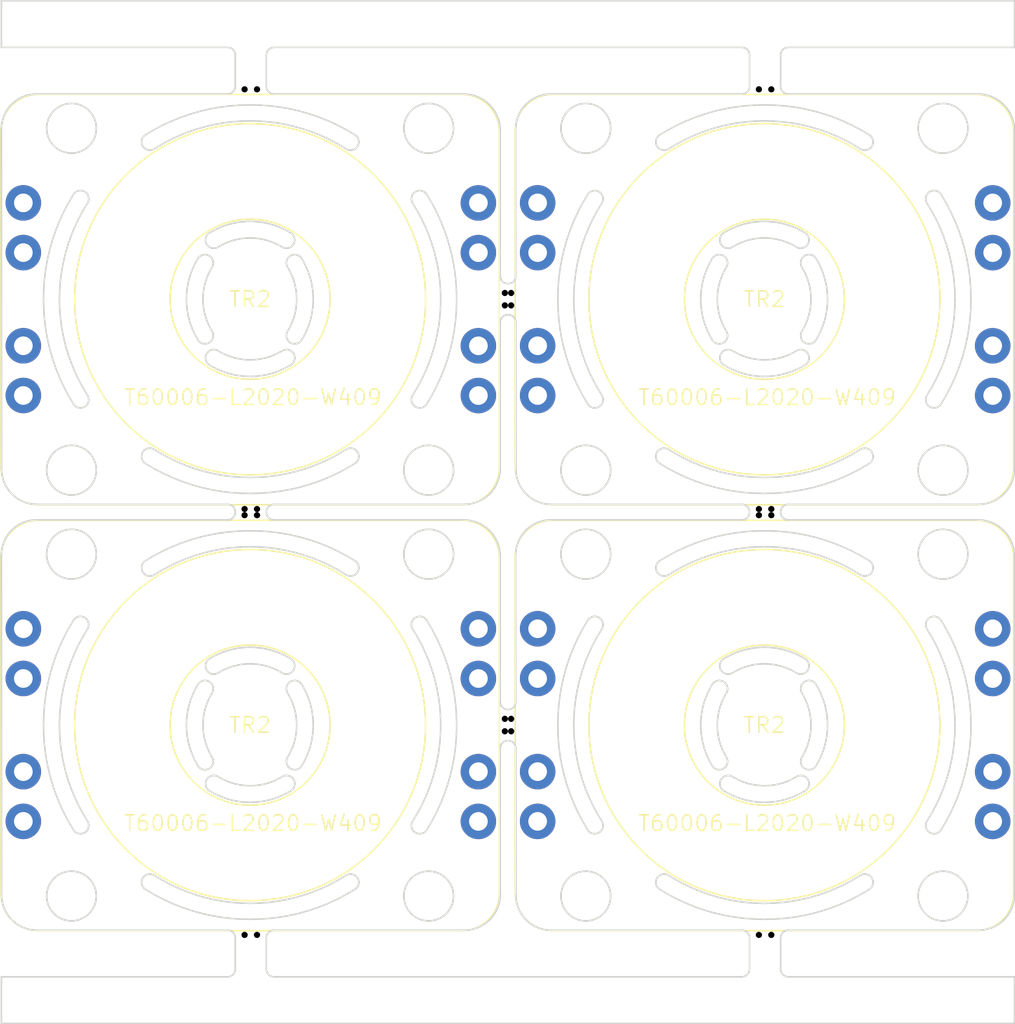
<source format=kicad_pcb>
(kicad_pcb (version 20221018) (generator pcbnew)

  (general
    (thickness 1.6)
  )

  (paper "A4")
  (layers
    (0 "F.Cu" signal)
    (31 "B.Cu" signal)
    (32 "B.Adhes" user "B.Adhesive")
    (33 "F.Adhes" user "F.Adhesive")
    (34 "B.Paste" user)
    (35 "F.Paste" user)
    (36 "B.SilkS" user "B.Silkscreen")
    (37 "F.SilkS" user "F.Silkscreen")
    (38 "B.Mask" user)
    (39 "F.Mask" user)
    (40 "Dwgs.User" user "User.Drawings")
    (41 "Cmts.User" user "User.Comments")
    (42 "Eco1.User" user "User.Eco1")
    (43 "Eco2.User" user "User.Eco2")
    (44 "Edge.Cuts" user)
    (45 "Margin" user)
    (46 "B.CrtYd" user "B.Courtyard")
    (47 "F.CrtYd" user "F.Courtyard")
    (48 "B.Fab" user)
    (49 "F.Fab" user)
    (50 "User.1" user)
    (51 "User.2" user)
    (52 "User.3" user)
    (53 "User.4" user)
    (54 "User.5" user)
    (55 "User.6" user)
    (56 "User.7" user)
    (57 "User.8" user)
    (58 "User.9" user)
  )

  (setup
    (pad_to_mask_clearance 0)
    (aux_axis_origin 115.88486 20)
    (grid_origin 115.88486 20)
    (pcbplotparams
      (layerselection 0x00010fc_ffffffff)
      (plot_on_all_layers_selection 0x0000000_00000000)
      (disableapertmacros false)
      (usegerberextensions false)
      (usegerberattributes true)
      (usegerberadvancedattributes true)
      (creategerberjobfile true)
      (dashed_line_dash_ratio 12.000000)
      (dashed_line_gap_ratio 3.000000)
      (svgprecision 4)
      (plotframeref false)
      (viasonmask false)
      (mode 1)
      (useauxorigin false)
      (hpglpennumber 1)
      (hpglpenspeed 20)
      (hpglpendiameter 15.000000)
      (dxfpolygonmode true)
      (dxfimperialunits true)
      (dxfusepcbnewfont true)
      (psnegative false)
      (psa4output false)
      (plotreference true)
      (plotvalue true)
      (plotinvisibletext false)
      (sketchpadsonfab false)
      (subtractmaskfromsilk false)
      (outputformat 1)
      (mirror false)
      (drillshape 1)
      (scaleselection 1)
      (outputdirectory "")
    )
  )

  (net 0 "")

  (footprint "NPTH" (layer "F.Cu") (at 131.542431 80.11197))

  (footprint "NPTH" (layer "F.Cu") (at 148.299502 39.602979))

  (footprint "NPTH" (layer "F.Cu") (at 131.54243 53.106008))

  (footprint "CustomFootprints:HighIsoTransformer" (layer "F.Cu") (at 131.896745 39.206043))

  (footprint "NPTH" (layer "F.Cu") (at 164.65757 53.106008))

  (footprint "CustomFootprints:HighIsoTransformer" (layer "F.Cu") (at 165.011886 66.612028))

  (footprint "NPTH" (layer "F.Cu") (at 132.34243 52.705986))

  (footprint "NPTH" (layer "F.Cu") (at 132.34243 80.111971))

  (footprint "CustomFootprints:HighIsoTransformer" (layer "F.Cu") (at 165.011886 39.206043))

  (footprint "NPTH" (layer "F.Cu") (at 165.457571 80.111971))

  (footprint "NPTH" (layer "F.Cu") (at 164.65757 25.700024))

  (footprint "NPTH" (layer "F.Cu") (at 132.342429 25.700023))

  (footprint "NPTH" (layer "F.Cu") (at 164.657571 80.11197))

  (footprint "NPTH" (layer "F.Cu") (at 148.707382 66.209188))

  (footprint "NPTH" (layer "F.Cu") (at 148.707382 38.803204))

  (footprint "NPTH" (layer "F.Cu") (at 132.342429 53.106007))

  (footprint "NPTH" (layer "F.Cu") (at 148.299502 67.008964))

  (footprint "CustomFootprints:HighIsoTransformer" (layer "F.Cu") (at 131.896745 66.612028))

  (footprint "NPTH" (layer "F.Cu") (at 165.45757 25.700023))

  (footprint "NPTH" (layer "F.Cu") (at 165.457571 52.705986))

  (footprint "NPTH" (layer "F.Cu") (at 131.54243 25.700024))

  (footprint "NPTH" (layer "F.Cu") (at 165.45757 53.106007))

  (footprint "NPTH" (layer "F.Cu") (at 148.707942 39.603203))

  (footprint "NPTH" (layer "F.Cu") (at 148.299464 66.208964))

  (footprint "NPTH" (layer "F.Cu") (at 148.299464 38.80298))

  (footprint "NPTH" (layer "F.Cu") (at 164.657571 52.705985))

  (footprint "NPTH" (layer "F.Cu") (at 131.542431 52.705985))

  (footprint "NPTH" (layer "F.Cu") (at 148.707942 67.009188))

  (gr_line (start 176.055707 34.035988) (end 175.780195 33.52313)
    (stroke (width 0.1) (type default)) (layer "Edge.Cuts") (tstamp 00100035-47cd-4d32-aaa2-533731014788))
  (gr_line (start 138.612918 76.259042) (end 138.634412 76.271125)
    (stroke (width 0.1) (type default)) (layer "Edge.Cuts") (tstamp 0012c875-ccbb-426b-882a-369f095daf5f))
  (gr_line (start 129.939355 62.003757) (end 130.151332 61.919388)
    (stroke (width 0.1) (type default)) (layer "Edge.Cuts") (tstamp 001578ca-29c8-4e9a-9fde-c8223264eb3d))
  (gr_line (start 162.204039 43.223554) (end 162.201172 43.217889)
    (stroke (width 0.1) (type default)) (layer "Edge.Cuts") (tstamp 0016bb22-ff8d-40a6-930f-ae6f749c330d))
  (gr_line (start 166.127287 80.050062) (end 166.140153 80.029743)
    (stroke (width 0.1) (type default)) (layer "Edge.Cuts") (tstamp 001b1dcc-31b7-4052-8516-b986ae46b4a7))
  (gr_line (start 120.372323 35.124366) (end 120.367899 35.136004)
    (stroke (width 0.1) (type default)) (layer "Edge.Cuts") (tstamp 001ef6f9-8765-471e-a5ef-96a7196d97b9))
  (gr_line (start 129.263387 35.838049) (end 129.24321 35.823877)
    (stroke (width 0.1) (type default)) (layer "Edge.Cuts") (tstamp 00289da8-1d2e-4f4f-8ba9-5ffe48e5e7d8))
  (gr_line (start 121.446953 45.91513) (end 121.434869 45.936623)
    (stroke (width 0.1) (type default)) (layer "Edge.Cuts") (tstamp 002ccbe4-4216-4e06-8bd2-b134c774a073))
  (gr_line (start 166.154002 82.613862) (end 166.140153 82.594199)
    (stroke (width 0.1) (type default)) (layer "Edge.Cuts") (tstamp 00321bd2-3b3c-490e-828f-319be77df7a1))
  (gr_line (start 168.073265 36.367953) (end 168.07816 36.369842)
    (stroke (width 0.1) (type default)) (layer "Edge.Cuts") (tstamp 0033e983-ffbd-41f4-aaa8-32654226dcb5))
  (gr_line (start 117.265485 52.219909) (end 117.265717 52.220012)
    (stroke (width 0.1) (type default)) (layer "Edge.Cuts") (tstamp 0037e198-663e-4b94-9a78-118925ccdc99))
  (gr_line (start 147.8501 27.531637) (end 147.850009 27.5314)
    (stroke (width 0.1) (type default)) (layer "Edge.Cuts") (tstamp 0039c2a7-686c-402c-90a3-d3dff40b9608))
  (gr_line (start 181.111247 28.242336) (end 181.111237 28.242083)
    (stroke (width 0.1) (type default)) (layer "Edge.Cuts") (tstamp 003f6879-fc7e-44ea-80d0-30fc294f8338))
  (gr_line (start 167.395323 35.924307) (end 167.37071 35.925825)
    (stroke (width 0.1) (type default)) (layer "Edge.Cuts") (tstamp 00421e97-56c0-4d2e-86cf-cf3a8c84a75d))
  (gr_line (start 121.684172 76.662442) (end 121.715858 76.706975)
    (stroke (width 0.1) (type default)) (layer "Edge.Cuts") (tstamp 004d2e7a-2fab-429b-849a-9c25765f814e))
  (gr_line (start 141.859196 27.764313) (end 141.875183 27.712048)
    (stroke (width 0.1) (type default)) (layer "Edge.Cuts") (tstamp 0051d748-9121-4b80-82f5-62d99b9e5ccd))
  (gr_line (start 121.496331 60.264392) (end 121.490497 60.288348)
    (stroke (width 0.1) (type default)) (layer "Edge.Cuts") (tstamp 00574ea9-c3ea-4b5b-8d90-399f65b01099))
  (gr_line (start 125.531949 48.799061) (end 125.556168 48.803689)
    (stroke (width 0.1) (type default)) (layer "Edge.Cuts") (tstamp 005a6293-79af-4653-8251-f2b0eb7473cb))
  (gr_line (start 163.896633 82.685035) (end 163.878422 82.700744)
    (stroke (width 0.1) (type default)) (layer "Edge.Cuts") (tstamp 0067ba33-8b85-49fc-8091-fcbf6ea8211e))
  (gr_line (start 132.699109 43.026468) (end 132.699356 43.026413)
    (stroke (width 0.1) (type default)) (layer "Edge.Cuts") (tstamp 006b468f-e1d9-4470-8cde-8f77844c1b31))
  (gr_line (start 116.086283 78.446724) (end 116.12888 78.539433)
    (stroke (width 0.1) (type default)) (layer "Edge.Cuts") (tstamp 006b6137-5ebf-49d5-a931-3c3c15edd07e))
  (gr_line (start 120.175064 63.091853) (end 120.17125 63.103705)
    (stroke (width 0.1) (type default)) (layer "Edge.Cuts") (tstamp 006bc4fc-8e86-4b06-be09-041338fa669f))
  (gr_line (start 162.572385 35.916757) (end 162.548401 35.911601)
    (stroke (width 0.1) (type default)) (layer "Edge.Cuts") (tstamp 006c5a7b-88c8-4ab4-9bb2-ab2721bc22e6))
  (gr_line (start 149.244043 27.241712) (end 149.243927 27.241947)
    (stroke (width 0.1) (type default)) (layer "Edge.Cuts") (tstamp 006f81f2-f377-464e-9b9d-86dd35201213))
  (gr_line (start 121.877492 77.00658) (end 121.89731 77.057516)
    (stroke (width 0.1) (type default)) (layer "Edge.Cuts") (tstamp 00709515-68cb-415e-a37e-902cd7fc1ab7))
  (gr_line (start 121.218541 29.57857) (end 121.197437 29.590987)
    (stroke (width 0.1) (type default)) (layer "Edge.Cuts") (tstamp 0072cd07-fe00-4152-b79e-5958b2f424f3))
  (gr_line (start 163.96114 52.604095) (end 163.974989 52.623758)
    (stroke (width 0.1) (type default)) (layer "Edge.Cuts") (tstamp 007f98ea-e7b7-4c9c-80ec-dda26b6eca5d))
  (gr_line (start 135.156364 36.500627) (end 135.158722 36.503148)
    (stroke (width 0.1) (type default)) (layer "Edge.Cuts") (tstamp 00836c9e-1fa3-4299-8901-eb553c309a78))
  (gr_line (start 180.518427 79.053865) (end 180.518604 79.053673)
    (stroke (width 0.1) (type default)) (layer "Edge.Cuts") (tstamp 008a78ac-6cff-46bb-8f43-36d38197bb04))
  (gr_line (start 147.922893 50.691035) (end 147.922958 50.690781)
    (stroke (width 0.1) (type default)) (layer "Edge.Cuts") (tstamp 008d5312-b514-4310-b755-f5be8b2c7e6e))
  (gr_line (start 162.158196 67.780914) (end 162.161827 67.792487)
    (stroke (width 0.1) (type default)) (layer "Edge.Cuts") (tstamp 008d8efc-2b09-4b27-8ac0-62ad6ece9e88))
  (gr_line (start 150.126527 26.306604) (end 150.126302 26.306738)
    (stroke (width 0.1) (type default)) (layer "Edge.Cuts") (tstamp 00901be5-710d-41a2-b5fd-9056837323db))
  (gr_line (start 155.10902 50.297382) (end 155.104967 50.351887)
    (stroke (width 0.1) (type default)) (layer "Edge.Cuts") (tstamp 0095ff48-c762-4eb1-801e-7f32306c2c86))
  (gr_line (start 143.522875 79.206791) (end 143.468323 79.210169)
    (stroke (width 0.1) (type default)) (layer "Edge.Cuts") (tstamp 0099d930-cfb9-41ea-99bc-cfc77dc114b3))
  (gr_line (start 142.750554 26.742616) (end 142.773029 26.732896)
    (stroke (width 0.1) (type default)) (layer "Edge.Cuts") (tstamp 009c0663-fcd5-432d-84a6-84c63c05f293))
  (gr_line (start 129.491313 64.464452) (end 129.481959 64.487266)
    (stroke (width 0.1) (type default)) (layer "Edge.Cuts") (tstamp 009c1128-4c1a-4b73-9d79-9a438b2d9cf6))
  (gr_line (start 148.540672 65.608384) (end 148.516496 65.608978)
    (stroke (width 0.1) (type default)) (layer "Edge.Cuts") (tstamp 009e7ba8-5966-43b1-bd76-9f0214e83c3e))
  (gr_line (start 175.972373 46.199005) (end 175.96824 46.199286)
    (stroke (width 0.1) (type default)) (layer "Edge.Cuts") (tstamp 00a16a11-f6c3-422a-9b9a-136286a35675))
  (gr_line (start 142.086224 51.123493) (end 142.055648 51.07819)
    (stroke (width 0.1) (type default)) (layer "Edge.Cuts") (tstamp 00a4f1d5-2c3f-4c19-8b2a-4284df5c2ee0))
  (gr_line (start 167.751442 62.445007) (end 167.754172 62.448125)
    (stroke (width 0.1) (type default)) (layer "Edge.Cuts") (tstamp 00a56bdc-88ce-46ca-b31b-35833ec03eea))
  (gr_line (start 151.912981 55.663835) (end 151.912375 55.639355)
    (stroke (width 0.1) (type default)) (layer "Edge.Cuts") (tstamp 00a89bfd-3f59-4674-aab3-a69ba02c1084))
  (gr_line (start 134.817123 39.989928) (end 134.850036 39.806626)
    (stroke (width 0.1) (type default)) (layer "Edge.Cuts") (tstamp 00a8ce65-9c30-4426-ba14-21d22b0b0e5b))
  (gr_line (start 134.678488 70.693584) (end 134.676084 70.69696)
    (stroke (width 0.1) (type default)) (layer "Edge.Cuts") (tstamp 00ae4b5d-fe49-4772-bd2c-f7d9cb46fd0f))
  (gr_line (start 149.018067 50.250569) (end 149.018077 50.250822)
    (stroke (width 0.1) (type default)) (layer "Edge.Cuts") (tstamp 00ae5b72-83d2-4e87-b061-4ff6b3bf5eac))
  (gr_line (start 142.504749 59.719859) (end 142.524987 59.705774)
    (stroke (width 0.1) (type default)) (layer "Edge.Cuts") (tstamp 00ae8d78-0639-4222-a4be-3d6dc3a2a90e))
  (gr_line (start 142.389878 73.39023) (end 142.375706 73.370054)
    (stroke (width 0.1) (type default)) (layer "Edge.Cuts") (tstamp 00aef633-19c3-4402-bed1-0e03b43b0a32))
  (gr_line (start 145.75686 26.00287) (end 145.756607 26.00286)
    (stroke (width 0.1) (type default)) (layer "Edge.Cuts") (tstamp 00b00b4a-bc10-4ef5-a011-cd9c6dfb46bc))
  (gr_line (start 166.547695 53.406005) (end 166.523529 53.405412)
    (stroke (width 0.1) (type default)) (layer "Edge.Cuts") (tstamp 00b2b57c-24ed-4056-8161-bae4ecd50db7))
  (gr_line (start 130.361066 42.792411) (end 130.534023 42.861467)
    (stroke (width 0.1) (type default)) (layer "Edge.Cuts") (tstamp 00bda003-9bb2-4eb8-a621-6b0a6ff756fa))
  (gr_line (start 149.112906 27.558294) (end 149.109023 27.570242)
    (stroke (width 0.1) (type default)) (layer "Edge.Cuts") (tstamp 00caaf0b-15da-46d6-8a5c-e0e0d74ff2eb))
  (gr_line (start 168.232958 63.869603) (end 168.236077 63.872332)
    (stroke (width 0.1) (type default)) (layer "Edge.Cuts") (tstamp 00ce3564-75c9-4adf-8131-18616b93f04f))
  (gr_line (start 144.996442 28.218286) (end 144.99509 28.272925)
    (stroke (width 0.1) (type default)) (layer "Edge.Cuts") (tstamp 00da021c-349f-458d-9230-bd140804ce72))
  (gr_line (start 162.295577 68.153759) (end 162.295674 68.153993)
    (stroke (width 0.1) (type default)) (layer "Edge.Cuts") (tstamp 00daa566-f374-49a1-a6dd-509540a1508a))
  (gr_line (start 154.611292 72.957752) (end 154.61592 72.98197)
    (stroke (width 0.1) (type default)) (layer "Edge.Cuts") (tstamp 00dfc8c3-bcf8-4d2e-b3af-96c0c90ac35a))
  (gr_line (start 125.556168 29.602063) (end 125.531949 29.606691)
    (stroke (width 0.1) (type default)) (layer "Edge.Cuts") (tstamp 00e003f8-41f7-4a79-8174-d628d6c8fa0c))
  (gr_line (start 168.123092 36.38982) (end 168.144806 36.401501)
    (stroke (width 0.1) (type default)) (layer "Edge.Cuts") (tstamp 00e06b3d-7798-4d2e-890b-c8e77c1d171f))
  (gr_line (start 120.968222 73.605969) (end 120.961874 73.605856)
    (stroke (width 0.1) (type default)) (layer "Edge.Cuts") (tstamp 00e52a05-48e4-412d-8b26-22b5e616d78d))
  (gr_line (start 142.002002 50.989544) (end 141.976052 50.941442)
    (stroke (width 0.1) (type default)) (layer "Edge.Cuts") (tstamp 00e88651-b76b-46a9-87ab-91d1733770ef))
  (gr_line (start 168.232959 41.948467) (end 168.214003 41.964235)
    (stroke (width 0.1) (type default)) (layer "Edge.Cuts") (tstamp 00e8e1a9-d0fc-4b64-a2a0-a77fe3220b22))
  (gr_line (start 132.287791 62.689265) (end 132.287539 62.689242)
    (stroke (width 0.1) (type default)) (layer "Edge.Cuts") (tstamp 00eeadb2-d0d5-4b5d-846e-fe8020bb6d1b))
  (gr_line (start 167.384053 64.462831) (end 167.375853 64.439578)
    (stroke (width 0.1) (type default)) (layer "Edge.Cuts") (tstamp 00efe824-0a42-41fb-bc8a-41e65db0e8dc))
  (gr_line (start 168.972204 67.629022) (end 168.920497 67.851216)
    (stroke (width 0.1) (type default)) (layer "Edge.Cuts") (tstamp 00f024f3-ef05-4052-aade-5465fb9f0343))
  (gr_line (start 178.038038 49.726418) (end 178.0452 49.749834)
    (stroke (width 0.1) (type default)) (layer "Edge.Cuts") (tstamp 00f3550b-6737-44f4-a723-8646635364e4))
  (gr_line (start 121.487525 60.003086) (end 121.493907 60.026902)
    (stroke (width 0.1) (type default)) (layer "Edge.Cuts") (tstamp 00f72b67-bda8-4da3-af3f-4a3f09bd49a6))
  (gr_line (start 132.971076 82.487047) (end 132.963532 82.46421)
    (stroke (width 0.1) (type default)) (layer "Edge.Cuts") (tstamp 00fad60b-f38d-4f28-bba1-27f5e37d0d5b))
  (gr_line (start 115.88604 20.005286) (end 115.88582 20.005724)
    (stroke (width 0.1) (type default)) (layer "Edge.Cuts") (tstamp 00ff9653-82ab-47e1-852b-854625456f7a))
  (gr_line (start 165.814497 70.432398) (end 165.995902 70.390265)
    (stroke (width 0.1) (type default)) (layer "Edge.Cuts") (tstamp 0103cb03-2f80-4b2b-9634-529ed4f8c574))
  (gr_line (start 138.885466 56.371818) (end 138.890174 56.395893)
    (stroke (width 0.1) (type default)) (layer "Edge.Cuts") (tstamp 01095e28-3027-4002-a1ea-3940f66c6128))
  (gr_line (start 167.241141 69.864629) (end 167.246268 69.863515)
    (stroke (width 0.1) (type default)) (layer "Edge.Cuts") (tstamp 0109b835-7791-4a22-a9ce-38a8322abe5c))
  (gr_line (start 167.891009 42.959303) (end 167.891178 42.964547)
    (stroke (width 0.1) (type default)) (layer "Edge.Cuts") (tstamp 010b08d1-45c3-4080-9e44-33cc9a7e5100))
  (gr_line (start 115.891033 22.999238) (end 115.891491 22.999415)
    (stroke (width 0.1) (type default)) (layer "Edge.Cuts") (tstamp 0116e5f4-2f2c-463c-8c32-6ed319e42124))
  (gr_line (start 134.5601 69.956559) (end 134.579543 69.971723)
    (stroke (width 0.1) (type default)) (layer "Edge.Cuts") (tstamp 012155b6-60a0-45b1-a81b-4702273af744))
  (gr_line (start 121.99509 77.67891) (end 121.993879 77.703367)
    (stroke (width 0.1) (type default)) (layer "Edge.Cuts") (tstamp 0122a90e-e37c-436c-aed0-be835851a2b4))
  (gr_line (start 154.601182 59.998053) (end 154.602355 60.002029)
    (stroke (width 0.1) (type default)) (layer "Edge.Cuts") (tstamp 0128e4ca-40c6-41bd-866b-466761723579))
  (gr_line (start 129.53589 63.331687) (end 129.51128 63.330171)
    (stroke (width 0.1) (type default)) (layer "Edge.Cuts") (tstamp 0129fcd0-e9d4-48b0-9e20-3988c4325d38))
  (gr_line (start 128.943935 67.395865) (end 128.94638 67.407745)
    (stroke (width 0.1) (type default)) (layer "Edge.Cuts") (tstamp 012b4a08-0b29-4cab-a0f2-da6a0a53b96d))
  (gr_line (start 162.422482 36.434806) (end 162.425824 36.437258)
    (stroke (width 0.1) (type default)) (layer "Edge.Cuts") (tstamp 012b9f8b-b53c-4cf2-8e3c-807edf5aeaf0))
  (gr_line (start 162.204039 70.629539) (end 162.201172 70.623874)
    (stroke (width 0.1) (type default)) (layer "Edge.Cuts") (tstamp 012f0554-2bd3-46bc-acca-0755872d2a09))
  (gr_line (start 165.61857 43.061915) (end 165.618819 43.061873)
    (stroke (width 0.1) (type default)) (layer "Edge.Cuts") (tstamp 0132ea11-c2cb-4599-b8b6-f7877c33ad1b))
  (gr_line (start 148.542738 40.203586) (end 148.566712 40.205353)
    (stroke (width 0.1) (type default)) (layer "Edge.Cuts") (tstamp 0134b357-dd72-4b5e-895f-db0eb6b8de7f))
  (gr_line (start 135.341821 36.793778) (end 135.446999 36.996387)
    (stroke (width 0.1) (type default)) (layer "Edge.Cuts") (tstamp 01350a81-6d73-45af-bb0b-ac8713220730))
  (gr_line (start 152.799184 67.80609) (end 152.799214 67.806348)
    (stroke (width 0.1) (type default)) (layer "Edge.Cuts") (tstamp 01375a1a-cb7f-4eb5-afb6-effd64bc2ebe))
  (gr_line (start 176.400799 29.801925) (end 176.346348 29.797199)
    (stroke (width 0.1) (type default)) (layer "Edge.Cuts") (tstamp 0144e61b-0ea9-4163-b091-274b70912a4c))
  (gr_line (start 166.213265 55.19579) (end 166.213007 55.19576)
    (stroke (width 0.1) (type default)) (layer "Edge.Cuts") (tstamp 014641df-4868-46d7-a94b-1fef8f574b4e))
  (gr_line (start 128.548437 41.839616) (end 128.536924 41.820871)
    (stroke (width 0.1) (type default)) (layer "Edge.Cuts") (tstamp 0146819a-4af1-4dd1-87ba-f8acd6040419))
  (gr_line (start 121.715858 76.706975) (end 121.729557 76.727272)
    (stroke (width 0.1) (type default)) (layer "Edge.Cuts") (tstamp 014be8c2-7a4d-4c0c-abc3-71066efcf9a8))
  (gr_line (start 176.901369 63.662992) (end 176.73746 63.104364)
    (stroke (width 0.1) (type default)) (layer "Edge.Cuts") (tstamp 014ebcb3-398c-4246-92a6-cb765db5b800))
  (gr_line (start 167.71026 63.193381) (end 167.691601 63.209504)
    (stroke (width 0.1) (type default)) (layer "Edge.Cuts") (tstamp 015a54f7-ba18-429b-92d9-f5a0ef757b7f))
  (gr_line (start 142.183266 29.248468) (end 142.148364 29.206406)
    (stroke (width 0.1) (type default)) (layer "Edge.Cuts") (tstamp 0163c408-9cab-41d3-aeb8-028bbb794a37))
  (gr_line (start 171.924786 29.374238) (end 171.910702 29.394476)
    (stroke (width 0.1) (type default)) (layer "Edge.Cuts") (tstamp 0175bedf-2f9a-4279-881f-a51a908f1b77))
  (gr_line (start 175.24834 49.224904) (end 175.263505 49.205679)
    (stroke (width 0.1) (type default)) (layer "Edge.Cuts") (tstamp 0177233a-310e-4885-b317-1aa47a41a606))
  (gr_line (start 172.0087 56.4192) (end 172.009448 56.425509)
    (stroke (width 0.1) (type default)) (layer "Edge.Cuts") (tstamp 01784b52-4e69-4140-b258-0443b5caf945))
  (gr_line (start 167.589049 63.827004) (end 167.609966 63.81395)
    (stroke (width 0.1) (type default)) (layer "Edge.Cuts") (tstamp 0178f955-d83e-42f6-91df-b0f56a84fc72))
  (gr_line (start 135.055325 63.822839) (end 135.075762 63.836633)
    (stroke (width 0.1) (type default)) (layer "Edge.Cuts") (tstamp 017970e4-ec2f-48ed-bc30-6b5ea35a42d9))
  (gr_line (start 134.400037 68.522414) (end 134.400163 68.522194)
    (stroke (width 0.1) (type default)) (layer "Edge.Cuts") (tstamp 017bbfcc-630f-4761-9196-242980eb8d9b))
  (gr_line (start 178.110231 55.545145) (end 178.111583 55.599784)
    (stroke (width 0.1) (type default)) (layer "Edge.Cuts") (tstamp 0180aad1-6a73-4bbc-a771-a66f4f1d7f22))
  (gr_line (start 153.713688 61.979601) (end 153.71358 61.979837)
    (stroke (width 0.1) (type default)) (layer "Edge.Cuts") (tstamp 018932fa-1e82-4af3-8bb7-5a86183748db))
  (gr_line (start 131.902984 62.66951) (end 131.890505 62.66951)
    (stroke (width 0.1) (type default)) (layer "Edge.Cuts") (tstamp 01898fdf-54bf-4f65-9c71-4ed4716ee845))
  (gr_line (start 171.472931 76.197482) (end 171.497462 76.197762)
    (stroke (width 0.1) (type default)) (layer "Edge.Cuts") (tstamp 01944496-72d9-4c12-b461-be68265f01d3))
  (gr_line (start 121.977043 49.957375) (end 121.980665 49.981592)
    (stroke (width 0.1) (type default)) (layer "Edge.Cuts") (tstamp 0198adca-8a4a-401b-b970-d7c2b41f2551))
  (gr_line (start 146.061546 52.376401) (end 146.167357 52.356788)
    (stroke (width 0.1) (type default)) (layer "Edge.Cuts") (tstamp 019a7d7c-6227-473b-b472-fbff66f78844))
  (gr_line (start 119.846645 54.109839) (end 119.898281 54.091924)
    (stroke (width 0.1) (type default)) (layer "Edge.Cuts") (tstamp 019bda55-43d5-43cf-b98a-bee67b1ea342))
  (gr_line (start 162.383826 40.939979) (end 162.469987 41.105082)
    (stroke (width 0.1) (type default)) (layer "Edge.Cuts") (tstamp 01a160a4-fbfc-4439-aff2-401b4ad0745e))
  (gr_line (start 149.991174 79.409742) (end 150.076365 79.465885)
    (stroke (width 0.1) (type default)) (layer "Edge.Cuts") (tstamp 01a1c1a6-d02f-42aa-96e5-6a5770440886))
  (gr_line (start 138.612009 48.852697) (end 138.616648 48.855154)
    (stroke (width 0.1) (type default)) (layer "Edge.Cuts") (tstamp 01a40a04-15fe-4556-a898-f0d6db1f64c8))
  (gr_line (start 164.813381 43.102943) (end 164.825495 43.103565)
    (stroke (width 0.1) (type default)) (layer "Edge.Cuts") (tstamp 01a70200-5042-48c9-b71f-ae90cb3c44f5))
  (gr_line (start 161.979577 39.199247) (end 161.979573 39.199507)
    (stroke (width 0.1) (type default)) (layer "Edge.Cuts") (tstamp 01ad1c2d-3a0b-45ad-8b80-b915bf465498))
  (gr_line (start 162.475989 41.115913) (end 162.476114 41.116133)
    (stroke (width 0.1) (type default)) (layer "Edge.Cuts") (tstamp 01b1e85f-b446-470c-879b-3d72d20575ec))
  (gr_line (start 154.613919 32.643966) (end 154.614893 32.649122)
    (stroke (width 0.1) (type default)) (layer "Edge.Cuts") (tstamp 01b2065a-74d6-4b9e-a677-4306fb0cbb01))
  (gr_line (start 161.797013 63.838739) (end 161.801288 63.835696)
    (stroke (width 0.1) (type default)) (layer "Edge.Cuts") (tstamp 01b29839-055e-4a04-858c-58cf61ef265b))
  (gr_line (start 175.745694 29.610368) (end 175.724289 29.598476)
    (stroke (width 0.1) (type default)) (layer "Edge.Cuts") (tstamp 01b50530-eba0-492f-885c-cca188b6b226))
  (gr_line (start 176.54073 43.275667) (end 176.540819 43.275424)
    (stroke (width 0.1) (type default)) (layer "Edge.Cuts") (tstamp 01b7c801-a403-47c0-9c24-913f71ee22bd))
  (gr_line (start 179.295298 52.354067) (end 179.399938 52.328943)
    (stroke (width 0.1) (type default)) (layer "Edge.Cuts") (tstamp 01bb5ddc-603f-44e2-8095-42817c2a072e))
  (gr_line (start 142.369408 76.385749) (end 142.411897 76.35137)
    (stroke (width 0.1) (type default)) (layer "Edge.Cuts") (tstamp 01c0f5fc-0a73-4d40-a3bb-719786a77274))
  (gr_line (start 120.852924 71.781669) (end 121.128436 72.294528)
    (stroke (width 0.1) (type default)) (layer "Edge.Cuts") (tstamp 01c7d73b-963b-42dd-8016-6fd93f7eb2a4))
  (gr_line (start 147.687679 78.664762) (end 147.687813 78.664537)
    (stroke (width 0.1) (type default)) (layer "Edge.Cuts") (tstamp 01ce0454-b29b-4712-a200-12d6aa5b73cd))
  (gr_line (start 129.481579 35.920725) (end 129.457244 35.916757)
    (stroke (width 0.1) (type default)) (layer "Edge.Cuts") (tstamp 01cee5fd-d25a-48a5-8119-66ed394e1efb))
  (gr_line (start 119.637461 39.807048) (end 119.68273 40.387463)
    (stroke (width 0.1) (type default)) (layer "Edge.Cuts") (tstamp 01d053f4-f8fe-4fc8-9934-51099141f9a5))
  (gr_line (start 132.979732 53.103519) (end 132.971076 53.08108)
    (stroke (width 0.1) (type default)) (layer "Edge.Cuts") (tstamp 01d147b4-8dd5-4970-883b-11acef79b46c))
  (gr_line (start 130.79891 23.143519) (end 130.815494 23.160938)
    (stroke (width 0.1) (type default)) (layer "Edge.Cuts") (tstamp 01d51c0c-bea1-4ce9-a8ce-1283d4b44d98))
  (gr_line (start 117.602483 52.335111) (end 117.60273 52.335171)
    (stroke (width 0.1) (type default)) (layer "Edge.Cuts") (tstamp 01d781a2-439f-4d94-a5fe-6e2898b6cb16))
  (gr_line (start 162.378374 68.334846) (end 162.383712 68.345738)
    (stroke (width 0.1) (type default)) (layer "Edge.Cuts") (tstamp 01da70c2-dd99-4b07-85ba-c27ed9a8d272))
  (gr_line (start 167.863708 36.333231) (end 167.86785 36.333097)
    (stroke (width 0.1) (type default)) (layer "Edge.Cuts") (tstamp 01e27a55-29c6-421f-a739-1b863adb74a4))
  (gr_line (start 144.006541 51.685005) (end 143.983832 51.694165)
    (stroke (width 0.1) (type default)) (layer "Edge.Cuts") (tstamp 01e80b50-fa92-455c-a26d-efeb779717b9))
  (gr_line (start 162.160784 62.950158) (end 162.159321 62.945119)
    (stroke (width 0.1) (type default)) (layer "Edge.Cuts") (tstamp 01e8bd66-9dda-4175-92a2-ffdb39db8036))
  (gr_line (start 168.770546 37.484206) (end 168.844199 37.700172)
    (stroke (width 0.1) (type default)) (layer "Edge.Cuts") (tstamp 01ed49f6-1100-440f-98c6-4b35dd7529ce))
  (gr_line (start 171.991212 49.174608) (end 171.992368 49.17859)
    (stroke (width 0.1) (type default)) (layer "Edge.Cuts") (tstamp 01f11c07-285e-499e-a882-dda99ca3afb2))
  (gr_line (start 177.830999 76.706975) (end 177.844698 76.727272)
    (stroke (width 0.1) (type default)) (layer "Edge.Cuts") (tstamp 01fc942d-97c8-453b-8d27-c99bfe839f25))
  (gr_line (start 142.339624 32.980693) (end 142.32914 32.958376)
    (stroke (width 0.1) (type default)) (layer "Edge.Cuts") (tstamp 01ff7b41-b548-48b0-82b1-ecbbdc1bbac4))
  (gr_line (start 177.750777 76.599936) (end 177.784627 76.642848)
    (stroke (width 0.1) (type default)) (layer "Edge.Cuts") (tstamp 0205133a-619c-421d-95a4-067949c0e376))
  (gr_line (start 175.865684 46.195979) (end 175.860486 46.195287)
    (stroke (width 0.1) (type default)) (layer "Edge.Cuts") (tstamp 020b798a-6828-41df-a2a0-11458b3beb40))
  (gr_line (start 147.580299 54.421052) (end 147.580157 54.420842)
    (stroke (width 0.1) (type default)) (layer "Edge.Cuts") (tstamp 0211316d-2e54-4d64-8d43-a75a6ceca5aa))
  (gr_line (start 142.974066 29.748937) (end 142.921607 29.733598)
    (stroke (width 0.1) (type default)) (layer "Edge.Cuts") (tstamp 0216fecf-fbf1-46a7-aaa5-e32b248a6ab4))
  (gr_line (start 155.05989 49.802479) (end 155.065885 49.82622)
    (stroke (width 0.1) (type default)) (layer "Edge.Cuts") (tstamp 02233c87-47d5-4db8-9987-6849ce3cc62b))
  (gr_line (start 176.733482 42.72605) (end 176.733565 42.725804)
    (stroke (width 0.1) (type default)) (layer "Edge.Cuts") (tstamp 0229795d-692b-4a1e-acfc-1baa27944d02))
  (gr_line (start 161.944277 63.764397) (end 161.967881 63.757269)
    (stroke (width 0.1) (type default)) (layer "Edge.Cuts") (tstamp 022aeda7-2224-439f-882b-9c9e58ad4604))
  (gr_line (start 151.967756 55.193884) (end 151.974337 55.170298)
    (stroke (width 0.1) (type default)) (layer "Edge.Cuts") (tstamp 022bf62a-00ea-4d62-9a6a-366f7dfebd3f))
  (gr_line (start 158.213858 28.672199) (end 158.235081 28.655241)
    (stroke (width 0.1) (type default)) (layer "Edge.Cuts") (tstamp 022e5533-4ef2-4448-a511-8c4548a78bcf))
  (gr_line (start 130.664223 44.017274) (end 130.640243 44.011059)
    (stroke (width 0.1) (type default)) (layer "Edge.Cuts") (tstamp 022f38d2-8112-4b7a-b1e6-9d5aba61a574))
  (gr_line (start 176.112872 26.656859) (end 176.166026 26.644133)
    (stroke (width 0.1) (type default)) (layer "Edge.Cuts") (tstamp 0232ab67-a894-437e-8c1f-c3c593311cbf))
  (gr_line (start 166.917572 42.618001) (end 166.917794 42.617881)
    (stroke (width 0.1) (type default)) (layer "Edge.Cuts") (tstamp 02347377-c216-4e66-805c-3a87c001d429))
  (gr_line (start 154.380089 56.955681) (end 154.333682 56.984555)
    (stroke (width 0.1) (type default)) (layer "Edge.Cuts") (tstamp 02348255-e55e-486a-ae28-980eae750bf1))
  (gr_line (start 149.048333 55.205253) (end 149.048282 55.20551)
    (stroke (width 0.1) (type default)) (layer "Edge.Cuts") (tstamp 023a790b-c931-483b-9e1d-266ceadf58c4))
  (gr_line (start 118.611754 67.272633) (end 118.610546 67.247194)
    (stroke (width 0.1) (type default)) (layer "Edge.Cuts") (tstamp 023acd33-b60b-4bfa-b941-a953d429d28d))
  (gr_line (start 179.693147 53.599392) (end 179.681974 53.594597)
    (stroke (width 0.1) (type default)) (layer "Edge.Cuts") (tstamp 023ee98d-f278-4142-91e1-ca351b92c536))
  (gr_line (start 129.523574 68.889355) (end 129.525757 68.913915)
    (stroke (width 0.1) (type default)) (layer "Edge.Cuts") (tstamp 0243f364-d9f3-447d-ae62-32b3b3cae253))
  (gr_line (start 165.024475 70.514401) (end 165.024735 70.514397)
    (stroke (width 0.1) (type default)) (layer "Edge.Cuts") (tstamp 024400a0-8545-40de-9b59-c49a2946243c))
  (gr_line (start 144.868052 28.834084) (end 144.845739 28.883978)
    (stroke (width 0.1) (type default)) (layer "Edge.Cuts") (tstamp 0248f976-6fff-4831-848e-7feadfaceb65))
  (gr_line (start 127.834009 28.473541) (end 127.833765 28.47363)
    (stroke (width 0.1) (type default)) (layer "Edge.Cuts") (tstamp 0248fc56-650a-4750-9991-eec4544c9f00))
  (gr_line (start 167.734736 62.426867) (end 167.751442 62.445007)
    (stroke (width 0.1) (type default)) (layer "Edge.Cuts") (tstamp 024a9a75-e7eb-4c45-9cc9-73c23dc40e86))
  (gr_line (start 168.97228 38.189416) (end 168.977288 38.213677)
    (stroke (width 0.1) (type default)) (layer "Edge.Cuts") (tstamp 025161c9-647f-4fe4-bf37-26958245062a))
  (gr_line (start 161.801288 69.387765) (end 161.797013 69.384722)
    (stroke (width 0.1) (type default)) (layer "Edge.Cuts") (tstamp 0256d16f-42a7-4641-bd28-4ff592ae9397))
  (gr_line (start 120.551169 45.991302) (end 120.534591 45.968218)
    (stroke (width 0.1) (type default)) (layer "Edge.Cuts") (tstamp 02572e5c-7dc0-4458-8e8f-a2a452fa6cc4))
  (gr_line (start 166.922272 35.760067) (end 166.922052 35.759941)
    (stroke (width 0.1) (type default)) (layer "Edge.Cuts") (tstamp 025850b1-1df7-4ef0-b68e-d149c0b60ae3))
  (gr_line (start 159.324582 49.165284) (end 159.335393 49.171459)
    (stroke (width 0.1) (type default)) (layer "Edge.Cuts") (tstamp 02613b9b-5fff-4b13-abdb-bec609502d28))
  (gr_line (start 145.929175 79.799826) (end 145.941668 79.798513)
    (stroke (width 0.1) (type default)) (layer "Edge.Cuts") (tstamp 02630ecc-496f-4b99-8e83-6a5c6054fa8f))
  (gr_line (start 178.990753 53.417584) (end 178.884397 53.409486)
    (stroke (width 0.1) (type default)) (layer "Edge.Cuts") (tstamp 026419bd-e2b4-47b4-b27d-0256bc575478))
  (gr_line (start 142.10042 78.54943) (end 142.086224 78.529478)
    (stroke (width 0.1) (type default)) (layer "Edge.Cuts") (tstamp 0265b291-361d-4303-b877-accc74fe28f9))
  (gr_line (start 154.380089 29.549696) (end 154.333682 29.57857)
    (stroke (width 0.1) (type default)) (layer "Edge.Cuts") (tstamp 026630e6-8669-48e4-a5d9-099854a39d3f))
  (gr_line (start 126.870795 50.676073) (end 126.847416 50.665978)
    (stroke (width 0.1) (type default)) (layer "Edge.Cuts") (tstamp 0266770d-208e-4334-9b0e-30dfa18ce7d8))
  (gr_line (start 134.708966 63.046046) (end 134.696978 63.067597)
    (stroke (width 0.1) (type default)) (layer "Edge.Cuts") (tstamp 026709c4-09c6-45ae-9c7a-902bfc25a036))
  (gr_line (start 151.938221 55.324348) (end 151.948966 55.270759)
    (stroke (width 0.1) (type default)) (layer "Edge.Cuts") (tstamp 0270bebf-49ee-4b26-875a-1706a4ae92e4))
  (gr_line (start 162.333772 43.386923) (end 162.332725 43.386038)
    (stroke (width 0.1) (type default)) (layer "Edge.Cuts") (tstamp 028122c4-3bb6-4c31-bb30-1df7f17410a3))
  (gr_line (start 116.083399 27.3371) (end 116.083289 27.337338)
    (stroke (width 0.1) (type default)) (layer "Edge.Cuts") (tstamp 028d2caa-f977-4733-b67b-967795c9f874))
  (gr_line (start 153.708559 61.99123) (end 153.708457 61.991469)
    (stroke (width 0.1) (type default)) (layer "Edge.Cuts") (tstamp 0291fc79-b26a-4687-9c3a-1cfca2417658))
  (gr_line (start 121.99509 28.13916) (end 121.996442 28.193799)
    (stroke (width 0.1) (type default)) (layer "Edge.Cuts") (tstamp 02934a85-60f6-4a5a-a5b5-762c01b6fb68))
  (gr_line (start 120.522875 57.206791) (end 120.468323 57.210169)
    (stroke (width 0.1) (type default)) (layer "Edge.Cuts") (tstamp 02987138-e9d3-4045-ba0e-d071bb48f133))
  (gr_line (start 178.81286 52.405901) (end 178.923705 52.402996)
    (stroke (width 0.1) (type default)) (layer "Edge.Cuts") (tstamp 0298d22c-95fc-483b-9293-9c85237c4fad))
  (gr_line (start 142.055648 49.333895) (end 142.086224 49.288592)
    (stroke (width 0.1) (type default)) (layer "Edge.Cuts") (tstamp 029eb6ef-9f05-43d4-85ad-ba754d96110e))
  (gr_line (start 152.799184 40.400105) (end 152.799214 40.400363)
    (stroke (width 0.1) (type default)) (layer "Edge.Cuts") (tstamp 02a4f574-4e77-45df-8751-8474cb41ba30))
  (gr_line (start 153.286391 63.103705) (end 153.286315 63.103953)
    (stroke (width 0.1) (type default)) (layer "Edge.Cuts") (tstamp 02a8b378-910d-4d1f-b413-4b6eca9b0074))
  (gr_line (start 152.799185 38.011156) (end 152.797895 38.023539)
    (stroke (width 0.1) (type default)) (layer "Edge.Cuts") (tstamp 02ab4f60-477e-462f-9ab1-d3a20f52afc3))
  (gr_line (start 144.989826 77.466183) (end 144.993879 77.520688)
    (stroke (width 0.1) (type default)) (layer "Edge.Cuts") (tstamp 02ad6865-8d26-483b-ac42-ebb77bb84b7d))
  (gr_line (start 134.37055 63.916099) (end 134.374078 63.912215)
    (stroke (width 0.1) (type default)) (layer "Edge.Cuts") (tstamp 02ada4b9-cc05-40a1-84df-ba18fd289804))
  (gr_line (start 149.753797 26.577403) (end 149.744461 26.585809)
    (stroke (width 0.1) (type default)) (layer "Edge.Cuts") (tstamp 02af6bd4-bedc-45a4-b01c-adc3c8811fc6))
  (gr_line (start 167.856323 43.169961) (end 167.854831 43.173828)
    (stroke (width 0.1) (type default)) (layer "Edge.Cuts") (tstamp 02b064e7-20ba-42b3-a554-917198b47630))
  (gr_line (start 131.314666 50.663222) (end 131.314925 50.663232)
    (stroke (width 0.1) (type default)) (layer "Edge.Cuts") (tstamp 02b18936-a217-4db3-93c2-c633c26d7f6c))
  (gr_line (start 176.479858 79.211451) (end 176.42524 79.209423)
    (stroke (width 0.1) (type default)) (layer "Edge.Cuts") (tstamp 02b26b37-0bb2-440e-b021-84d61b31d3cb))
  (gr_line (start 129.360973 41.116133) (end 129.45012 41.267746)
    (stroke (width 0.1) (type default)) (layer "Edge.Cuts") (tstamp 02b32a74-2a59-4720-8dcc-cb061e549e0d))
  (gr_line (start 127.898864 67.604096) (end 127.858345 67.379542)
    (stroke (width 0.1) (type default)) (layer "Edge.Cuts") (tstamp 02b4d79d-1859-42a7-91f4-54edf5d0488e))
  (gr_line (start 175.807998 73.591266) (end 175.784156 73.584987)
    (stroke (width 0.1) (type default)) (layer "Edge.Cuts") (tstamp 02b8d2d0-8d21-46b9-bc77-3142ea8a2a00))
  (gr_line (start 115.993882 54.976227) (end 115.993805 54.976477)
    (stroke (width 0.1) (type default)) (layer "Edge.Cuts") (tstamp 02b9d7a0-b186-4457-a6f6-cc4dae587c1e))
  (gr_line (start 119.10042 76.674625) (end 119.133199 76.630889)
    (stroke (width 0.1) (type default)) (layer "Edge.Cuts") (tstamp 02c21fc4-4386-4e99-8525-d436f7f5b6c4))
  (gr_line (start 129.352818 36.471887) (end 129.37072 36.488841)
    (stroke (width 0.1) (type default)) (layer "Edge.Cuts") (tstamp 02c4ef7c-d075-426f-9d4a-b04604d4b486))
  (gr_line (start 180.10921 53.831727) (end 180.099231 53.824781)
    (stroke (width 0.1) (type default)) (layer "Edge.Cuts") (tstamp 02cbe6ea-1bb7-408c-9b49-7710b921f077))
  (gr_line (start 175.794113 79.041707) (end 175.745694 79.016353)
    (stroke (width 0.1) (type default)) (layer "Edge.Cuts") (tstamp 02d0d9a1-b1f2-4518-b5eb-955ba76b22d7))
  (gr_line (start 128.910933 66.011396) (end 128.909091 66.023385)
    (stroke (width 0.1) (type default)) (layer "Edge.Cuts") (tstamp 02d546c3-d461-40f6-9280-44914d833c1d))
  (gr_line (start 175.41524 32.619187) (end 175.42159 32.595492)
    (stroke (width 0.1) (type default)) (layer "Edge.Cuts") (tstamp 02e1bc63-4993-4fea-89f6-271cb3ef575b))
  (gr_line (start 125.580124 29.596229) (end 125.556168 29.602063)
    (stroke (width 0.1) (type default)) (layer "Edge.Cuts") (tstamp 02ec1d2d-27aa-495e-94ce-2457dc82a7ad))
  (gr_line (start 165.210976 43.103565) (end 165.22309 43.102943)
    (stroke (width 0.1) (type default)) (layer "Edge.Cuts") (tstamp 02f1054f-4165-4eec-8d2b-acb518cc5a80))
  (gr_line (start 175.816081 57.052526) (end 175.794113 57.041707)
    (stroke (width 0.1) (type default)) (layer "Edge.Cuts") (tstamp 02fbcdcf-3a1a-450c-92a4-2bcce6fc5043))
  (gr_line (start 119.183266 78.654453) (end 119.148364 78.612391)
    (stroke (width 0.1) (type default)) (layer "Edge.Cuts") (tstamp 02fce8ac-134f-4c27-ae1b-d2971674de2f))
  (gr_line (start 168.236077 63.872332) (end 168.25422 63.889029)
    (stroke (width 0.1) (type default)) (layer "Edge.Cuts") (tstamp 0300410b-1b0e-4730-b0e2-a8a4ed32ffab))
  (gr_line (start 167.577237 63.281951) (end 167.554642 63.29183)
    (stroke (width 0.1) (type default)) (layer "Edge.Cuts") (tstamp 0302c21a-a33b-4514-8b8c-f8050ba91d94))
  (gr_line (start 121.89731 49.651531) (end 121.905622 49.674564)
    (stroke (width 0.1) (type default)) (layer "Edge.Cuts") (tstamp 0302d9cf-54ce-471b-b56f-4097fe1cb021))
  (gr_line (start 153.324465 72.828518) (end 153.312022 72.806301)
    (stroke (width 0.1) (type default)) (layer "Edge.Cuts") (tstamp 03052683-ae71-4cdf-95f7-ed04311c3c9f))
  (gr_line (start 174.967756 78.030171) (end 174.954373 77.977179)
    (stroke (width 0.1) (type default)) (layer "Edge.Cuts") (tstamp 0305a84e-988d-47fa-9888-93459537c6db))
  (gr_line (start 168.572951 41.393533) (end 168.562093 41.415793)
    (stroke (width 0.1) (type default)) (layer "Edge.Cuts") (tstamp 0308ad64-8c5d-4a39-a40d-7ee60db388f6))
  (gr_line (start 176.036748 79.139583) (end 176.013422 79.132131)
    (stroke (width 0.1) (type default)) (layer "Edge.Cuts") (tstamp 030cceb6-6083-4c02-801c-7a849408b793))
  (gr_line (start 162.237646 35.082628) (end 162.252444 35.062906)
    (stroke (width 0.1) (type default)) (layer "Edge.Cuts") (tstamp 0313cb5a-fad9-4b30-a91a-e09816bb3199))
  (gr_line (start 152.046566 49.564155) (end 152.056563 49.541801)
    (stroke (width 0.1) (type default)) (layer "Edge.Cuts") (tstamp 03179486-a175-4d63-b223-1719fb80d0b7))
  (gr_line (start 142.407669 73.412873) (end 142.405041 73.409671)
    (stroke (width 0.1) (type default)) (layer "Edge.Cuts") (tstamp 031b29b7-8aef-45c9-a5cb-de1b6778f1f2))
  (gr_line (start 166.380721 35.510383) (end 166.369346 35.506172)
    (stroke (width 0.1) (type default)) (layer "Edge.Cuts") (tstamp 031c698f-0128-48ba-a6a9-bbcbefffc113))
  (gr_line (start 148.258564 40.260858) (end 148.280047 40.250044)
    (stroke (width 0.1) (type default)) (layer "Edge.Cuts") (tstamp 0320d046-1e9d-4001-aa23-60f4d53a6f7e))
  (gr_line (start 131.656007 61.608673) (end 131.882378 61.602224)
    (stroke (width 0.1) (type default)) (layer "Edge.Cuts") (tstamp 032955b2-3343-425b-a3b8-2109918448e1))
  (gr_line (start 167.829386 40.387039) (end 167.829465 40.386799)
    (stroke (width 0.1) (type default)) (layer "Edge.Cuts") (tstamp 032b7bd3-17ac-4781-818a-23adcacf8b62))
  (gr_line (start 138.857975 29.282615) (end 138.848198 29.305251)
    (stroke (width 0.1) (type default)) (layer "Edge.Cuts") (tstamp 032e8324-88ef-48f1-a8ae-f48aece05f96))
  (gr_line (start 129.501579 37.029354) (end 129.499959 37.034344)
    (stroke (width 0.1) (type default)) (layer "Edge.Cuts") (tstamp 033a388f-e958-45f9-b99c-b3302f0390c5))
  (gr_line (start 115.892909 22.999807) (end 115.893392 22.999891)
    (stroke (width 0.1) (type default)) (layer "Edge.Cuts") (tstamp 033ea586-d1b4-46b9-b5e1-60ef18a80d5b))
  (gr_line (start 148.987522 67.956473) (end 148.993947 67.979638)
    (stroke (width 0.1) (type default)) (layer "Edge.Cuts") (tstamp 033f9748-672e-48b0-a3ad-ae44c23e1740))
  (gr_line (start 148.160358 38.076064) (end 148.14294 38.059481)
    (stroke (width 0.1) (type default)) (layer "Edge.Cuts") (tstamp 0341a0f2-5e88-44df-a923-0939f6c33e6b))
  (gr_line (start 142.898281 26.685939) (end 142.921607 26.678487)
    (stroke (width 0.1) (type default)) (layer "Edge.Cuts") (tstamp 0347e18a-1dd7-494f-b099-273efef43edd))
  (gr_line (start 143.310099 76.014632) (end 143.364717 76.012604)
    (stroke (width 0.1) (type default)) (layer "Edge.Cuts") (tstamp 034ee6cd-4f3e-4297-8bef-dd14e46bbb3d))
  (gr_line (start 166.192882 35.445859) (end 166.192642 35.44578)
    (stroke (width 0.1) (type default)) (layer "Edge.Cuts") (tstamp 034fb989-7bb1-4c98-91ad-a1d55fe9b9e3))
  (gr_line (start 131.499982 43.087428) (end 131.512048 43.088661)
    (stroke (width 0.1) (type default)) (layer "Edge.Cuts") (tstamp 03515872-44dd-421a-968c-21122bc9e16d))
  (gr_line (start 167.838061 62.579292) (end 167.839746 62.583079)
    (stroke (width 0.1) (type default)) (layer "Edge.Cuts") (tstamp 035ecdbc-aba1-4f7a-ba63-076cebfd0dbd))
  (gr_line (start 162.024232 66.023385) (end 162.024197 66.023635)
    (stroke (width 0.1) (type default)) (layer "Edge.Cuts") (tstamp 03600b03-c438-4503-8a41-bc933cb325bd))
  (gr_line (start 129.369901 69.329372) (end 129.351999 69.346327)
    (stroke (width 0.1) (type default)) (layer "Edge.Cuts") (tstamp 0365f6aa-773b-43cf-bb45-efaa4ff27ab6))
  (gr_line (start 121.197437 78.996972) (end 121.149659 79.023516)
    (stroke (width 0.1) (type default)) (layer "Edge.Cuts") (tstamp 0367d164-5223-424e-b932-d40a80cd8d42))
  (gr_line (start 131.315 43.063791) (end 131.499731 43.087399)
    (stroke (width 0.1) (type default)) (layer "Edge.Cuts") (tstamp 036910ae-5717-4b29-b0f1-6dd518ff9eec))
  (gr_line (start 176.061541 71.770499) (end 176.310081 71.24404)
    (stroke (width 0.1) (type default)) (layer "Edge.Cuts") (tstamp 0371ae0c-4d7d-4b65-b722-da17e0b1771a))
  (gr_line (start 129.167073 70.028339) (end 129.184027 70.010437)
    (stroke (width 0.1) (type default)) (layer "Edge.Cuts") (tstamp 03799b84-9469-4568-9250-b9075f4d2a55))
  (gr_line (start 159.860059 56.358802) (end 159.859826 56.358916)
    (stroke (width 0.1) (type default)) (layer "Edge.Cuts") (tstamp 037e3635-a7d1-4016-8cf3-1667a55d9c79))
  (gr_line (start 148.518583 67.608978) (end 148.542738 67.609571)
    (stroke (width 0.1) (type default)) (layer "Edge.Cuts") (tstamp 03804823-4254-4a90-81ec-3130e270fd94))
  (gr_line (start 118.160952 79.811892) (end 118.167022 79.811969)
    (stroke (width 0.1) (type default)) (layer "Edge.Cuts") (tstamp 0388ffb2-7dbc-422b-8ade-365cc01f2d23))
  (gr_line (start 121.420145 73.366223) (end 121.417238 73.370591)
    (stroke (width 0.1) (type default)) (layer "Edge.Cuts") (tstamp 038b85a3-81a0-42fd-a533-0fa611e42e09))
  (gr_line (start 171.895975 49.65896) (end 171.880207 49.677916)
    (stroke (width 0.1) (type default)) (layer "Edge.Cuts") (tstamp 038c0026-f480-48dc-a7b8-6064dc31494d))
  (gr_line (start 180.195593 26.489173) (end 180.195391 26.489021)
    (stroke (width 0.1) (type default)) (layer "Edge.Cuts") (tstamp 038cab69-83a3-438d-9fdb-1e5eb6727b42))
  (gr_line (start 176.243691 79.18913) (end 176.189974 79.179048)
    (stroke (width 0.1) (type default)) (layer "Edge.Cuts") (tstamp 038dc298-de1a-4e09-9b53-a23af2ec0b13))
  (gr_line (start 116.694117 79.269733) (end 116.694311 79.269896)
    (stroke (width 0.1) (type default)) (layer "Edge.Cuts") (tstamp 038ffe5c-49a6-4519-b463-2cfa214a4687))
  (gr_line (start 117.070747 79.530366) (end 117.07097 79.530486)
    (stroke (width 0.1) (type default)) (layer "Edge.Cuts") (tstamp 0394b500-6f12-40b8-ad40-63a4fc457229))
  (gr_line (start 133.290192 25.978918) (end 133.267356 25.971374)
    (stroke (width 0.1) (type default)) (layer "Edge.Cuts") (tstamp 0396a93c-a7bc-4eb1-9852-4482082b525a))
  (gr_line (start 115.886827 82.816015) (end 115.886545 82.816416)
    (stroke (width 0.1) (type default)) (layer "Edge.Cuts") (tstamp 0396aa92-6b92-4949-b6b7-23ae3eb0c532))
  (gr_line (start 154.077015 32.21139) (end 154.082261 32.211297)
    (stroke (width 0.1) (type default)) (layer "Edge.Cuts") (tstamp 039f54e3-8e0b-4cc2-95df-80468c79f93f))
  (gr_line (start 134.296028 41.795265) (end 134.285035 41.773194)
    (stroke (width 0.1) (type default)) (layer "Edge.Cuts") (tstamp 039f59ea-2630-4dcb-8778-a6cc4bc36227))
  (gr_line (start 148.948868 37.943768) (end 148.937019 37.964709)
    (stroke (width 0.1) (type default)) (layer "Edge.Cuts") (tstamp 03a03d6d-c72a-4c56-b9b2-65ac84a3b447))
  (gr_line (start 121.507228 45.630142) (end 121.507492 45.634278)
    (stroke (width 0.1) (type default)) (layer "Edge.Cuts") (tstamp 03a07433-b418-4556-8184-a1d671e13193))
  (gr_line (start 172.012816 76.744149) (end 172.011759 76.768783)
    (stroke (width 0.1) (type default)) (layer "Edge.Cuts") (tstamp 03a44832-1bbb-4e0f-a06d-cf5dd7caa9d0))
  (gr_line (start 130.727804 62.848062) (end 130.727562 62.848135)
    (stroke (width 0.1) (type default)) (layer "Edge.Cuts") (tstamp 03a79215-6e2d-4c97-91d3-0b2d264c7d3c))
  (gr_line (start 118.800543 50.099646) (end 118.802358 50.075227)
    (stroke (width 0.1) (type default)) (layer "Edge.Cuts") (tstamp 03a87694-66c4-4594-8e4f-2518904cea5c))
  (gr_line (start 176.699307 32.989142) (end 176.711747 33.011355)
    (stroke (width 0.1) (type default)) (layer "Edge.Cuts") (tstamp 03aa3e6c-aed6-4f84-bf35-f833676faef9))
  (gr_line (start 162.307943 62.408275) (end 162.326369 62.391892)
    (stroke (width 0.1) (type default)) (layer "Edge.Cuts") (tstamp 03ab9c58-57da-4d80-abf8-75b4df151286))
  (gr_line (start 177.784627 54.642848) (end 177.799313 54.662442)
    (stroke (width 0.1) (type default)) (layer "Edge.Cuts") (tstamp 03aba529-a2f7-43e7-a68e-706c78b7e9cd))
  (gr_line (start 163.99971 82.552954) (end 163.987855 82.57388)
    (stroke (width 0.1) (type default)) (layer "Edge.Cuts") (tstamp 03b06b71-5647-4b66-97c8-e4014fbaf0aa))
  (gr_line (start 153.896272 48.653165) (end 153.949095 48.667202)
    (stroke (width 0.1) (type default)) (layer "Edge.Cuts") (tstamp 03b239c0-3d7d-4cc3-b9d2-25934c29a52e))
  (gr_line (start 162.159391 70.26264) (end 162.165671 70.238796)
    (stroke (width 0.1) (type default)) (layer "Edge.Cuts") (tstamp 03b41dcb-0cf7-427a-8e35-e2ba8aa5ec2e))
  (gr_line (start 163.660775 42.865769) (end 163.661013 42.865854)
    (stroke (width 0.1) (type default)) (layer "Edge.Cuts") (tstamp 03b602e2-019b-4cb8-b2b1-9d6dd70ade48))
  (gr_line (start 177.569239 29.406536) (end 177.527613 29.441954)
    (stroke (width 0.1) (type default)) (layer "Edge.Cuts") (tstamp 03b90c4e-a7b7-45e3-8cfb-ad7a959262bf))
  (gr_line (start 121.016392 46.198377) (end 120.991776 46.199788)
    (stroke (width 0.1) (type default)) (layer "Edge.Cuts") (tstamp 03bbbc34-0350-4997-b3ea-be820b327dee))
  (gr_line (start 134.260824 27.972284) (end 133.688222 27.867129)
    (stroke (width 0.1) (type default)) (layer "Edge.Cuts") (tstamp 03bef499-d3d3-4066-8f83-53eb6e1ab73d))
  (gr_line (start 159.860059 28.952817) (end 159.859826 28.952931)
    (stroke (width 0.1) (type default)) (layer "Edge.Cuts") (tstamp 03bf9c00-bb21-45ca-b549-2fceeae3adfa))
  (gr_line (start 174.912981 50.154235) (end 174.915684 50.099646)
    (stroke (width 0.1) (type default)) (layer "Edge.Cuts") (tstamp 03c7b092-f89c-407f-af37-d45cb13d7cfc))
  (gr_line (start 115.88846 55.544989) (end 115.887803 55.557534)
    (stroke (width 0.1) (type default)) (layer "Edge.Cuts") (tstamp 03c90fa2-5f1f-41b9-89ee-76bcf36c4b1d))
  (gr_line (start 167.884211 70.472912) (end 167.883518 70.476998)
    (stroke (width 0.1) (type default)) (layer "Edge.Cuts") (tstamp 03d4bf87-b094-4f43-ab7e-db5271c866e5))
  (gr_line (start 142.288445 60.212075) (end 142.286262 60.187515)
    (stroke (width 0.1) (type default)) (layer "Edge.Cuts") (tstamp 03d71797-284e-441d-b19f-6f0220f57952))
  (gr_line (start 158.259557 56.928955) (end 158.23938 56.914783)
    (stroke (width 0.1) (type default)) (layer "Edge.Cuts") (tstamp 03ddbdde-17cb-449b-a48f-dd092a2eccd7))
  (gr_line (start 175.421485 45.815616) (end 175.415102 45.791802)
    (stroke (width 0.1) (type default)) (layer "Edge.Cuts") (tstamp 03ded809-1e2d-416b-91e1-0a647501cea0))
  (gr_line (start 138.083996 56.941389) (end 137.597565 56.646585)
    (stroke (width 0.1) (type default)) (layer "Edge.Cuts") (tstamp 03e17d0c-8d80-48a8-b27a-069d80a9e03c))
  (gr_line (start 134.409016 69.346627) (end 134.391114 69.329672)
    (stroke (width 0.1) (type default)) (layer "Edge.Cuts") (tstamp 03e5a45b-890d-4127-8110-50ec2c204025))
  (gr_line (start 174.917499 55.742843) (end 174.915684 55.718424)
    (stroke (width 0.1) (type default)) (layer "Edge.Cuts") (tstamp 03e76f72-7573-4a81-9795-cb0252f33cc8))
  (gr_line (start 145.196515 66.622364) (end 145.182943 67.247602)
    (stroke (width 0.1) (type default)) (layer "Edge.Cuts") (tstamp 03ea88bf-78a6-486f-9d8d-11f25db13444))
  (gr_line (start 134.071162 63.30607) (end 134.047906 63.297869)
    (stroke (width 0.1) (type default)) (layer "Edge.Cuts") (tstamp 03f25005-e5a8-4461-b0af-35d29c78a526))
  (gr_line (start 134.315409 43.553632) (end 134.112845 43.65879)
    (stroke (width 0.1) (type default)) (layer "Edge.Cuts") (tstamp 03f59a38-1a96-465d-a948-4489c205a662))
  (gr_line (start 152.88817 26.732896) (end 152.938857 26.71245)
    (stroke (width 0.1) (type default)) (layer "Edge.Cuts") (tstamp 03f6fee6-bd40-4584-a00a-4e23a9e000e3))
  (gr_line (start 162.293066 70.754584) (end 162.27637 70.73644)
    (stroke (width 0.1) (type default)) (layer "Edge.Cuts") (tstamp 03fa60f1-06c7-43e3-8c5f-e8ad2025ba50))
  (gr_line (start 130.733911 42.929792) (end 130.734153 42.929865)
    (stroke (width 0.1) (type default)) (layer "Edge.Cuts") (tstamp 03fcabea-2a75-42a5-b6c2-735bc8dee6af))
  (gr_line (start 121.094493 32.224878) (end 121.099598 32.226087)
    (stroke (width 0.1) (type default)) (layer "Edge.Cuts") (tstamp 04005b61-0e5b-4d93-95a3-cc3b0f426fd1))
  (gr_line (start 180.059689 79.44342) (end 180.05991 79.443281)
    (stroke (width 0.1) (type default)) (layer "Edge.Cuts") (tstamp 04062d33-3525-4fa7-be8d-d8cffad4203e))
  (gr_line (start 144.612438 35.363946) (end 144.620078 35.388239)
    (stroke (width 0.1) (type default)) (layer "Edge.Cuts") (tstamp 0408e180-8065-45f1-96fa-ad68a303949e))
  (gr_line (start 130.708917 55.19576) (end 130.708659 55.19579)
    (stroke (width 0.1) (type default)) (layer "Edge.Cuts") (tstamp 04095dd9-c9af-4ce4-985f-54375a97ab53))
  (gr_line (start 166.499543 23.002362) (end 166.523528 23.000593)
    (stroke (width 0.1) (type default)) (layer "Edge.Cuts") (tstamp 040fe11c-5259-496c-9144-e6ee08caed90))
  (gr_line (start 145.697719 52.405901) (end 145.808564 52.402996)
    (stroke (width 0.1) (type default)) (layer "Edge.Cuts") (tstamp 0418be50-7ca1-45cd-9e1e-26305f0fe74b))
  (gr_line (start 147.972425 50.454864) (end 147.972463 50.454605)
    (stroke (width 0.1) (type default)) (layer "Edge.Cuts") (tstamp 041959b9-db87-4699-984a-f09150af3eb3))
  (gr_line (start 134.336921 70.947762) (end 134.315409 70.959617)
    (stroke (width 0.1) (type default)) (layer "Edge.Cuts") (tstamp 0426d4cf-d9b0-438d-85ca-7d75062e5b39))
  (gr_line (start 176.662411 26.613396) (end 176.716728 26.619468)
    (stroke (width 0.1) (type default)) (layer "Edge.Cuts") (tstamp 0427533e-407f-4cfd-8980-a0aac9c37b56))
  (gr_line (start 138.250615 29.602064) (end 138.226659 29.59623)
    (stroke (width 0.1) (type default)) (layer "Edge.Cuts") (tstamp 04278aa9-59c6-4fc6-aa74-b3d20c758eca))
  (gr_line (start 124.913807 29.152971) (end 124.911167 29.128456)
    (stroke (width 0.1) (type default)) (layer "Edge.Cuts") (tstamp 0428abc2-13bd-45de-8b92-8887efa990cd))
  (gr_line (start 152.799215 38.010898) (end 152.799185 38.011156)
    (stroke (width 0.1) (type default)) (layer "Edge.Cuts") (tstamp 042a23a7-7255-409f-8709-7593f44ac1eb))
  (gr_line (start 138.871994 76.89549) (end 138.870351 76.900476)
    (stroke (width 0.1) (type default)) (layer "Edge.Cuts") (tstamp 04313e7e-8afd-450b-acb5-7af59e55a17a))
  (gr_line (start 165.989797 62.793706) (end 165.989552 62.793646)
    (stroke (width 0.1) (type default)) (layer "Edge.Cuts") (tstamp 043b36ef-4d89-45de-a818-59a2b3144d0a))
  (gr_line (start 177.913954 27.435728) (end 177.92558 27.457279)
    (stroke (width 0.1) (type default)) (layer "Edge.Cuts") (tstamp 044876b9-b3b6-45a1-a12c-79914cf16c49))
  (gr_line (start 129.986359 63.166053) (end 129.834745 63.255199)
    (stroke (width 0.1) (type default)) (layer "Edge.Cuts") (tstamp 04492556-12ee-458e-aec7-fa44771ffd72))
  (gr_line (start 125.103193 76.319422) (end 125.122636 76.304259)
    (stroke (width 0.1) (type default)) (layer "Edge.Cuts") (tstamp 044dbe22-fb4d-493d-b5f5-cbe6a856e6d0))
  (gr_line (start 141.802358 77.481212) (end 141.807757 77.426823)
    (stroke (width 0.1) (type default)) (layer "Edge.Cuts") (tstamp 044f3711-b254-42b9-bf7a-6a62b87dc230))
  (gr_line (start 115.886545 22.995555) (end 115.886827 22.995956)
    (stroke (width 0.1) (type default)) (layer "Edge.Cuts") (tstamp 04536662-2b66-477d-9492-6ad115c1415a))
  (gr_line (start 168.149364 69.41397) (end 168.145765 69.416024)
    (stroke (width 0.1) (type default)) (layer "Edge.Cuts") (tstamp 0455af16-0269-41e9-be15-e64aaedb4efc))
  (gr_line (start 181.114557 20.006631) (end 181.11438 20.006173)
    (stroke (width 0.1) (type default)) (layer "Edge.Cuts") (tstamp 045a0b24-27ae-4065-8e26-f3a2404a8ba3))
  (gr_line (start 159.848709 56.364522) (end 159.848479 56.364641)
    (stroke (width 0.1) (type default)) (layer "Edge.Cuts") (tstamp 045b9498-4897-4769-8145-60b393e1865a))
  (gr_line (start 162.14687 42.934686) (end 162.149497 42.910295)
    (stroke (width 0.1) (type default)) (layer "Edge.Cuts") (tstamp 045d2f87-1d88-407e-8f26-bb828e0e0808))
  (gr_line (start 119.173302 62.794171) (end 119.180943 62.769875)
    (stroke (width 0.1) (type default)) (layer "Edge.Cuts") (tstamp 0465f8cf-7735-464a-9ded-5c197bc6bd5f))
  (gr_line (start 138.800015 28.772382) (end 138.813808 28.792819)
    (stroke (width 0.1) (type default)) (layer "Edge.Cuts") (tstamp 04685929-1882-4f83-ba8c-89dfaba77765))
  (gr_line (start 144.412472 29.441954) (end 144.393436 29.457357)
    (stroke (width 0.1) (type default)) (layer "Edge.Cuts") (tstamp 046ea54f-7539-4788-8793-50db310831f6))
  (gr_line (start 121.099598 32.226087) (end 121.123442 32.232367)
    (stroke (width 0.1) (type default)) (layer "Edge.Cuts") (tstamp 0473ea33-91fc-449f-88c5-5b6fd9613bde))
  (gr_line (start 121.977043 77.36336) (end 121.980665 77.387577)
    (stroke (width 0.1) (type default)) (layer "Edge.Cuts") (tstamp 047742af-b323-42ca-ba1a-31ef372aa97c))
  (gr_line (start 130.921328 52.753747) (end 130.927742 52.776926)
    (stroke (width 0.1) (type default)) (layer "Edge.Cuts") (tstamp 04818b5d-48d0-4d36-a3c8-d758f72138d0))
  (gr_line (start 154.57303 32.51809) (end 154.582905 32.540683)
    (stroke (width 0.1) (type default)) (layer "Edge.Cuts") (tstamp 048ae083-9efa-4308-9e7f-d6277efe0020))
  (gr_line (start 162.446594 63.281984) (end 162.424524 63.270992)
    (stroke (width 0.1) (type default)) (layer "Edge.Cuts") (tstamp 048b2278-e239-4507-832d-f9311603881d))
  (gr_line (start 151.974337 50.647772) (end 151.967756 50.624186)
    (stroke (width 0.1) (type default)) (layer "Edge.Cuts") (tstamp 0491635e-e220-4ef0-b8dc-06128aff50fc))
  (gr_line (start 154.611292 60.265479) (end 154.605488 60.289314)
    (stroke (width 0.1) (type default)) (layer "Edge.Cuts") (tstamp 04971693-cfcc-4b35-80c4-4b0161322259))
  (gr_line (start 153.487558 70.693121) (end 153.708456 71.231762)
    (stroke (width 0.1) (type default)) (layer "Edge.Cuts") (tstamp 049d2e02-d375-458e-aee1-2ed0d38977e9))
  (gr_line (start 167.526439 36.469243) (end 167.545073 36.453287)
    (stroke (width 0.1) (type default)) (layer "Edge.Cuts") (tstamp 049f6214-d53c-45a1-913d-78b5bb3e062c))
  (gr_line (start 133.260555 42.865769) (end 133.27193 42.861558)
    (stroke (width 0.1) (type default)) (layer "Edge.Cuts") (tstamp 049fdbc4-9be0-4c32-a582-a880e29bdc3e))
  (gr_line (start 125.040299 49.676226) (end 125.024612 49.657366)
    (stroke (width 0.1) (type default)) (layer "Edge.Cuts") (tstamp 04a95f1c-740a-48da-8832-b15316894a3e))
  (gr_line (start 166.004251 61.703943) (end 166.028512 61.708951)
    (stroke (width 0.1) (type default)) (layer "Edge.Cuts") (tstamp 04b25719-6160-41fd-b7fe-9254acbce90d))
  (gr_line (start 154.950333 76.911993) (end 154.96088 76.934092)
    (stroke (width 0.1) (type default)) (layer "Edge.Cuts") (tstamp 04b2b813-9f37-4859-8315-b5c8476d367d))
  (gr_line (start 168.097992 69.439969) (end 168.075219 69.449421)
    (stroke (width 0.1) (type default)) (layer "Edge.Cuts") (tstamp 04b516a6-7573-433f-81dd-e819b804357e))
  (gr_line (start 151.954373 49.840891) (end 151.967756 49.787899)
    (stroke (width 0.1) (type default)) (layer "Edge.Cuts") (tstamp 04b65205-be68-4688-8fbd-ecfbb142d83b))
  (gr_line (start 117.172546 52.177205) (end 117.172775 52.177314)
    (stroke (width 0.1) (type default)) (layer "Edge.Cuts") (tstamp 04bb725c-f195-48d1-8297-4ec22774f4e6))
  (gr_line (start 176.049607 73.593765) (end 176.02541 73.598495)
    (stroke (width 0.1) (type default)) (layer "Edge.Cuts") (tstamp 04bba460-839b-4785-a7a6-a7f88e85ba44))
  (gr_line (start 148.788953 38.120339) (end 148.768628 38.133217)
    (stroke (width 0.1) (type default)) (layer "Edge.Cuts") (tstamp 04be9ff7-cd86-4d08-8721-a638f4b5389f))
  (gr_line (start 151.15155 53.408971) (end 151.139005 53.409629)
    (stroke (width 0.1) (type default)) (layer "Edge.Cuts") (tstamp 04c40aeb-4548-4383-925a-ea9319a3d22d))
  (gr_line (start 134.441954 42.484508) (end 134.445793 42.486072)
    (stroke (width 0.1) (type default)) (layer "Edge.Cuts") (tstamp 04c6c4cb-bd32-4396-8d97-075816131f74))
  (gr_line (start 179.469636 26.109974) (end 179.458036 26.106335)
    (stroke (width 0.1) (type default)) (layer "Edge.Cuts") (tstamp 04c883a4-e388-4d88-838f-a85bbba21747))
  (gr_line (start 144.127966 76.18918) (end 144.149659 76.200539)
    (stroke (width 0.1) (type default)) (layer "Edge.Cuts") (tstamp 04cb587f-73b3-40d6-89a7-01d4076a4370))
  (gr_line (start 130.905128 80.114457) (end 130.913784 80.136895)
    (stroke (width 0.1) (type default)) (layer "Edge.Cuts") (tstamp 04cd5e8d-ebc8-4f34-afee-acad50673bbb))
  (gr_line (start 147.15014 51.888084) (end 147.150341 51.887916)
    (stroke (width 0.1) (type default)) (layer "Edge.Cuts") (tstamp 04d38664-8bd1-41ba-b5dd-fceb4ec4dbd0))
  (gr_line (start 153.899429 32.246314) (end 153.922647 32.238014)
    (stroke (width 0.1) (type default)) (layer "Edge.Cuts") (tstamp 04d527f4-239b-4501-8305-3fd5f4463273))
  (gr_line (start 147.884961 50.819048) (end 147.885046 50.8188)
    (stroke (width 0.1) (type default)) (layer "Edge.Cuts") (tstamp 04d8fc01-4d26-4916-b68c-2d31b013f3ad))
  (gr_line (start 158.513909 76.199384) (end 158.538519 76.197868)
    (stroke (width 0.1) (type default)) (layer "Edge.Cuts") (tstamp 04d9bcf9-92ce-4743-8833-a85d23409850))
  (gr_line (start 158.235088 77.156501) (end 158.213865 77.139543)
    (stroke (width 0.1) (type default)) (layer "Edge.Cuts") (tstamp 04deffca-6b45-4c4e-8271-4d0e5787c0ac))
  (gr_line (start 130.781492 23.126936) (end 130.79891 23.143519)
    (stroke (width 0.1) (type default)) (layer "Edge.Cuts") (tstamp 04e6ac13-0d1e-4598-9630-51d271ac0fa8))
  (gr_line (start 120.883236 59.625103) (end 120.887322 59.62441)
    (stroke (width 0.1) (type default)) (layer "Edge.Cuts") (tstamp 04e7fcd1-bd97-457f-9f99-7c46be7933ae))
  (gr_line (start 175.091193 76.876628) (end 175.117143 76.828526)
    (stroke (width 0.1) (type default)) (layer "Edge.Cuts") (tstamp 04ea2174-1801-4713-afa9-04baaf66b409))
  (gr_line (start 128.686147 69.387765) (end 128.681872 69.384722)
    (stroke (width 0.1) (type default)) (layer "Edge.Cuts") (tstamp 04ec8a6a-f091-43be-9b29-38b04d58f4f3))
  (gr_line (start 152.201365 29.123493) (end 152.170789 29.07819)
    (stroke (width 0.1) (type default)) (layer "Edge.Cuts") (tstamp 04ee4e4f-7ae3-4ba1-93ff-99066206cd23))
  (gr_line (start 130.905128 25.697538) (end 130.895382 25.719525)
    (stroke (width 0.1) (type default)) (layer "Edge.Cuts") (tstamp 04f171f2-9f2b-4b08-8590-1d26a1061556))
  (gr_line (start 138.538449 29.584845) (end 138.514982 29.592411)
    (stroke (width 0.1) (type default)) (layer "Edge.Cuts") (tstamp 04f8ce43-9f0c-414c-a4dc-497da1667b83))
  (gr_line (start 142.086224 78.529478) (end 142.055648 78.484175)
    (stroke (width 0.1) (type default)) (layer "Edge.Cuts") (tstamp 0504dc2d-f66e-4227-8015-f19c54c4f17b))
  (gr_line (start 153.664645 59.828171) (end 153.681603 59.806947)
    (stroke (width 0.1) (type default)) (layer "Edge.Cuts") (tstamp 05051a48-a1f4-4edb-9306-5b758b39fd45))
  (gr_line (start 154.098973 29.694165) (end 154.047795 29.713352)
    (stroke (width 0.1) (type default)) (layer "Edge.Cuts") (tstamp 05063cfd-6d94-4b8c-a647-a8cabfb232aa))
  (gr_line (start 152.091193 28.941442) (end 152.080103 28.91961)
    (stroke (width 0.1) (type default)) (layer "Edge.Cuts") (tstamp 0507b8d5-3edd-4a31-8310-b02fb3d74b24))
  (gr_line (start 158.329158 56.968632) (end 158.307088 56.957639)
    (stroke (width 0.1) (type default)) (layer "Edge.Cuts") (tstamp 0507d34a-bb83-4146-8ebb-806d136fbe2a))
  (gr_line (start 125.580124 76.215508) (end 125.58519 76.216877)
    (stroke (width 0.1) (type default)) (layer "Edge.Cuts") (tstamp 0508892f-1eae-49d1-afb4-62571f646c2c))
  (gr_line (start 138.664842 77.172221) (end 138.641873 77.186742)
    (stroke (width 0.1) (type default)) (layer "Edge.Cuts") (tstamp 050abe32-bea6-4fd5-97f7-4e86b374d99b))
  (gr_line (start 116.518945 51.697217) (end 116.519117 51.697403)
    (stroke (width 0.1) (type default)) (layer "Edge.Cuts") (tstamp 050d8651-dcc9-4331-96c3-654294fb223f))
  (gr_line (start 167.82075 70.651253) (end 167.808061 70.672248)
    (stroke (width 0.1) (type default)) (layer "Edge.Cuts") (tstamp 050f6b4e-6570-4c32-a757-3ac3fa039c2a))
  (gr_line (start 125.243303 76.236261) (end 125.266362 76.22753)
    (stroke (width 0.1) (type default)) (layer "Edge.Cuts") (tstamp 05206b37-a8cd-4cf3-ab07-63a7e49edf3a))
  (gr_line (start 142.314447 45.841083) (end 142.30688 45.817618)
    (stroke (width 0.1) (type default)) (layer "Edge.Cuts") (tstamp 0525e130-332e-434a-82c4-e5dca6d64836))
  (gr_line (start 129.491759 41.353893) (end 129.499959 41.377147)
    (stroke (width 0.1) (type default)) (layer "Edge.Cuts") (tstamp 0536e667-d643-4bcb-b4a0-021446b622e1))
  (gr_line (start 177.983193 49.578001) (end 177.992633 49.600595)
    (stroke (width 0.1) (type default)) (layer "Edge.Cuts") (tstamp 0539302a-0111-4aac-873f-ffddbb580546))
  (gr_line (start 176.026484 32.219712) (end 176.050683 32.224444)
    (stroke (width 0.1) (type default)) (layer "Edge.Cuts") (tstamp 053d213c-3224-4ced-b18e-e282e45f4b12))
  (gr_line (start 124.968562 49.080384) (end 124.97151 49.074761)
    (stroke (width 0.1) (type default)) (layer "Edge.Cuts") (tstamp 05465cab-9f55-41ca-bf88-f0423d32581e))
  (gr_line (start 162.082032 50.296083) (end 162.648409 50.430796)
    (stroke (width 0.1) (type default)) (layer "Edge.Cuts") (tstamp 05495790-813d-4749-8e56-7c2534a75b3a))
  (gr_line (start 120.12855 26.62894) (end 120.152721 26.62502)
    (stroke (width 0.1) (type default)) (layer "Edge.Cuts") (tstamp 054b2fff-486a-4f62-89ae-3f3ffacb1cc6))
  (gr_line (start 180.918203 51.032368) (end 180.918306 51.032127)
    (stroke (width 0.1) (type default)) (layer "Edge.Cuts") (tstamp 0552b3bb-997e-4927-9a86-0df6874a8c31))
  (gr_line (start 153.949095 54.073187) (end 153.972598 54.08006)
    (stroke (width 0.1) (type default)) (layer "Edge.Cuts") (tstamp 05537e5c-0980-45a0-bcf7-ca5d46cd5eca))
  (gr_line (start 168.011716 39.212542) (end 168.01172 39.212282)
    (stroke (width 0.1) (type default)) (layer "Edge.Cuts") (tstamp 05562abd-980d-4093-b2df-14d179146106))
  (gr_line (start 124.937593 49.153078) (end 124.939306 49.148119)
    (stroke (width 0.1) (type default)) (layer "Edge.Cuts") (tstamp 0556dd7b-21c4-42bf-a84d-6a8dc5c42a49))
  (gr_line (start 154.644736 27.076516) (end 154.68266 27.115874)
    (stroke (width 0.1) (type default)) (layer "Edge.Cuts") (tstamp 0556e473-f506-475f-a8b2-7a7d8b5c134b))
  (gr_line (start 154.400553 48.875836) (end 154.445475 48.906969)
    (stroke (width 0.1) (type default)) (layer "Edge.Cuts") (tstamp 05621da2-4db7-47dc-b7f4-f6dfd88c7fff))
  (gr_line (start 162.377639 35.837391) (end 162.357462 35.823219)
    (stroke (width 0.1) (type default)) (layer "Edge.Cuts") (tstamp 0565aad9-7366-471e-9dc9-811051482b00))
  (gr_line (start 174.938221 77.899707) (end 174.934002 77.875586)
    (stroke (width 0.1) (type default)) (layer "Edge.Cuts") (tstamp 0565de4e-5ad0-4b85-8b5e-6c3e3c859696))
  (gr_line (start 154.527613 51.441954) (end 154.508577 51.457357)
    (stroke (width 0.1) (type default)) (layer "Edge.Cuts") (tstamp 05665f72-2802-4cac-bd08-247b847dc9b0))
  (gr_line (start 121.684172 51.155628) (end 121.669486 51.175222)
    (stroke (width 0.1) (type default)) (layer "Edge.Cuts") (tstamp 056a54a2-8051-47e8-aef8-a8ef21ec2bce))
  (gr_line (start 168.526443 55.682967) (end 168.526195 55.68289)
    (stroke (width 0.1) (type default)) (layer "Edge.Cuts") (tstamp 056ed732-57c5-4a1b-a7de-57361fe6439d))
  (gr_line (start 120.074833 76.045007) (end 120.12855 76.034925)
    (stroke (width 0.1) (type default)) (layer "Edge.Cuts") (tstamp 05708692-bc4a-4930-9717-8ad00a5551e1))
  (gr_line (start 162.705443 63.331215) (end 162.68093 63.332162)
    (stroke (width 0.1) (type default)) (layer "Edge.Cuts") (tstamp 0570ab48-09bc-49ce-ad2c-f3bc6d417a2d))
  (gr_line (start 132.947736 52.824088) (end 132.951848 52.800392)
    (stroke (width 0.1) (type default)) (layer "Edge.Cuts") (tstamp 05762b24-873c-4644-9634-ecce35758525))
  (gr_line (start 117.33131 53.558885) (end 117.233911 53.599229)
    (stroke (width 0.1) (type default)) (layer "Edge.Cuts") (tstamp 05793d1c-a9a7-4eaf-8ac4-a3ddfac98d63))
  (gr_line (start 144.350109 78.896659) (end 144.330334 78.911101)
    (stroke (width 0.1) (type default)) (layer "Edge.Cuts") (tstamp 05795eb6-952f-44e4-bf23-1eab32832f47))
  (gr_line (start 117.343282 53.554286) (end 117.331553 53.558788)
    (stroke (width 0.1) (type default)) (layer "Edge.Cuts") (tstamp 057f5313-bfc7-420d-acb5-2bbce2beb1ce))
  (gr_line (start 162.280865 70.029914) (end 162.283639 70.026834)
    (stroke (width 0.1) (type default)) (layer "Edge.Cuts") (tstamp 058408c8-8bce-43b9-b654-3736defda591))
  (gr_line (start 117.590713 52.332063) (end 117.602483 52.335111)
    (stroke (width 0.1) (type default)) (layer "Edge.Cuts") (tstamp 058c4669-2d7d-4b36-80e2-84143be92e29))
  (gr_line (start 119.001858 35.98677) (end 119.173302 35.388186)
    (stroke (width 0.1) (type default)) (layer "Edge.Cuts") (tstamp 058ca6dd-4802-4fbc-8c0e-bd0959dda01f))
  (gr_line (start 181.109855 82.813152) (end 181.109417 82.812932)
    (stroke (width 0.1) (type default)) (layer "Edge.Cuts") (tstamp 058d590f-3f8d-4d53-b7ca-bc5423b70bed))
  (gr_line (start 171.891856 48.986849) (end 171.894473 48.990066)
    (stroke (width 0.1) (type default)) (layer "Edge.Cuts") (tstamp 058d5fe6-dd20-4529-9034-5650fd6ec871))
  (gr_line (start 142.291855 32.83051) (end 142.288445 32.80609)
    (stroke (width 0.1) (type default)) (layer "Edge.Cuts") (tstamp 0594c08d-f7b9-49fd-a728-5659426873e2))
  (gr_line (start 162.152257 43.066927) (end 162.148742 43.042522)
    (stroke (width 0.1) (type default)) (layer "Edge.Cuts") (tstamp 05953be4-ee10-4d03-934a-3f3a0d6fa88e))
  (gr_line (start 167.613026 68.334915) (end 167.690734 68.165668)
    (stroke (width 0.1) (type default)) (layer "Edge.Cuts") (tstamp 05958330-29c7-44ee-b376-b6fbde2ce978))
  (gr_line (start 163.246258 27.865155) (end 163.233958 27.867086)
    (stroke (width 0.1) (type default)) (layer "Edge.Cuts") (tstamp 05a3d16b-bf37-4f59-9ccc-ad92ed6a926e))
  (gr_line (start 150.595675 52.300221) (end 150.607276 52.30386)
    (stroke (width 0.1) (type default)) (layer "Edge.Cuts") (tstamp 05aa2acb-9ac0-45b9-b1d3-207c79c380c3))
  (gr_line (start 160.386518 56.110263) (end 159.860059 56.358802)
    (stroke (width 0.1) (type default)) (layer "Edge.Cuts") (tstamp 05b06d1f-945d-4bbe-adbf-183b4a215e4a))
  (gr_line (start 148.441385 38.200631) (end 148.417517 38.197687)
    (stroke (width 0.1) (type default)) (layer "Edge.Cuts") (tstamp 05b2155a-cce0-4e74-a590-b29a4b6c5d38))
  (gr_line (start 142.718942 32.22109) (end 142.726274 32.219738)
    (stroke (width 0.1) (type default)) (layer "Edge.Cuts") (tstamp 05b5d79f-08c6-4c99-9dc5-0f93d4d00447))
  (gr_line (start 166.168798 82.632822) (end 166.154002 82.613862)
    (stroke (width 0.1) (type default)) (layer "Edge.Cuts") (tstamp 05bb5256-32d0-493a-b570-89cd315ef5a8))
  (gr_line (start 154.562094 59.902116) (end 154.57303 59.924075)
    (stroke (width 0.1) (type default)) (layer "Edge.Cuts") (tstamp 05c6009e-1fb5-4be6-aebd-f38f88a1b0c2))
  (gr_line (start 141.852615 49.787899) (end 141.859196 49.764313)
    (stroke (width 0.1) (type default)) (layer "Edge.Cuts") (tstamp 05c8d6d3-42c7-47b3-a71a-602f0f37e5a6))
  (gr_line (start 171.992368 49.17859) (end 171.998648 49.202434)
    (stroke (width 0.1) (type default)) (layer "Edge.Cuts") (tstamp 05cb9d2a-62d4-48cd-b1c3-aa79ba00e130))
  (gr_line (start 168.096985 42.034432) (end 168.074212 42.043883)
    (stroke (width 0.1) (type default)) (layer "Edge.Cuts") (tstamp 05d33c63-b22c-4155-b3e8-51b0bcb54e88))
  (gr_line (start 153.189974 79.179048) (end 153.166026 79.173937)
    (stroke (width 0.1) (type default)) (layer "Edge.Cuts") (tstamp 05d78fd6-6be1-4248-a03c-8589eeecf841))
  (gr_line (start 166.140153 82.594199) (end 166.127287 82.57388)
    (stroke (width 0.1) (type default)) (layer "Edge.Cuts") (tstamp 05d89786-e2b1-46a0-8c2d-b5950c1cb4d6))
  (gr_line (start 128.885419 38.802633) (end 128.884186 38.814699)
    (stroke (width 0.1) (type default)) (layer "Edge.Cuts") (tstamp 05d9e880-129e-46c7-929d-3efad06c64b1))
  (gr_line (start 119.609148 29.598476) (end 119.562041 29.570759)
    (stroke (width 0.1) (type default)) (layer "Edge.Cuts") (tstamp 05dc2c9f-ffee-46d7-bf3c-7fc1593e91c7))
  (gr_line (start 142.987939 59.645105) (end 143.011157 59.653405)
    (stroke (width 0.1) (type default)) (layer "Edge.Cuts") (tstamp 05dcc82b-43aa-4779-9c2d-332649d22f70))
  (gr_line (start 174.998063 28.723269) (end 174.990324 28.700037)
    (stroke (width 0.1) (type default)) (layer "Edge.Cuts") (tstamp 05ddfc18-4f28-4b7c-93d7-d93c737c7197))
  (gr_line (start 115.925519 50.479011) (end 115.92736 50.491029)
    (stroke (width 0.1) (type default)) (layer "Edge.Cuts") (tstamp 05e2eeba-4daa-48c8-9ac7-af93779b38e0))
  (gr_line (start 134.580477 40.748304) (end 134.580574 40.748071)
    (stroke (width 0.1) (type default)) (layer "Edge.Cuts") (tstamp 05e8a007-e6ff-47be-b030-8242cedd3ced))
  (gr_line (start 180.69544 27.015067) (end 180.695298 27.014857)
    (stroke (width 0.1) (type default)) (layer "Edge.Cuts") (tstamp 05ecc9b6-0af8-43b0-9d4d-d083d865ea9b))
  (gr_line (start 161.418294 68.79912) (end 161.323427 68.591596)
    (stroke (width 0.1) (type default)) (layer "Edge.Cuts") (tstamp 05ee04c5-e538-47d1-b835-0c5137bce65c))
  (gr_line (start 175.724289 48.813609) (end 175.745694 48.801717)
    (stroke (width 0.1) (type default)) (layer "Edge.Cuts") (tstamp 05ef9e1f-0fe9-4709-8330-db4e0a9c25e8))
  (gr_line (start 177.224561 38.01131) (end 177.149248 37.434024)
    (stroke (width 0.1) (type default)) (layer "Edge.Cuts") (tstamp 05f7ff1a-6327-4884-8a6a-4013256fb843))
  (gr_line (start 153.243691 54.034925) (end 153.267862 54.031005)
    (stroke (width 0.1) (type default)) (layer "Edge.Cuts") (tstamp 05fc4892-efc3-420a-a1ae-9710855ee398))
  (gr_line (start 162.817161 42.463902) (end 162.840796 42.470928)
    (stroke (width 0.1) (type default)) (layer "Edge.Cuts") (tstamp 05fe0f49-88a8-4281-837c-213b87fb9132))
  (gr_line (start 167.810468 36.337829) (end 167.814576 36.337282)
    (stroke (width 0.1) (type default)) (layer "Edge.Cuts") (tstamp 05fe8bcc-f9d3-466c-ab8b-3ccd3248e329))
  (gr_line (start 121.199517 46.150434) (end 121.176881 46.160211)
    (stroke (width 0.1) (type default)) (layer "Edge.Cuts") (tstamp 060258f8-9064-47f6-a19e-d3626dc3d2b6))
  (gr_line (start 153.089207 76.069133) (end 153.112872 76.062844)
    (stroke (width 0.1) (type default)) (layer "Edge.Cuts") (tstamp 06043d64-c9f2-45a7-b057-e225a80b098e))
  (gr_line (start 162.465635 41.941767) (end 162.446906 41.957805)
    (stroke (width 0.1) (type default)) (layer "Edge.Cuts") (tstamp 0604564a-527c-435e-8823-57074117ff43))
  (gr_line (start 176.819006 76.042041) (end 176.872458 76.053449)
    (stroke (width 0.1) (type default)) (layer "Edge.Cuts") (tstamp 0605ec4a-29d6-4009-9428-0db12cf11da8))
  (gr_line (start 119.54125 54.260247) (end 119.562041 54.247311)
    (stroke (width 0.1) (type default)) (layer "Edge.Cuts") (tstamp 060d19e2-ba09-4c0c-8883-540607ea190b))
  (gr_line (start 142.997731 26.656859) (end 143.050885 26.644133)
    (stroke (width 0.1) (type default)) (layer "Edge.Cuts") (tstamp 060d4534-648d-49d0-b5b6-71f4158d8805))
  (gr_line (start 129.997409 35.753941) (end 129.997186 35.754061)
    (stroke (width 0.1) (type default)) (layer "Edge.Cuts") (tstamp 060d6695-7c26-4118-aedf-ec390cc02775))
  (gr_line (start 180.866538 51.141447) (end 180.866654 51.141212)
    (stroke (width 0.1) (type default)) (layer "Edge.Cuts") (tstamp 060ed5b5-82e4-4d1a-b538-44259082f967))
  (gr_line (start 162.123443 63.738785) (end 162.128687 63.738954)
    (stroke (width 0.1) (type default)) (layer "Edge.Cuts") (tstamp 060ef84e-77f2-45cb-8fe1-c7e43897be99))
  (gr_line (start 181.114028 55.758125) (end 181.111247 55.648321)
    (stroke (width 0.1) (type default)) (layer "Edge.Cuts") (tstamp 0613c3c8-ab27-4c50-973a-7a611226947a))
  (gr_line (start 155.111583 50.218286) (end 155.110231 50.272925)
    (stroke (width 0.1) (type default)) (layer "Edge.Cuts") (tstamp 061803ca-71c1-40b0-97ab-3c095ce29db1))
  (gr_line (start 134.680638 35.687807) (end 134.666555 35.708051)
    (stroke (width 0.1) (type default)) (layer "Edge.Cuts") (tstamp 061908fd-4b7a-4424-8d68-01b8ec9d6644))
  (gr_line (start 116.033132 27.458425) (end 116.033041 27.45867)
    (stroke (width 0.1) (type default)) (layer "Edge.Cuts") (tstamp 0619ba75-4f4c-4262-a854-c30072a3d858))
  (gr_line (start 115.890146 22.998819) (end 115.890584 22.999039)
    (stroke (width 0.1) (type default)) (layer "Edge.Cuts") (tstamp 061c1f3c-678f-41e9-bc27-12b6c3121681))
  (gr_line (start 130.940068 23.441971) (end 130.941837 23.465956)
    (stroke (width 0.1) (type default)) (layer "Edge.Cuts") (tstamp 061f174f-a6a4-48d7-82b3-ade9251fb79f))
  (gr_line (start 154.211676 59.631237) (end 154.23552 59.637516)
    (stroke (width 0.1) (type default)) (layer "Edge.Cuts") (tstamp 0622b3fc-e11e-4de2-830f-d72953760eb9))
  (gr_line (start 178.012451 77.057516) (end 178.020763 77.080549)
    (stroke (width 0.1) (type default)) (layer "Edge.Cuts") (tstamp 062330a2-fe7f-4655-b196-eedee559f8db))
  (gr_line (start 129.121345 35.084347) (end 129.124388 35.080072)
    (stroke (width 0.1) (type default)) (layer "Edge.Cuts") (tstamp 06234488-1e76-413c-bfd6-f8b0646cbc36))
  (gr_line (start 134.315409 70.959617) (end 134.112845 71.064775)
    (stroke (width 0.1) (type default)) (layer "Edge.Cuts") (tstamp 062c40d1-1ec7-46f8-a3e5-e0817520e7b4))
  (gr_line (start 119.253293 49.087249) (end 119.292179 49.048841)
    (stroke (width 0.1) (type default)) (layer "Edge.Cuts") (tstamp 0633b3be-fec1-45d8-8ec1-9ea871f02977))
  (gr_line (start 162.026115 66.011147) (end 162.026074 66.011396)
    (stroke (width 0.1) (type default)) (layer "Edge.Cuts") (tstamp 06341539-c5b5-4181-b661-1fb2457f32f0))
  (gr_line (start 162.841844 69.877254) (end 162.846834 69.878874)
    (stroke (width 0.1) (type default)) (layer "Edge.Cuts") (tstamp 063b0e7c-7638-432c-888c-25d65de2d462))
  (gr_line (start 141.941422 28.870284) (end 141.931425 28.84793)
    (stroke (width 0.1) (type default)) (layer "Edge.Cuts") (tstamp 063c4599-b782-4da0-bf4a-c97c465ed1e0))
  (gr_line (start 143.898027 60.991015) (end 144.159449 61.556051)
    (stroke (width 0.1) (type default)) (layer "Edge.Cuts") (tstamp 06423883-66ea-4132-b8c5-a2fc7b2e3253))
  (gr_line (start 121.77168 54.794267) (end 121.798813 54.841713)
    (stroke (width 0.1) (type default)) (layer "Edge.Cuts") (tstamp 0645b165-caeb-41bc-9941-32dad859ce15))
  (gr_line (start 154.106917 46.199788) (end 154.082261 46.199964)
    (stroke (width 0.1) (type default)) (layer "Edge.Cuts") (tstamp 064899d4-e7fc-457e-928b-08c38c1ccf68))
  (gr_line (start 161.675854 69.26372) (end 161.663578 69.245601)
    (stroke (width 0.1) (type default)) (layer "Edge.Cuts") (tstamp 0650d518-793b-4960-9def-a7bfdf3d9556))
  (gr_line (start 162.641749 41.566601) (end 162.640233 41.591211)
    (stroke (width 0.1) (type default)) (layer "Edge.Cuts") (tstamp 06521dc1-4011-4748-a0fd-e274be65a065))
  (gr_line (start 143.857457 26.674075) (end 143.90952 26.690707)
    (stroke (width 0.1) (type default)) (layer "Edge.Cuts") (tstamp 06594445-e3cb-4438-9234-fa24639be0bd))
  (gr_line (start 171.998648 49.202434) (end 172.003726 49.226563)
    (stroke (width 0.1) (type default)) (layer "Edge.Cuts") (tstamp 065c9b1e-7ed0-488e-b41c-e23eb3428da1))
  (gr_line (start 143.781131 26.653165) (end 143.833954 26.667202)
    (stroke (width 0.1) (type default)) (layer "Edge.Cuts") (tstamp 065d01f0-0da3-4156-b4f1-bbdb08308458))
  (gr_line (start 166.184507 23.160938) (end 166.201091 23.143519)
    (stroke (width 0.1) (type default)) (layer "Edge.Cuts") (tstamp 065edeec-d637-4dbf-a8ba-6c9542efb7b3))
  (gr_line (start 162.577791 62.236303) (end 162.599481 62.224344)
    (stroke (width 0.1) (type default)) (layer "Edge.Cuts") (tstamp 0664c28a-b1d0-4d02-9ce2-c22312752536))
  (gr_line (start 175.429156 32.572025) (end 175.430891 32.567073)
    (stroke (width 0.1) (type default)) (layer "Edge.Cuts") (tstamp 0666af4f-d2c1-4b0c-b37a-4ecdb5c702e5))
  (gr_line (start 163.233958 77.944651) (end 163.246258 77.946582)
    (stroke (width 0.1) (type default)) (layer "Edge.Cuts") (tstamp 066ea6d4-0b54-44f1-b189-ae329686171b))
  (gr_line (start 138.724466 48.93168) (end 138.742296 48.948712)
    (stroke (width 0.1) (type default)) (layer "Edge.Cuts") (tstamp 06708dbd-c1a3-4297-a728-04813f7359a9))
  (gr_line (start 168.456934 41.618358) (end 168.445081 41.639869)
    (stroke (width 0.1) (type default)) (layer "Edge.Cuts") (tstamp 0671a70e-2327-49ee-ae19-e7f3f8e6b8a7))
  (gr_line (start 143.037717 32.258556) (end 143.059989 32.269136)
    (stroke (width 0.1) (type default)) (layer "Edge.Cuts") (tstamp 0678e106-a1d6-4546-8851-dd8727feb7cf))
  (gr_line (start 147.694094 51.247672) (end 147.694222 51.247444)
    (stroke (width 0.1) (type default)) (layer "Edge.Cuts") (tstamp 067af298-8847-432f-9fa4-e8da0f91bb5e))
  (gr_line (start 165.606581 43.063756) (end 165.61857 43.061915)
    (stroke (width 0.1) (type default)) (layer "Edge.Cuts") (tstamp 067d7f9a-750b-4feb-a5ea-d02fd960634a))
  (gr_line (start 149.658543 26.667808) (end 149.585973 26.744279)
    (stroke (width 0.1) (type default)) (layer "Edge.Cuts") (tstamp 067d8063-48cc-4cd3-9895-5c8339576d92))
  (gr_line (start 129.686826 34.713231) (end 129.709087 34.702371)
    (stroke (width 0.1) (type default)) (layer "Edge.Cuts") (tstamp 067e5ea9-8d58-4599-b4db-f00759a45ad8))
  (gr_line (start 147.745572 78.558857) (end 147.745694 78.558625)
    (stroke (width 0.1) (type default)) (layer "Edge.Cuts") (tstamp 0680480b-883b-47f9-b21f-d808bd7ea90c))
  (gr_line (start 127.821886 49.927603) (end 127.822127 49.927698)
    (stroke (width 0.1) (type default)) (layer "Edge.Cuts") (tstamp 068195c4-d535-481a-8691-e6c12309c319))
  (gr_line (start 167.932216 67.396161) (end 167.932264 67.395913)
    (stroke (width 0.1) (type default)) (layer "Edge.Cuts") (tstamp 0681c85f-91a3-4146-b097-2f3b46dab298))
  (gr_line (start 138.895801 29.126256) (end 138.89316 29.150771)
    (stroke (width 0.1) (type default)) (layer "Edge.Cuts") (tstamp 0681dcd2-a66e-427a-b04b-d992d7a0612f))
  (gr_line (start 118.810778 49.996538) (end 118.818861 49.942484)
    (stroke (width 0.1) (type default)) (layer "Edge.Cuts") (tstamp 068690f0-27ab-417e-a50a-89a716c0e189))
  (gr_line (start 175.314505 29.266919) (end 175.298407 29.248468)
    (stroke (width 0.1) (type default)) (layer "Edge.Cuts") (tstamp 0688bf28-1032-4a37-9f37-a24c952f8fe7))
  (gr_line (start 153.638016 29.800806) (end 153.583464 29.804184)
    (stroke (width 0.1) (type default)) (layer "Edge.Cuts") (tstamp 068a2019-1f14-42e1-bd24-770dbf41458a))
  (gr_line (start 169.638918 28.699149) (end 169.638679 28.699048)
    (stroke (width 0.1) (type default)) (layer "Edge.Cuts") (tstamp 068be8f9-58aa-4eea-956d-5ba0389dd07f))
  (gr_line (start 167.388655 55.380942) (end 167.388402 55.380885)
    (stroke (width 0.1) (type default)) (layer "Edge.Cuts") (tstamp 068fbbb3-2d3f-468d-bd5b-30d762d75074))
  (gr_line (start 143.622243 35.698131) (end 143.618428 35.686279)
    (stroke (width 0.1) (type default)) (layer "Edge.Cuts") (tstamp 06959bb8-5be9-404e-aeaf-04b39ce03ea9))
  (gr_line (start 130.657457 34.354772) (end 130.879669 34.303057)
    (stroke (width 0.1) (type default)) (layer "Edge.Cuts") (tstamp 069c88e5-a7b3-4f14-b0fd-cbbbb3719f78))
  (gr_line (start 138.127754 76.252633) (end 138.150071 76.242148)
    (stroke (width 0.1) (type default)) (layer "Edge.Cuts") (tstamp 06a12bd9-a2d9-4a8b-b596-4801cf15a8d9))
  (gr_line (start 129.595674 42.446757) (end 129.59981 42.447021)
    (stroke (width 0.1) (type default)) (layer "Edge.Cuts") (tstamp 06a1f16b-ac58-4ebd-8a85-3426892dbaaf))
  (gr_line (start 132.94243 80.302093) (end 132.943023 80.277928)
    (stroke (width 0.1) (type default)) (layer "Edge.Cuts") (tstamp 06a1fb6d-8f34-45e5-8f02-0e119fc93f23))
  (gr_line (start 135.446952 41.415793) (end 135.341793 41.618358)
    (stroke (width 0.1) (type default)) (layer "Edge.Cuts") (tstamp 06a279ad-cf80-479e-a790-d834d4f7c2f5))
  (gr_line (start 142.823716 51.699635) (end 142.773029 51.679189)
    (stroke (width 0.1) (type default)) (layer "Edge.Cuts") (tstamp 06a9d10e-f280-4433-b1e7-1f75b33ccefd))
  (gr_line (start 177.527613 56.847939) (end 177.508577 56.863342)
    (stroke (width 0.1) (type default)) (layer "Edge.Cuts") (tstamp 06adab51-fde3-4ba1-a80f-ac2021998b06))
  (gr_line (start 130.617505 79.840617) (end 130.639944 79.849272)
    (stroke (width 0.1) (type default)) (layer "Edge.Cuts") (tstamp 06adca3c-9e78-436c-a927-202d79e6d0af))
  (gr_line (start 162.455375 51.449972) (end 162.430427 51.444868)
    (stroke (width 0.1) (type default)) (layer "Edge.Cuts") (tstamp 06af0dca-ae7a-4145-87e1-bd5ad813d16b))
  (gr_line (start 154.73514 29.236978) (end 154.699209 29.278163)
    (stroke (width 0.1) (type default)) (layer "Edge.Cuts") (tstamp 06b163cf-a01f-46ad-a874-b2ec47f70e44))
  (gr_line (start 176.074492 32.230351) (end 176.098096 32.237478)
    (stroke (width 0.1) (type default)) (layer "Edge.Cuts") (tstamp 06b61bac-b799-4f7c-8778-9d2ee9281ce7))
  (gr_line (start 121.989826 77.757872) (end 121.987407 77.782239)
    (stroke (width 0.1) (type default)) (layer "Edge.Cuts") (tstamp 06b99e3e-6037-4346-b459-ecf3db1f34f9))
  (gr_line (start 121.962812 77.285512) (end 121.967627 77.309521)
    (stroke (width 0.1) (type default)) (layer "Edge.Cuts") (tstamp 06bf03c3-20df-499a-85a2-1917fec50637))
  (gr_line (start 145.052502 37.25584) (end 145.056317 37.281018)
    (stroke (width 0.1) (type default)) (layer "Edge.Cuts") (tstamp 06c16891-14b4-4e38-86d9-ee3bfc1a9545))
  (gr_line (start 177.587491 56.796196) (end 177.569239 56.812521)
    (stroke (width 0.1) (type default)) (layer "Edge.Cuts") (tstamp 06c2dcd7-0bff-4b19-8b4c-b6f65b73ebcc))
  (gr_line (start 151.974337 28.647772) (end 151.967756 28.624186)
    (stroke (width 0.1) (type default)) (layer "Edge.Cuts") (tstamp 06c2f5a6-c55e-4ea8-9354-27568cdabcfc))
  (gr_line (start 135.411054 77.534832) (end 135.411302 77.534756)
    (stroke (width 0.1) (type default)) (layer "Edge.Cuts") (tstamp 06c56cd9-4775-467f-91bf-0baecae75603))
  (gr_line (start 129.997409 63.159926) (end 129.997186 63.160046)
    (stroke (width 0.1) (type default)) (layer "Edge.Cuts") (tstamp 06c616b3-5a91-444c-8904-361e793e1301))
  (gr_line (start 154.593616 59.974586) (end 154.601182 59.998053)
    (stroke (width 0.1) (type default)) (layer "Edge.Cuts") (tstamp 06c70cb2-7eab-42c9-ab55-577741acd597))
  (gr_line (start 163.830889 35.44586) (end 163.654664 35.506088)
    (stroke (width 0.1) (type default)) (layer "Edge.Cuts") (tstamp 06d19bf7-3d95-4577-b7cf-6f03275101fa))
  (gr_line (start 164.040569 42.98428) (end 164.221974 43.026413)
    (stroke (width 0.1) (type default)) (layer "Edge.Cuts") (tstamp 06d6d8db-cd1d-4144-9a0b-e7c50d2f7a3a))
  (gr_line (start 177.784627 27.236863) (end 177.799313 27.256457)
    (stroke (width 0.1) (type default)) (layer "Edge.Cuts") (tstamp 06d70ed7-368c-48f3-bda8-ec596a85e096))
  (gr_line (start 133.853594 26.846722) (end 134.466549 26.95578)
    (stroke (width 0.1) (type default)) (layer "Edge.Cuts") (tstamp 06d8bb66-ed74-48ea-9a2d-0d47684f61ed))
  (gr_line (start 180.688352 27.004879) (end 180.688205 27.004672)
    (stroke (width 0.1) (type default)) (layer "Edge.Cuts") (tstamp 06da9897-ac31-43cf-a1d6-fc2bf6140f37))
  (gr_line (start 142.292179 49.048841) (end 142.310021 49.03207)
    (stroke (width 0.1) (type default)) (layer "Edge.Cuts") (tstamp 06dbf399-c3dc-4af0-8325-8cc966fe6dd9))
  (gr_line (start 138.749788 56.117367) (end 138.766485 56.13551)
    (stroke (width 0.1) (type default)) (layer "Edge.Cuts") (tstamp 06e147d2-b1f1-4125-b022-fa50878b6e58))
  (gr_line (start 167.876253 35.488996) (end 167.87118 35.513128)
    (stroke (width 0.1) (type default)) (layer "Edge.Cuts") (tstamp 06e4a5f7-27f0-47ab-a394-c517fe678cbd))
  (gr_line (start 158.179664 29.457034) (end 158.162709 29.439132)
    (stroke (width 0.1) (type default)) (layer "Edge.Cuts") (tstamp 06fa6e5f-8560-499d-bf71-b9fa5f15e7d7))
  (gr_line (start 170.701672 76.577444) (end 170.712484 76.571269)
    (stroke (width 0.1) (type default)) (layer "Edge.Cuts") (tstamp 06fed4ae-4067-4c47-bfd9-261e5ede0892))
  (gr_line (start 144.412472 56.847939) (end 144.393436 56.863342)
    (stroke (width 0.1) (type default)) (layer "Edge.Cuts") (tstamp 07015d33-4988-4924-b327-4d6768ab8ac3))
  (gr_line (start 142.475447 48.898223) (end 142.495572 48.884275)
    (stroke (width 0.1) (type default)) (layer "Edge.Cuts") (tstamp 070411af-dffd-4f68-b0a0-5d3084fbc31f))
  (gr_line (start 153.267862 76.031005) (end 153.322013 76.023591)
    (stroke (width 0.1) (type default)) (layer "Edge.Cuts") (tstamp 0706e71d-7154-4ef4-9431-23f0fe74943f))
  (gr_line (start 119.637445 38.604472) (end 119.636799 38.616905)
    (stroke (width 0.1) (type default)) (layer "Edge.Cuts") (tstamp 07116f90-3497-49ba-baa1-e76eec753bd9))
  (gr_line (start 138.273753 76.205218) (end 138.278932 76.204362)
    (stroke (width 0.1) (type default)) (layer "Edge.Cuts") (tstamp 07119924-b606-4422-a75c-f104c49b5887))
  (gr_line (start 131.296411 62.716012) (end 131.296161 62.716053)
    (stroke (width 0.1) (type default)) (layer "Edge.Cuts") (tstamp 071261e3-44bd-4fd3-a1b7-252720d523d2))
  (gr_line (start 130.715989 62.851766) (end 130.715748 62.851845)
    (stroke (width 0.1) (type default)) (layer "Edge.Cuts") (tstamp 0713bb44-5485-47d4-812f-96799ef0da19))
  (gr_line (start 117.81495 79.78476) (end 117.8152 79.784802)
    (stroke (width 0.1) (type default)) (layer "Edge.Cuts") (tstamp 0718482f-f063-4ae1-a846-f58bb4323d31))
  (gr_line (start 180.44435 79.131926) (end 180.518427 79.053865)
    (stroke (width 0.1) (type default)) (layer "Edge.Cuts") (tstamp 071bb7a2-5932-4b3c-af96-102c74a2d2cb))
  (gr_line (start 142.823716 76.118435) (end 142.846645 76.109839)
    (stroke (width 0.1) (type default)) (layer "Edge.Cuts") (tstamp 071c4223-23ba-44d0-939f-6033c00565ea))
  (gr_line (start 144.798813 54.841713) (end 144.810439 54.863264)
    (stroke (width 0.1) (type default)) (layer "Edge.Cuts") (tstamp 071c9d96-8e6d-4231-9685-5ad2643655f8))
  (gr_line (start 144.77168 78.429788) (end 144.759002 78.450737)
    (stroke (width 0.1) (type default)) (layer "Edge.Cuts") (tstamp 071f6d12-97de-45ea-85c0-0ee75c1a0f17))
  (gr_line (start 177.042082 36.84861) (end 177.042032 36.848355)
    (stroke (width 0.1) (type default)) (layer "Edge.Cuts") (tstamp 0729b8c4-fe8c-424a-bf62-9052a470e7b2))
  (gr_line (start 158.380446 56.98988) (end 158.357504 56.981193)
    (stroke (width 0.1) (type default)) (layer "Edge.Cuts") (tstamp 072d627f-55c1-4f9c-99d3-4a109c1c4d69))
  (gr_line (start 144.868052 76.983986) (end 144.877492 77.00658)
    (stroke (width 0.1) (type default)) (layer "Edge.Cuts") (tstamp 0732cd0b-fca5-4464-89ab-44249e8b6e6b))
  (gr_line (start 162.597594 68.73718) (end 162.6069 68.759878)
    (stroke (width 0.1) (type default)) (layer "Edge.Cuts") (tstamp 07361b88-3893-4eb3-903a-2354c2515a7a))
  (gr_line (start 134.73137 62.997519) (end 134.721597 63.02016)
    (stroke (width 0.1) (type default)) (layer "Edge.Cuts") (tstamp 07384c3d-8944-4c27-9c1c-79c70dd88c9a))
  (gr_line (start 125.144416 29.52297) (end 125.124239 29.508798)
    (stroke (width 0.1) (type default)) (layer "Edge.Cuts") (tstamp 073afce4-e93c-47f6-969e-d84c6ffd15b2))
  (gr_line (start 130.683413 82.75411) (end 130.661931 82.764924)
    (stroke (width 0.1) (type default)) (layer "Edge.Cuts") (tstamp 073c45a2-4b6a-44db-a70b-54f96d41049a))
  (gr_line (start 121.147895 46.171213) (end 121.124515 46.17864)
    (stroke (width 0.1) (type default)) (layer "Edge.Cuts") (tstamp 073c5346-5023-4d48-8542-162d1eeca9b5))
  (gr_line (start 142.609148 57.004461) (end 142.562041 56.976744)
    (stroke (width 0.1) (type default)) (layer "Edge.Cuts") (tstamp 073d8416-8f70-476f-8c6c-89cb12db6e67))
  (gr_line (start 121.922897 28.685667) (end 121.905622 28.737521)
    (stroke (width 0.1) (type default)) (layer "Edge.Cuts") (tstamp 074a614c-f907-4129-8514-abc86445297c))
  (gr_line (start 119.921607 79.139583) (end 119.898281 79.132131)
    (stroke (width 0.1) (type default)) (layer "Edge.Cuts") (tstamp 074db0f7-9bba-49e3-94be-cffa9515a15a))
  (gr_line (start 175.046566 27.564155) (end 175.056563 27.541801)
    (stroke (width 0.1) (type default)) (layer "Edge.Cuts") (tstamp 074db39b-24ac-430e-bba4-947b95dc6f26))
  (gr_line (start 121.619999 27.175107) (end 121.635636 27.193951)
    (stroke (width 0.1) (type default)) (layer "Edge.Cuts") (tstamp 074fd88f-66c3-4f64-9594-2d1ed62bc9d7))
  (gr_line (start 141.901474 78.180664) (end 141.882922 78.129254)
    (stroke (width 0.1) (type default)) (layer "Edge.Cuts") (tstamp 0753c6ba-0dde-46c9-8208-eda8101936a8))
  (gr_line (start 153.189974 54.045007) (end 153.243691 54.034925)
    (stroke (width 0.1) (type default)) (layer "Edge.Cuts") (tstamp 075aedae-cd90-42d5-9c8d-c815747b0dc8))
  (gr_line (start 129.023711 35.380673) (end 129.024768 35.356039)
    (stroke (width 0.1) (type default)) (layer "Edge.Cuts") (tstamp 075c6406-1a09-4032-90d1-c91c1bf64855))
  (gr_line (start 133.012146 52.644077) (end 133.025012 52.623758)
    (stroke (width 0.1) (type default)) (layer "Edge.Cuts") (tstamp 075efba4-f5fa-4aa9-8dea-490e8b601e01))
  (gr_line (start 133.160202 52.488568) (end 133.180521 52.475701)
    (stroke (width 0.1) (type default)) (layer "Edge.Cuts") (tstamp 0762c9f4-6ea1-4115-9157-1f0386ef4d13))
  (gr_line (start 127.854558 67.355061) (end 127.825323 67.128762)
    (stroke (width 0.1) (type default)) (layer "Edge.Cuts") (tstamp 0765d6fc-f894-41b2-8909-f32e2c37afab))
  (gr_line (start 158.061581 76.535013) (end 158.063952 76.529124)
    (stroke (width 0.1) (type default)) (layer "Edge.Cuts") (tstamp 076c90cd-340a-41fa-b94f-705310bec4df))
  (gr_line (start 119.678972 54.182348) (end 119.70094 54.171529)
    (stroke (width 0.1) (type default)) (layer "Edge.Cuts") (tstamp 077173d9-caba-4fc6-916f-ade4eca03338))
  (gr_line (start 147.970734 27.992652) (end 147.970692 27.992402)
    (stroke (width 0.1) (type default)) (layer "Edge.Cuts") (tstamp 0774d23f-c542-435b-b2c1-601e2c2eeda2))
  (gr_line (start 171.388894 76.205218) (end 171.394073 76.204362)
    (stroke (width 0.1) (type default)) (layer "Edge.Cuts") (tstamp 077a3fe4-23d3-4ecd-80aa-19724b8274f5))
  (gr_line (start 149.029069 55.309168) (end 149.029024 55.309426)
    (stroke (width 0.1) (type default)) (layer "Edge.Cuts") (tstamp 077b3174-064d-4a74-a380-5d957ec1e975))
  (gr_line (start 175.016615 56.180664) (end 174.998063 56.129254)
    (stroke (width 0.1) (type default)) (layer "Edge.Cuts") (tstamp 077b73e7-f9ea-4660-9333-1bfcb3db8869))
  (gr_line (start 138.327903 29.612962) (end 138.303343 29.610778)
    (stroke (width 0.1) (type default)) (layer "Edge.Cuts") (tstamp 077f030c-5dfe-42ed-9e76-abdcbcec614e))
  (gr_line (start 134.875562 67.015391) (end 134.875591 67.01514)
    (stroke (width 0.1) (type default)) (layer "Edge.Cuts") (tstamp 07813bef-6221-4a4e-8c70-15c77e7ff9e4))
  (gr_line (start 134.776037 42.964547) (end 134.776213 42.989203)
    (stroke (width 0.1) (type default)) (layer "Edge.Cuts") (tstamp 07958622-a49e-4638-b927-829e08e562e4))
  (gr_line (start 141.910353 50.7975) (end 141.901474 50.774679)
    (stroke (width 0.1) (type default)) (layer "Edge.Cuts") (tstamp 079731dc-bc6f-44e6-8e8d-4ca2a60ba609))
  (gr_line (start 158.025904 76.687543) (end 158.028545 76.663028)
    (stroke (width 0.1) (type default)) (layer "Edge.Cuts") (tstamp 0798ebd5-fbcd-4c92-9878-e804f4a01c37))
  (gr_line (start 180.15935 51.969355) (end 180.159564 51.969204)
    (stroke (width 0.1) (type default)) (layer "Edge.Cuts") (tstamp 079b5427-8303-4cae-898b-1b235bf930f3))
  (gr_line (start 154.46525 26.921411) (end 154.508577 26.954728)
    (stroke (width 0.1) (type default)) (layer "Edge.Cuts") (tstamp 079d859b-b2dc-4ef9-ab63-da61b062f46f))
  (gr_line (start 167.757958 69.470346) (end 167.734114 69.464067)
    (stroke (width 0.1) (type default)) (layer "Edge.Cuts") (tstamp 079daf9b-e979-485d-abf4-bbfef993f7ab))
  (gr_line (start 171.731762 56.956576) (end 171.727125 56.959032)
    (stroke (width 0.1) (type default)) (layer "Edge.Cuts") (tstamp 079fe9a5-ec39-47fd-810f-d4a08990b75d))
  (gr_line (start 176.218844 59.699943) (end 176.224194 59.703362)
    (stroke (width 0.1) (type default)) (layer "Edge.Cuts") (tstamp 07a73ec2-4d69-49f8-a556-1a03ecebbcb3))
  (gr_line (start 153.311986 33.011011) (end 153.32443 32.988791)
    (stroke (width 0.1) (type default)) (layer "Edge.Cuts") (tstamp 07aa4daa-0c5e-4963-ae5e-a3c3e69da7cc))
  (gr_line (start 119.54125 78.963808) (end 119.495572 78.933795)
    (stroke (width 0.1) (type default)) (layer "Edge.Cuts") (tstamp 07aace25-a435-4aa0-b908-cf9222f69e61))
  (gr_line (start 166.23672 79.923198) (end 166.25568 79.908401)
    (stroke (width 0.1) (type default)) (layer "Edge.Cuts") (tstamp 07af227c-1d9c-4435-9975-b9a4763620ee))
  (gr_line (start 121.490497 72.934883) (end 121.496331 72.958839)
    (stroke (width 0.1) (type default)) (layer "Edge.Cuts") (tstamp 07b3ede1-6af7-44b2-ae4f-843d45a11015))
  (gr_line (start 163.284228 70.110261) (end 163.29512 70.115599)
    (stroke (width 0.1) (type default)) (layer "Edge.Cuts") (tstamp 07b72117-9c9c-4b95-9cd6-1ed522a87db9))
  (gr_line (start 152.025494 55.02057) (end 152.046566 54.97014)
    (stroke (width 0.1) (type default)) (layer "Edge.Cuts") (tstamp 07b88338-a8ab-44ab-8c96-3eda25ca86d4))
  (gr_line (start 134.852177 77.69881) (end 134.852427 77.69874)
    (stroke (width 0.1) (type default)) (layer "Edge.Cuts") (tstamp 07c18dde-5c63-416d-a54b-cb9489f3d0b5))
  (gr_line (start 131.662918 71.575264) (end 131.638181 71.573942)
    (stroke (width 0.1) (type default)) (layer "Edge.Cuts") (tstamp 07c1c390-e870-46b6-9194-5e19eabfa5af))
  (gr_line (start 142.285258 32.727126) (end 142.286774 32.702515)
    (stroke (width 0.1) (type default)) (layer "Edge.Cuts") (tstamp 07c5b8ef-8391-427b-a79f-8adaf2301b8a))
  (gr_line (start 143.522875 76.017264) (end 143.54727 76.019381)
    (stroke (width 0.1) (type default)) (layer "Edge.Cuts") (tstamp 07cb2b35-3420-4ae8-ae2d-0d05bc428b5a))
  (gr_line (start 130.349685 70.193518) (end 130.360833 70.198299)
    (stroke (width 0.1) (type default)) (layer "Edge.Cuts") (tstamp 07d5dde9-2483-4e65-8822-9d1486875c79))
  (gr_line (start 129.268439 43.42393) (end 129.249972 43.411382)
    (stroke (width 0.1) (type default)) (layer "Edge.Cuts") (tstamp 07dbe269-2d5a-4096-bfeb-c37acaa071fa))
  (gr_line (start 168.149363 63.810086) (end 168.170466 63.822839)
    (stroke (width 0.1) (type default)) (layer "Edge.Cuts") (tstamp 07dfa545-6a4d-4348-8db1-f393c58118f3))
  (gr_line (start 172.004478 49.230641) (end 172.008342 49.254993)
    (stroke (width 0.1) (type default)) (layer "Edge.Cuts") (tstamp 07e1d507-e22e-47e4-bef6-569964fe9b4b))
  (gr_line (start 121.684172 49.256457) (end 121.715858 49.30099)
    (stroke (width 0.1) (type default)) (layer "Edge.Cuts") (tstamp 07e6a31f-2ad5-42f9-a6c3-c7799124d633))
  (gr_line (start 165.018385 35.263529) (end 165.018125 35.263525)
    (stroke (width 0.1) (type default)) (layer "Edge.Cuts") (tstamp 07e7b8d4-1f2a-44a9-9654-fd1597d57d8e))
  (gr_line (start 120.372417 43.287136) (end 120.593315 43.825777)
    (stroke (width 0.1) (type default)) (layer "Edge.Cuts") (tstamp 07e88dd2-1841-4965-947b-8aefb28bd9be))
  (gr_line (start 168.77047 40.928085) (end 168.761891 40.951318)
    (stroke (width 0.1) (type default)) (layer "Edge.Cuts") (tstamp 07e99493-4c30-4d95-b512-46df02359af8))
  (gr_line (start 121.987407 50.035831) (end 121.989826 50.060198)
    (stroke (width 0.1) (type default)) (layer "Edge.Cuts") (tstamp 07ef81d5-f043-4c83-ac56-1bc8b8bf242b))
  (gr_line (start 176.904696 63.675527) (end 176.904633 63.675275)
    (stroke (width 0.1) (type default)) (layer "Edge.Cuts") (tstamp 07efbc91-938f-42f5-ac6a-da77becddfe1))
  (gr_line (start 127.283245 28.699047) (end 127.283006 28.699149)
    (stroke (width 0.1) (type default)) (layer "Edge.Cuts") (tstamp 07f0480c-c874-49c5-a843-5580f278f011))
  (gr_line (start 144.16954 44.238638) (end 144.159445 44.262017)
    (stroke (width 0.1) (type default)) (layer "Edge.Cuts") (tstamp 07f524f9-b0b7-4baf-94aa-a58309b1faf0))
  (gr_line (start 162.637487 36.795776) (end 162.640233 36.82028)
    (stroke (width 0.1) (type default)) (layer "Edge.Cuts") (tstamp 07f632ab-4ece-409a-b099-a7127848e3c8))
  (gr_line (start 134.566134 62.378746) (end 134.583063 62.392562)
    (stroke (width 0.1) (type default)) (layer "Edge.Cuts") (tstamp 07feecd3-bf46-44b6-9edf-5e5a1baf0a1b))
  (gr_line (start 161.941246 36.359356) (end 161.96485 36.352228)
    (stroke (width 0.1) (type default)) (layer "Edge.Cuts") (tstamp 08038e7f-808c-407a-983a-48649afc8778))
  (gr_line (start 133.08595 53.262485) (end 133.069366 53.245067)
    (stroke (width 0.1) (type default)) (layer "Edge.Cuts") (tstamp 08044be1-8204-4327-a404-ade00f1e25c0))
  (gr_line (start 176.904696 36.269542) (end 176.904633 36.26929)
    (stroke (width 0.1) (type default)) (layer "Edge.Cuts") (tstamp 0807293d-d738-408a-a853-b8bf2638cf2c))
  (gr_line (start 132.68063 62.748966) (end 132.497328 62.716053)
    (stroke (width 0.1) (type default)) (layer "Edge.Cuts") (tstamp 0807407a-929c-4632-a68e-028035d35b14))
  (gr_line (start 147.925215 27.771101) (end 147.925154 27.770855)
    (stroke (width 0.1) (type default)) (layer "Edge.Cuts") (tstamp 08079f73-5db9-4af9-acef-504a109df82b))
  (gr_line (start 163.458246 62.990496) (end 163.288999 63.068204)
    (stroke (width 0.1) (type default)) (layer "Edge.Cuts") (tstamp 080efc3d-8ae5-468b-8578-f03be16ba81a))
  (gr_line (start 120.074833 57.179048) (end 120.050885 57.173937)
    (stroke (width 0.1) (type default)) (layer "Edge.Cuts") (tstamp 080fa3de-e7d6-465c-a316-c6784f9a4088))
  (gr_line (start 134.891738 39.39853) (end 134.896575 39.212542)
    (stroke (width 0.1) (type default)) (layer "Edge.Cuts") (tstamp 0813b8cb-e6b6-4d24-a285-831d8042ece3))
  (gr_line (start 167.70473 43.385219) (end 167.687778 43.399063)
    (stroke (width 0.1) (type default)) (layer "Edge.Cuts") (tstamp 0814cf09-ced7-4413-9b79-437b1a921f64))
  (gr_line (start 149.08926 78.121499) (end 149.089327 78.121743)
    (stroke (width 0.1) (type default)) (layer "Edge.Cuts") (tstamp 081c139f-9330-4417-8c25-476a3a975e1f))
  (gr_line (start 149.121185 50.825933) (end 149.154184 50.922476)
    (stroke (width 0.1) (type default)) (layer "Edge.Cuts") (tstamp 0821ca2d-3022-4aef-8909-01ddd3be3148))
  (gr_line (start 121.944749 49.802479) (end 121.950744 49.82622)
    (stroke (width 0.1) (type default)) (layer "Edge.Cuts") (tstamp 082ab2cd-8b87-4c47-a20d-4704ed375f93))
  (gr_line (start 153.760351 46.086294) (end 153.757099 46.083724)
    (stroke (width 0.1) (type default)) (layer "Edge.Cuts") (tstamp 082edb09-0625-41cc-8e20-2018d4ca2330))
  (gr_line (start 119.310021 29.380015) (end 119.292179 29.363244)
    (stroke (width 0.1) (type default)) (layer "Edge.Cuts") (tstamp 0833d612-dab9-4413-a070-2172fc4e5c08))
  (gr_line (start 179.003353 53.418865) (end 179.003101 53.418836)
    (stroke (width 0.1) (type default)) (layer "Edge.Cuts") (tstamp 08352257-ce35-49be-9394-333b2c22ed00))
  (gr_line (start 158.172136 49.69437) (end 158.15544 49.676226)
    (stroke (width 0.1) (type default)) (layer "Edge.Cuts") (tstamp 083532df-d2c3-447c-aee9-fde530ad05a4))
  (gr_line (start 116.638656 53.983388) (end 116.62932 53.991794)
    (stroke (width 0.1) (type default)) (layer "Edge.Cuts") (tstamp 0837860f-1b41-44db-86e9-9ebbd1d98ad9))
  (gr_line (start 155.10902 77.703367) (end 155.104967 77.757872)
    (stroke (width 0.1) (type default)) (layer "Edge.Cuts") (tstamp 083882a6-e177-40cd-9d65-1090341c4e9c))
  (gr_line (start 129.725345 35.899052) (end 129.719306 35.901013)
    (stroke (width 0.1) (type default)) (layer "Edge.Cuts") (tstamp 083c15b1-199d-4919-86f5-b9f04553db33))
  (gr_line (start 134.772383 67.589939) (end 134.772443 67.589694)
    (stroke (width 0.1) (type default)) (layer "Edge.Cuts") (tstamp 08428ee9-1859-48bb-8ce7-f743d710fc3d))
  (gr_line (start 118.611754 39.866648) (end 118.610546 39.841209)
    (stroke (width 0.1) (type default)) (layer "Edge.Cuts") (tstamp 084518d5-37b3-440d-80c7-c2d468838251))
  (gr_line (start 135.552726 37.226176) (end 135.562458 37.248957)
    (stroke (width 0.1) (type default)) (layer "Edge.Cuts") (tstamp 0849fde8-fccd-49f5-90df-4eb7a94fb013))
  (gr_line (start 152.984309 68.981485) (end 152.984365 68.981739)
    (stroke (width 0.1) (type default)) (layer "Edge.Cuts") (tstamp 08510fdd-dc37-4a86-ad67-4c79eeb44c0b))
  (gr_line (start 134.618973 42.058082) (end 134.595473 42.050617)
    (stroke (width 0.1) (type default)) (layer "Edge.Cuts") (tstamp 08656c03-e96a-4216-9e4c-d57f95d52885))
  (gr_line (start 166.127287 23.238091) (end 166.140153 23.217772)
    (stroke (width 0.1) (type default)) (layer "Edge.Cuts") (tstamp 0865c171-e3cf-41b1-8863-cc07f29f1d0e))
  (gr_line (start 116.7834 51.936136) (end 116.865638 51.996522)
    (stroke (width 0.1) (type default)) (layer "Edge.Cuts") (tstamp 08670168-8450-4cb1-b995-5667690cdf43))
  (gr_line (start 121.393436 29.457357) (end 121.350109 29.490674)
    (stroke (width 0.1) (type default)) (layer "Edge.Cuts") (tstamp 0867cae3-cacd-405e-93e6-f04115e5ba03))
  (gr_line (start 133.641819 34.513281) (end 133.85383 34.597647)
    (stroke (width 0.1) (type default)) (layer "Edge.Cuts") (tstamp 086c087c-72f5-4c23-948d-8ef6d506fae3))
  (gr_line (start 149.000003 28.267103) (end 149.006618 37.712527)
    (stroke (width 0.1) (type default)) (layer "Edge.Cuts") (tstamp 086cbde9-9b8a-4b6a-885c-c84961aa1988))
  (gr_line (start 116.253788 27.025444) (end 116.253642 27.025662)
    (stroke (width 0.1) (type default)) (layer "Edge.Cuts") (tstamp 086d4101-3bd3-4118-8ace-f01365c62864))
  (gr_line (start 127.903872 40.222372) (end 127.898864 40.198111)
    (stroke (width 0.1) (type default)) (layer "Edge.Cuts") (tstamp 086ef929-9e55-4a96-869b-3f76e15b5e8f))
  (gr_line (start 162.069497 55.518982) (end 161.51087 55.68289)
    (stroke (width 0.1) (type default)) (layer "Edge.Cuts") (tstamp 0871c899-99fb-4473-a36a-d70b0e9a0ea4))
  (gr_line (start 176.716728 57.198602) (end 176.662411 57.204674)
    (stroke (width 0.1) (type default)) (layer "Edge.Cuts") (tstamp 0872af78-223c-4f0f-9659-61460657fe61))
  (gr_line (start 162.818209 69.870228) (end 162.841844 69.877254)
    (stroke (width 0.1) (type default)) (layer "Edge.Cuts") (tstamp 08734ca8-660a-4632-a6c9-f59ff9a284f3))
  (gr_line (start 142.359657 45.938844) (end 142.347635 45.917462)
    (stroke (width 0.1) (type default)) (layer "Edge.Cuts") (tstamp 08740e5c-c37a-4c1e-87fe-3ea1d0847f2f))
  (gr_line (start 162.956235 69.928713) (end 163.107849 70.017859)
    (stroke (width 0.1) (type default)) (layer "Edge.Cuts") (tstamp 08755fe7-02a9-4f73-9051-53f73eb6292b))
  (gr_line (start 152.016615 28.774679) (end 151.998063 28.723269)
    (stroke (width 0.1) (type default)) (layer "Edge.Cuts") (tstamp 08763e0a-67b5-4d83-a78f-f32ab8cb705e))
  (gr_line (start 158.032956 76.634568) (end 158.038034 76.61044)
    (stroke (width 0.1) (type default)) (layer "Edge.Cuts") (tstamp 0876c0f3-5b87-4796-a003-6b9ad2de0171))
  (gr_line (start 167.527236 69.3494) (end 167.524157 69.346627)
    (stroke (width 0.1) (type default)) (layer "Edge.Cuts") (tstamp 0879d015-63b2-472b-a080-35c0ce08285a))
  (gr_line (start 133.450385 35.584511) (end 133.450154 35.584408)
    (stroke (width 0.1) (type default)) (layer "Edge.Cuts") (tstamp 0884df94-8d06-48c7-8fe3-ac3fae989128))
  (gr_line (start 141.882922 27.688816) (end 141.901474 27.637406)
    (stroke (width 0.1) (type default)) (layer "Edge.Cuts") (tstamp 089060d3-e2fd-4f33-a88c-526a6caea434))
  (gr_line (start 115.898088 55.426875) (end 115.896774 55.439368)
    (stroke (width 0.1) (type default)) (layer "Edge.Cuts") (tstamp 08914aea-9775-4a54-8ec9-4f4dffb495d6))
  (gr_line (start 158.801629 28.315056) (end 158.823848 28.302613)
    (stroke (width 0.1) (type default)) (layer "Edge.Cuts") (tstamp 0891a229-e744-451d-94f4-50c4878a91ba))
  (gr_line (start 154.992633 77.00658) (end 155.012451 77.057516)
    (stroke (width 0.1) (type default)) (layer "Edge.Cuts") (tstamp 08988d35-e5ea-408d-81f7-ffc5d4dcc923))
  (gr_line (start 180.265482 79.293901) (end 180.347312 79.224011)
    (stroke (width 0.1) (type default)) (layer "Edge.Cuts") (tstamp 0898d0c7-fc39-4a90-bc45-d355a7a74eb8))
  (gr_line (start 142.411897 76.35137) (end 142.431309 76.336444)
    (stroke (width 0.1) (type default)) (layer "Edge.Cuts") (tstamp 089cfd4e-80b9-4864-b17e-728c6c760385))
  (gr_line (start 132.168544 71.573914) (end 132.143813 71.575239)
    (stroke (width 0.1) (type default)) (layer "Edge.Cuts") (tstamp 089f3e70-37f0-4662-8a71-c16796c3d625))
  (gr_line (start 147.182352 53.978245) (end 147.173127 53.970326)
    (stroke (width 0.1) (type default)) (layer "Edge.Cuts") (tstamp 08a4e56c-86d7-4f19-b281-2e6b4778643e))
  (gr_line (start 180.435097 79.141179) (end 180.435284 79.140996)
    (stroke (width 0.1) (type default)) (layer "Edge.Cuts") (tstamp 08a5b4e1-a686-4893-9211-1dec2230cd36))
  (gr_line (start 143.898027 33.58503) (end 144.159449 34.150066)
    (stroke (width 0.1) (type default)) (layer "Edge.Cuts") (tstamp 08ac202c-5ded-4015-b909-ceec15bb24fb))
  (gr_line (start 142.549524 46.127405) (end 142.545955 46.125301)
    (stroke (width 0.1) (type default)) (layer "Edge.Cuts") (tstamp 08ace023-46e8-4063-9bc0-b22f680bdabd))
  (gr_line (start 167.991965 38.814996) (end 167.990732 38.80293)
    (stroke (width 0.1) (type default)) (layer "Edge.Cuts") (tstamp 08ba6335-63c4-4b97-a336-c29d92c9787c))
  (gr_line (start 129.457244 35.916757) (end 129.43326 35.911601)
    (stroke (width 0.1) (type default)) (layer "Edge.Cuts") (tstamp 08bb8b2b-03eb-4f6e-a320-2575dfb5de59))
  (gr_line (start 142.3146 59.976017) (end 142.323331 59.952958)
    (stroke (width 0.1) (type default)) (layer "Edge.Cuts") (tstamp 08bf76e6-dccc-462b-af07-355059a1e1a9))
  (gr_line (start 143.231207 48.614886) (end 143.285658 48.61016)
    (stroke (width 0.1) (type default)) (layer "Edge.Cuts") (tstamp 08d3f3c9-9700-4ca7-9af9-4c1005157b08))
  (gr_line (start 153.708558 71.232001) (end 153.713579 71.243394)
    (stroke (width 0.1) (type default)) (layer "Edge.Cuts") (tstamp 08d5b5af-2910-4a5d-b473-12a21ef29feb))
  (gr_line (start 133.166257 44.010978) (end 133.142283 44.017194)
    (stroke (width 0.1) (type default)) (layer "Edge.Cuts") (tstamp 08d9dcb0-2d19-4827-b760-e219b9727029))
  (gr_line (start 168.56214 36.996387) (end 168.573 37.018652)
    (stroke (width 0.1) (type default)) (layer "Edge.Cuts") (tstamp 08da01cd-7b9a-4b07-af01-486323b0d391))
  (gr_line (start 167.71026 35.787396) (end 167.691601 35.803519)
    (stroke (width 0.1) (type default)) (layer "Edge.Cuts") (tstamp 08da7046-7c01-4061-a381-3cda831a55f3))
  (gr_line (start 129.52467 69.001457) (end 129.521924 69.02596)
    (stroke (width 0.1) (type default)) (layer "Edge.Cuts") (tstamp 08e6774f-199f-4775-bc67-26b7a5bf5a67))
  (gr_line (start 119.292179 27.048841) (end 119.310021 27.03207)
    (stroke (width 0.1) (type default)) (layer "Edge.Cuts") (tstamp 08e7c1cb-7cfe-4388-89bc-747a4c757e38))
  (gr_line (start 130.180207 70.115708) (end 130.349454 70.193415)
    (stroke (width 0.1) (type default)) (layer "Edge.Cuts") (tstamp 08eb767b-57d1-4565-8624-2a864398c83f))
  (gr_line (start 158.126366 76.417263) (end 158.12947 76.413033)
    (stroke (width 0.1) (type default)) (layer "Edge.Cuts") (tstamp 08ec3b62-d9b5-45cd-8f55-aafd22b7174b))
  (gr_line (start 132.886398 35.390763) (end 132.874656 35.387721)
    (stroke (width 0.1) (type default)) (layer "Edge.Cuts") (tstamp 08ed8085-2433-4dbb-a002-eb3ff7dd2c26))
  (gr_line (start 132.947737 52.987902) (end 132.944792 52.964033)
    (stroke (width 0.1) (type default)) (layer "Edge.Cuts") (tstamp 08ef3a32-c818-4f44-8833-e6ac03a20c1f))
  (gr_line (start 165.028867 79.109027) (end 165.007374 79.109027)
    (stroke (width 0.1) (type default)) (layer "Edge.Cuts") (tstamp 08f7f0d6-eea6-4ba5-8d76-36c75437f210))
  (gr_line (start 118.901474 78.180664) (end 118.882922 78.129254)
    (stroke (width 0.1) (type default)) (layer "Edge.Cuts") (tstamp 08ff5ea6-0625-4d2d-ae64-41a52ddc29ba))
  (gr_line (start 176.359125 45.989485) (end 176.342156 46.010718)
    (stroke (width 0.1) (type default)) (layer "Edge.Cuts") (tstamp 0901155f-037d-4d00-a88d-939627719025))
  (gr_line (start 125.096654 49.731809) (end 125.078227 49.715426)
    (stroke (width 0.1) (type default)) (layer "Edge.Cuts") (tstamp 09041f4f-a7b4-4b96-9d69-82540a3395cc))
  (gr_line (start 132.49144 43.063756) (end 132.503429 43.061915)
    (stroke (width 0.1) (type default)) (layer "Edge.Cuts") (tstamp 0907647b-df09-43ac-8a47-0a3b9aa3e508))
  (gr_line (start 129.037739 35.515329) (end 129.032686 35.491323)
    (stroke (width 0.1) (type default)) (layer "Edge.Cuts") (tstamp 09145e0e-5bb1-4016-82e9-2c3e9ca7e83d))
  (gr_line (start 144.810439 50.954806) (end 144.798813 50.976357)
    (stroke (width 0.1) (type default)) (layer "Edge.Cuts") (tstamp 091aba2e-2895-49b2-8b1e-ef3dbe9a4e54))
  (gr_line (start 168.006231 66.406921) (end 167.991988 66.221233)
    (stroke (width 0.1) (type default)) (layer "Edge.Cuts") (tstamp 091f3c0f-1813-4595-ab3f-7a084bd1421b))
  (gr_line (start 115.89486 20) (end 115.894369 20.000012)
    (stroke (width 0.1) (type default)) (layer "Edge.Cuts") (tstamp 09217acb-64a8-4883-a8fc-db999ab5cc3b))
  (gr_line (start 167.482778 69.866641) (end 167.506594 69.873023)
    (stroke (width 0.1) (type default)) (layer "Edge.Cuts") (tstamp 0921b4f4-b336-4996-89c9-0c0bb26d0788))
  (gr_line (start 167.378442 64.098198) (end 167.379812 64.094286)
    (stroke (width 0.1) (type default)) (layer "Edge.Cuts") (tstamp 092484ad-b8bb-477a-8d8b-51dac7246499))
  (gr_line (start 121.996442 55.624271) (end 121.99509 55.67891)
    (stroke (width 0.1) (type default)) (layer "Edge.Cuts") (tstamp 0924acc6-1304-4734-9be9-83cc42aa5897))
  (gr_line (start 148.046467 37.922509) (end 148.036721 37.900523)
    (stroke (width 0.1) (type default)) (layer "Edge.Cuts") (tstamp 0924aeaa-5c53-4f15-819d-9a0c711b2e77))
  (gr_line (start 129.161995 43.331247) (end 129.146228 43.312291)
    (stroke (width 0.1) (type default)) (layer "Edge.Cuts") (tstamp 092badab-f859-4398-a4ea-3b5c36519088))
  (gr_line (start 142.253293 29.324836) (end 142.236302 29.307203)
    (stroke (width 0.1) (type default)) (layer "Edge.Cuts") (tstamp 092f900b-c3ea-405c-9dd8-355294cf98c8))
  (gr_line (start 144.868052 50.834084) (end 144.845739 50.883978)
    (stroke (width 0.1) (type default)) (layer "Edge.Cuts") (tstamp 09301e0f-e7ba-44b5-8229-8c628a553ca5))
  (gr_line (start 175.449097 45.889644) (end 175.439223 45.867052)
    (stroke (width 0.1) (type default)) (layer "Edge.Cuts") (tstamp 0937d94a-cb09-4fc3-a0a5-350fd9e46b61))
  (gr_line (start 129.525827 41.50903) (end 129.526091 41.513166)
    (stroke (width 0.1) (type default)) (layer "Edge.Cuts") (tstamp 093a2669-66e1-404a-9dad-8f032906d772))
  (gr_line (start 118.596981 66.622764) (end 118.59698 66.601291)
    (stroke (width 0.1) (type default)) (layer "Edge.Cuts") (tstamp 093e9ed7-3161-461e-a05e-9630b576916e))
  (gr_line (start 163.686631 53.391322) (end 163.663165 53.396592)
    (stroke (width 0.1) (type default)) (layer "Edge.Cuts") (tstamp 093f7f6a-6ffe-4928-b138-a1a4d7896e33))
  (gr_line (start 167.695618 68.154289) (end 167.695715 68.154056)
    (stroke (width 0.1) (type default)) (layer "Edge.Cuts") (tstamp 09440f85-3146-4d4d-af9b-04438837ea93))
  (gr_line (start 174.974337 50.647772) (end 174.967756 50.624186)
    (stroke (width 0.1) (type default)) (layer "Edge.Cuts") (tstamp 09473477-bdc6-4134-b871-821e2c036261))
  (gr_line (start 143.103703 59.699943) (end 143.108124 59.702769)
    (stroke (width 0.1) (type default)) (layer "Edge.Cuts") (tstamp 094af1f6-072a-4d8a-9ba4-f31a149b3cdf))
  (gr_line (start 125.14703 76.286965) (end 125.167891 76.273821)
    (stroke (width 0.1) (type default)) (layer "Edge.Cuts") (tstamp 0953e9a9-253e-4dff-b175-5b92f43d825c))
  (gr_line (start 134.29496 41.297361) (end 134.310911 41.268009)
    (stroke (width 0.1) (type default)) (layer "Edge.Cuts") (tstamp 09593f01-daa0-4aa5-8c36-2a157260639b))
  (gr_line (start 128.94638 38.409731) (end 128.943935 38.421611)
    (stroke (width 0.1) (type default)) (layer "Edge.Cuts") (tstamp 095ad4b1-9a26-4294-add5-3b22055c7644))
  (gr_line (start 152.091193 54.876628) (end 152.117143 54.828526)
    (stroke (width 0.1) (type default)) (layer "Edge.Cuts") (tstamp 095cee0e-47c3-4b32-8ea5-7c888da75a0d))
  (gr_line (start 162.326369 62.391892) (end 162.326995 62.391363)
    (stroke (width 0.1) (type default)) (layer "Edge.Cuts") (tstamp 0960f94c-f3b0-498b-bc48-28360ee55a8b))
  (gr_line (start 151.915684 77.718424) (end 151.912981 77.663835)
    (stroke (width 0.1) (type default)) (layer "Edge.Cuts") (tstamp 0967f76a-6b26-4947-8e05-00a73fb357ec))
  (gr_line (start 174.912375 50.178715) (end 174.912981 50.154235)
    (stroke (width 0.1) (type default)) (layer "Edge.Cuts") (tstamp 096e4ec7-c012-487f-8a7a-939590f2b2ae))
  (gr_line (start 158.025904 49.281558) (end 158.028545 49.257043)
    (stroke (width 0.1) (type default)) (layer "Edge.Cuts") (tstamp 096ea16b-e1a5-4cbe-b33e-5ed135c455d7))
  (gr_line (start 162.070018 42.077528) (end 162.045467 42.075239)
    (stroke (width 0.1) (type default)) (layer "Edge.Cuts") (tstamp 09769410-7211-4dff-8649-26726a59547b))
  (gr_line (start 128.60229 69.314625) (end 128.587629 69.298225)
    (stroke (width 0.1) (type default)) (layer "Edge.Cuts") (tstamp 09770518-dbc3-4a5e-89d8-cca7b66dcd6b))
  (gr_line (start 147.805551 27.420939) (end 147.805448 27.420707)
    (stroke (width 0.1) (type default)) (layer "Edge.Cuts") (tstamp 097b004e-c898-4e68-a3c5-434c8a96ac29))
  (gr_line (start 169.650547 56.110263) (end 169.650311 56.110156)
    (stroke (width 0.1) (type default)) (layer "Edge.Cuts") (tstamp 097b2643-1ac9-4458-a539-c5f7257a38bb))
  (gr_line (start 161.979573 39.211984) (end 161.979577 39.212244)
    (stroke (width 0.1) (type default)) (layer "Edge.Cuts") (tstamp 097b2c9b-bbb7-4c11-a457-db895cc9af7e))
  (gr_line (start 161.429153 41.4154) (end 161.418294 41.393135)
    (stroke (width 0.1) (type default)) (layer "Edge.Cuts") (tstamp 097e7660-6ad9-44c9-b2af-dd5558b52547))
  (gr_line (start 166.198992 42.926161) (end 166.199232 42.926082)
    (stroke (width 0.1) (type default)) (layer "Edge.Cuts") (tstamp 0983f753-9922-4dc7-a5d2-63cf4df77a1f))
  (gr_line (start 120.847086 61.453142) (end 120.598547 61.979601)
    (stroke (width 0.1) (type default)) (layer "Edge.Cuts") (tstamp 0987f974-ec54-4afd-888f-49241aae556b))
  (gr_line (start 167.991988 39.596837) (end 168.006231 39.411149)
    (stroke (width 0.1) (type default)) (layer "Edge.Cuts") (tstamp 098e4f92-190a-42ee-b9ad-ff1f984e8fdf))
  (gr_line (start 180.009745 53.765807) (end 179.999428 53.759376)
    (stroke (width 0.1) (type default)) (layer "Edge.Cuts") (tstamp 098f1d6f-eee1-47c5-8747-5a73a407b23d))
  (gr_line (start 129.521781 41.619821) (end 129.517812 41.644156)
    (stroke (width 0.1) (type default)) (layer "Edge.Cuts") (tstamp 098f1d8f-b1af-4a20-b866-ad094a3c29ba))
  (gr_line (start 119.253293 29.324836) (end 119.236302 29.307203)
    (stroke (width 0.1) (type default)) (layer "Edge.Cuts") (tstamp 099012c2-ec69-480d-84bb-15430d10be8e))
  (gr_line (start 158.837929 29.535403) (end 158.820739 29.545353)
    (stroke (width 0.1) (type default)) (layer "Edge.Cuts") (tstamp 09902433-a519-41c3-83ac-2eca7b4c10c8))
  (gr_line (start 143.050885 57.173937) (end 142.997731 57.161211)
    (stroke (width 0.1) (type default)) (layer "Edge.Cuts") (tstamp 099102d3-06f4-488a-b19c-7795926a7141))
  (gr_line (start 165.755216 61.659636) (end 165.779697 61.663424)
    (stroke (width 0.1) (type default)) (layer "Edge.Cuts") (tstamp 09960dc5-3c7f-407d-89d9-4446491a3433))
  (gr_line (start 142.921607 29.733598) (end 142.898281 29.726146)
    (stroke (width 0.1) (type default)) (layer "Edge.Cuts") (tstamp 09a15daf-6bce-44d5-8d69-ab9e7a48e2e2))
  (gr_line (start 177.644736 27.076516) (end 177.68266 27.115874)
    (stroke (width 0.1) (type default)) (layer "Edge.Cuts") (tstamp 09a1b0d4-4104-47ec-8100-61a02e560ff5))
  (gr_line (start 153.243691 57.18913) (end 153.189974 57.179048)
    (stroke (width 0.1) (type default)) (layer "Edge.Cuts") (tstamp 09a1b307-36d5-4422-81e5-9622dcea4a38))
  (gr_line (start 152.263505 56.612391) (end 152.24834 56.593166)
    (stroke (width 0.1) (type default)) (layer "Edge.Cuts") (tstamp 09a6e60e-6081-4437-b0ce-8c0a0695185c))
  (gr_line (start 167.476478 63.317258) (end 167.45237 63.322443)
    (stroke (width 0.1) (type default)) (layer "Edge.Cuts") (tstamp 09ad363f-d013-4f1f-a281-4e0e36399c09))
  (gr_line (start 117.233911 53.599229) (end 117.233671 53.599332)
    (stroke (width 0.1) (type default)) (layer "Edge.Cuts") (tstamp 09be0ec2-40f7-49ec-a571-ee832bcb6e9f))
  (gr_line (start 149.585795 26.744472) (end 149.577389 26.753807)
    (stroke (width 0.1) (type default)) (layer "Edge.Cuts") (tstamp 09ca2854-f782-407f-b39e-25f98ac31b0e))
  (gr_line (start 161.220823 64.889688) (end 161.229402 64.866455)
    (stroke (width 0.1) (type default)) (layer "Edge.Cuts") (tstamp 09cbc262-68e4-422b-8492-c76bc83bb523))
  (gr_line (start 164.42989 43.063756) (end 164.430141 43.063791)
    (stroke (width 0.1) (type default)) (layer "Edge.Cuts") (tstamp 09cdc2de-acbb-4026-b248-b2620150fc93))
  (gr_line (start 125.041749 77.083868) (end 125.025981 77.064912)
    (stroke (width 0.1) (type default)) (layer "Edge.Cuts") (tstamp 09cf7700-780a-4781-8566-632fcdedb941))
  (gr_line (start 158.061993 56.683731) (end 158.053361 56.660635)
    (stroke (width 0.1) (type default)) (layer "Edge.Cuts") (tstamp 09d107e5-24e1-4db9-992b-8b0a832b3324))
  (gr_line (start 144.056706 76.154759) (end 144.078935 76.165032)
    (stroke (width 0.1) (type default)) (layer "Edge.Cuts") (tstamp 09d108e1-7fe0-4452-9b9c-dcaa7bd34d53))
  (gr_line (start 166.740278 43.867167) (end 166.524361 43.940816)
    (stroke (width 0.1) (type default)) (layer "Edge.Cuts") (tstamp 09d4ea20-a377-4908-a26b-0cbd445d5952))
  (gr_line (start 155.110231 77.545145) (end 155.111583 77.599784)
    (stroke (width 0.1) (type default)) (layer "Edge.Cuts") (tstamp 09db7397-29d9-47c6-a0a2-330e278b0135))
  (gr_line (start 170.177239 28.952932) (end 170.177005 28.952818)
    (stroke (width 0.1) (type default)) (layer "Edge.Cuts") (tstamp 09dc1d4f-f65e-4f24-a8ca-9c4dc335bd29))
  (gr_line (start 121.123442 32.232367) (end 121.146942 32.239832)
    (stroke (width 0.1) (type default)) (layer "Edge.Cuts") (tstamp 09dc6960-9c78-40c3-9774-f5c6ab5f07c6))
  (gr_line (start 174.974337 56.053757) (end 174.967756 56.030171)
    (stroke (width 0.1) (type default)) (layer "Edge.Cuts") (tstamp 09ded4d2-9697-4b52-bdcf-b03bb13bf196))
  (gr_line (start 168.101779 69.438285) (end 168.097992 69.439969)
    (stroke (width 0.1) (type default)) (layer "Edge.Cuts") (tstamp 09e059c4-706b-4d81-b9a0-a54e86161f36))
  (gr_line (start 126.847416 50.665978) (end 126.28238 50.404557)
    (stroke (width 0.1) (type default)) (layer "Edge.Cuts") (tstamp 09e593ae-7ab2-45ed-bbd4-ec8bc97105f1))
  (gr_line (start 171.778461 48.883387) (end 171.798639 48.897559)
    (stroke (width 0.1) (type default)) (layer "Edge.Cuts") (tstamp 09e7cec7-cec1-4866-84cc-fa7e6edc2fe8))
  (gr_line (start 154.588301 60.342241) (end 154.578995 60.364937)
    (stroke (width 0.1) (type default)) (layer "Edge.Cuts") (tstamp 09e94740-0a0f-4113-ad68-c003a8a6c020))
  (gr_line (start 141.833825 49.864774) (end 141.839232 49.840891)
    (stroke (width 0.1) (type default)) (layer "Edge.Cuts") (tstamp 09ed7035-5b99-4c0d-9905-ca9bff090886))
  (gr_line (start 149.557438 51.611903) (end 149.5576 51.612097)
    (stroke (width 0.1) (type default)) (layer "Edge.Cuts") (tstamp 09ef01ee-eb6b-4b0d-bcaa-fdd9d4564877))
  (gr_line (start 153.558994 29.805093) (end 153.504343 29.805769)
    (stroke (width 0.1) (type default)) (layer "Edge.Cuts") (tstamp 09ef7a86-4092-4f6e-bafc-89bd1312166c))
  (gr_line (start 171.525226 29.612227) (end 171.500616 29.613743)
    (stroke (width 0.1) (type default)) (layer "Edge.Cuts") (tstamp 09efedaf-43f6-4e9b-93e3-720c50916435))
  (gr_line (start 162.360556 34.959406) (end 162.378102 34.947563)
    (stroke (width 0.1) (type default)) (layer "Edge.Cuts") (tstamp 09f01671-67d1-4928-934e-84316b621edf))
  (gr_line (start 162.591121 69.178879) (end 162.580129 69.20095)
    (stroke (width 0.1) (type default)) (layer "Edge.Cuts") (tstamp 09f181dd-273b-4eb9-86f5-48acc5bf02e2))
  (gr_line (start 178.251362 65.330096) (end 178.29688 65.951011)
    (stroke (width 0.1) (type default)) (layer "Edge.Cuts") (tstamp 09f2c2cc-bfa3-45f0-b868-3fbaee59f89b))
  (gr_line (start 162.601918 35.92144) (end 162.59672 35.920725)
    (stroke (width 0.1) (type default)) (layer "Edge.Cuts") (tstamp 09f7c131-440a-4c84-9687-e82af1987b37))
  (gr_line (start 142.431309 56.887611) (end 142.411897 56.872685)
    (stroke (width 0.1) (type default)) (layer "Edge.Cuts") (tstamp 09f9638d-8732-41e1-8929-66a3fdbd4f18))
  (gr_line (start 165.81425 70.432453) (end 165.814497 70.432398)
    (stroke (width 0.1) (type default)) (layer "Edge.Cuts") (tstamp 09fa9edc-8e27-4cd3-9fb3-ac515b1bed45))
  (gr_line (start 129.107078 40.563206) (end 129.111289 40.574581)
    (stroke (width 0.1) (type default)) (layer "Edge.Cuts") (tstamp 09fc5694-afbb-432d-bd0a-bcf850e712e0))
  (gr_line (start 143.926886 41.563729) (end 143.926936 41.563474)
    (stroke (width 0.1) (type default)) (layer "Edge.Cuts") (tstamp 09fd1821-67e9-491b-b368-6f1646cbafa8))
  (gr_line (start 120.468323 57.210169) (end 120.443853 57.211078)
    (stroke (width 0.1) (type default)) (layer "Edge.Cuts") (tstamp 09fdb4e5-0e7b-4143-8c3f-ce5ffe1f6f60))
  (gr_line (start 133.160202 82.729389) (end 133.140539 82.715541)
    (stroke (width 0.1) (type default)) (layer "Edge.Cuts") (tstamp 0a028923-c3fa-4f54-b97b-0d6b12b1e80b))
  (gr_line (start 142.750554 76.148601) (end 142.773029 76.138881)
    (stroke (width 0.1) (type default)) (layer "Edge.Cuts") (tstamp 0a03f85a-307b-478c-8bd3-965d68bb08c0))
  (gr_line (start 117.941026 79.800822) (end 117.941278 79.800845)
    (stroke (width 0.1) (type default)) (layer "Edge.Cuts") (tstamp 0a0a27d9-29f6-48e2-81c6-2afa8c9d364d))
  (gr_line (start 130.913197 42.981111) (end 130.913441 42.981178)
    (stroke (width 0.1) (type default)) (layer "Edge.Cuts") (tstamp 0a0b940a-5deb-4f7a-8085-b8263e92623c))
  (gr_line (start 141.800543 28.312439) (end 141.79784 28.25785)
    (stroke (width 0.1) (type default)) (layer "Edge.Cuts") (tstamp 0a0f611e-b18c-4ed3-a1ad-3a61435ee926))
  (gr_line (start 143.625848 76.028774) (end 143.679799 76.037524)
    (stroke (width 0.1) (type default)) (layer "Edge.Cuts") (tstamp 0a111993-9251-472f-baff-4fdfe18b254b))
  (gr_line (start 162.399368 63.256969) (end 162.378507 63.243825)
    (stroke (width 0.1) (type default)) (layer "Edge.Cuts") (tstamp 0a17d690-4a52-467b-a789-047bc9578a73))
  (gr_line (start 171.940506 56.754786) (end 171.93784 56.759306)
    (stroke (width 0.1) (type default)) (layer "Edge.Cuts") (tstamp 0a22e860-f595-4d4a-87bc-79f698d54977))
  (gr_line (start 161.076931 40.468597) (end 161.070716 40.444617)
    (stroke (width 0.1) (type default)) (layer "Edge.Cuts") (tstamp 0a279856-5acf-4e24-8903-39d94702664a))
  (gr_line (start 118.833825 27.864774) (end 118.839232 27.840891)
    (stroke (width 0.1) (type default)) (layer "Edge.Cuts") (tstamp 0a29db50-09c1-4124-a732-2bdf5e5721a6))
  (gr_line (start 144.218541 76.2395) (end 144.264948 76.268374)
    (stroke (width 0.1) (type default)) (layer "Edge.Cuts") (tstamp 0a300c37-8170-492e-a519-d08a4f2d6028))
  (gr_line (start 119.431309 54.336444) (end 119.475447 54.304208)
    (stroke (width 0.1) (type default)) (layer "Edge.Cuts") (tstamp 0a3ab16d-ce86-4880-8874-bdbb521e1db9))
  (gr_line (start 118.941422 28.870284) (end 118.931425 28.84793)
    (stroke (width 0.1) (type default)) (layer "Edge.Cuts") (tstamp 0a3b6f1a-1d77-4073-9f95-9b3d0b09b2f0))
  (gr_line (start 167.999604 69.472398) (end 167.975406 69.47713)
    (stroke (width 0.1) (type default)) (layer "Edge.Cuts") (tstamp 0a4247a9-be95-4afe-91a7-2da89f8bb9d1))
  (gr_line (start 129.027838 35.459581) (end 129.027838 35.459581)
    (stroke (width 0.1) (type default)) (layer "Edge.Cuts") (tstamp 0a4552e3-c1da-4349-9966-b71d3b0247eb))
  (gr_line (start 152.215561 54.674625) (end 152.24834 54.630889)
    (stroke (width 0.1) (type default)) (layer "Edge.Cuts") (tstamp 0a4bd98c-6caa-4e77-a515-713a8c73bedf))
  (gr_line (start 161.534331 69.023995) (end 161.429153 68.821385)
    (stroke (width 0.1) (type default)) (layer "Edge.Cuts") (tstamp 0a4d78b7-3f26-44ae-8864-b3602c79355c))
  (gr_line (start 181.115056 77.509694) (end 181.115058 77.509562)
    (stroke (width 0.1) (type default)) (layer "Edge.Cuts") (tstamp 0a523444-c5c4-4613-a8fb-0c84e2a4871a))
  (gr_line (start 177.750777 54.599936) (end 177.784627 54.642848)
    (stroke (width 0.1) (type default)) (layer "Edge.Cuts") (tstamp 0a55a904-9913-438b-8afc-2fc6c68f7019))
  (gr_line (start 176.972598 79.143995) (end 176.949095 79.150868)
    (stroke (width 0.1) (type default)) (layer "Edge.Cuts") (tstamp 0a57d4f2-8b0e-4759-a44a-8ed3a9827ef1))
  (gr_line (start 121.835192 56.312062) (end 121.810439 56.360791)
    (stroke (width 0.1) (type default)) (layer "Edge.Cuts") (tstamp 0a5d91d3-aeb2-4807-b33e-43a49fcd77ef))
  (gr_line (start 179.681974 26.188612) (end 179.68174 26.188515)
    (stroke (width 0.1) (type default)) (layer "Edge.Cuts") (tstamp 0a5f5bc2-a634-4706-8a91-491417e84d49))
  (gr_line (start 134.713222 62.558893) (end 134.72381 62.581164)
    (stroke (width 0.1) (type default)) (layer "Edge.Cuts") (tstamp 0a625c9b-e45e-4224-92e6-cd47d678c002))
  (gr_line (start 162.149497 70.31628) (end 162.153361 70.291928)
    (stroke (width 0.1) (type default)) (layer "Edge.Cuts") (tstamp 0a6482c0-2ace-4398-be4c-586b910b1a4a))
  (gr_line (start 117.568819 26.075713) (end 117.556684 26.078964)
    (stroke (width 0.1) (type default)) (layer "Edge.Cuts") (tstamp 0a64ee4f-c858-416d-8abe-641a87f9316e))
  (gr_line (start 177.039461 41.575912) (end 177.042027 41.563729)
    (stroke (width 0.1) (type default)) (layer "Edge.Cuts") (tstamp 0a68fe13-bcb8-4584-b7fe-a0c84b1b4f3b))
  (gr_line (start 129.065703 70.577898) (end 129.057403 70.55468)
    (stroke (width 0.1) (type default)) (layer "Edge.Cuts") (tstamp 0a6933b1-ba2c-4aed-a60a-93a203d682cc))
  (gr_line (start 162.630694 64.382621) (end 162.62958 64.387748)
    (stroke (width 0.1) (type default)) (layer "Edge.Cuts") (tstamp 0a6dc879-eda7-422b-9a2a-7d8bbdf5beb7))
  (gr_line (start 166.928622 70.017859) (end 167.080235 69.928714)
    (stroke (width 0.1) (type default)) (layer "Edge.Cuts") (tstamp 0a738f18-ed53-4786-847a-0b079e126e8c))
  (gr_line (start 158.031327 28.993054) (end 158.03202 28.988968)
    (stroke (width 0.1) (type default)) (layer "Edge.Cuts") (tstamp 0a74835c-a4e8-4d0c-938c-320d8bcc48dc))
  (gr_line (start 128.085588 27.279145) (end 128.684098 27.107701)
    (stroke (width 0.1) (type default)) (layer "Edge.Cuts") (tstamp 0a775c33-6b92-4515-a8e2-af428b4a3e75))
  (gr_line (start 162.383712 68.345738) (end 162.383826 68.345964)
    (stroke (width 0.1) (type default)) (layer "Edge.Cuts") (tstamp 0a7e1907-8a57-414b-bc3e-f5aec35743d5))
  (gr_line (start 178.077953 77.285512) (end 178.082768 77.309521)
    (stroke (width 0.1) (type default)) (layer "Edge.Cuts") (tstamp 0a814f85-427e-4e82-b6bc-e42229295031))
  (gr_line (start 162.641749 36.84489) (end 162.641901 36.849032)
    (stroke (width 0.1) (type default)) (layer "Edge.Cuts") (tstamp 0a823641-8319-4a38-a058-aa51172ffa24))
  (gr_line (start 167.317265 35.925104) (end 167.292702 35.922921)
    (stroke (width 0.1) (type default)) (layer "Edge.Cuts") (tstamp 0a84c901-74e6-4a37-8e94-52490ff4dc90))
  (gr_line (start 129.034881 42.907164) (end 129.038745 42.882812)
    (stroke (width 0.1) (type default)) (layer "Edge.Cuts") (tstamp 0a8647f1-6a35-44e9-9853-f27f90680c39))
  (gr_line (start 162.419887 35.862551) (end 162.398394 35.850468)
    (stroke (width 0.1) (type default)) (layer "Edge.Cuts") (tstamp 0a8c21a0-e895-45e7-a2ce-45f3fa78ed73))
  (gr_line (start 154.383645 32.29938) (end 154.403883 32.313464)
    (stroke (width 0.1) (type default)) (layer "Edge.Cuts") (tstamp 0a8d17d3-3620-4162-ba21-3c6bff35499e))
  (gr_line (start 129.111289 67.980566) (end 129.11138 67.980802)
    (stroke (width 0.1) (type default)) (layer "Edge.Cuts") (tstamp 0a902a1d-2137-4bd2-9491-d85b0c8efb0b))
  (gr_line (start 176.073537 46.181844) (end 176.049607 46.18778)
    (stroke (width 0.1) (type default)) (layer "Edge.Cuts") (tstamp 0a96c256-766e-42c2-b2f0-4a03d4c42155))
  (gr_line (start 133.360533 53.400699) (end 133.336837 53.396587)
    (stroke (width 0.1) (type default)) (layer "Edge.Cuts") (tstamp 0a988a52-5160-4b9e-881c-d2164900f246))
  (gr_line (start 134.764825 35.465732) (end 134.760967 35.490088)
    (stroke (width 0.1) (type default)) (layer "Edge.Cuts") (tstamp 0a9ae39b-39f7-4454-84a2-3e075b84b565))
  (gr_line (start 167.317265 63.331089) (end 167.292702 63.328906)
    (stroke (width 0.1) (type default)) (layer "Edge.Cuts") (tstamp 0a9c411b-7d5c-48d3-93da-fa28bc928c56))
  (gr_line (start 175.425162 29.380015) (end 175.40732 29.363244)
    (stroke (width 0.1) (type default)) (layer "Edge.Cuts") (tstamp 0a9ca103-ddcc-41b2-aea7-0e9dcc0e6fc5))
  (gr_line (start 147.694094 78.653657) (end 147.694222 78.653429)
    (stroke (width 0.1) (type default)) (layer "Edge.Cuts") (tstamp 0aa088bc-8aaa-4577-ad75-f4fd711f1f96))
  (gr_line (start 152.799214 40.400363) (end 152.874527 40.977648)
    (stroke (width 0.1) (type default)) (layer "Edge.Cuts") (tstamp 0aa4beff-c0b3-46cb-bfec-466cf3531b4d))
  (gr_line (start 144.835192 56.312062) (end 144.810439 56.360791)
    (stroke (width 0.1) (type default)) (layer "Edge.Cuts") (tstamp 0aaaf92a-147d-450f-80cc-005f634713c6))
  (gr_line (start 176.949095 29.744883) (end 176.896272 29.75892)
    (stroke (width 0.1) (type default)) (layer "Edge.Cuts") (tstamp 0ab03b05-43bb-4631-8e1a-8476a46e0a7d))
  (gr_line (start 158.073729 49.100503) (end 158.084571 49.078498)
    (stroke (width 0.1) (type default)) (layer "Edge.Cuts") (tstamp 0ab53a9a-c256-4abf-b7cf-f5c76036220c))
  (gr_line (start 170.177239 76.858806) (end 170.188356 76.8532)
    (stroke (width 0.1) (type default)) (layer "Edge.Cuts") (tstamp 0abfa7b8-3c4b-47f5-bf1a-76b93ee055b2))
  (gr_line (start 162.641232 68.919151) (end 162.642183 68.943789)
    (stroke (width 0.1) (type default)) (layer "Edge.Cuts") (tstamp 0ac2088c-94c9-477b-8171-4c7673f8c1cf))
  (gr_line (start 142.495572 54.29026) (end 142.54125 54.260247)
    (stroke (width 0.1) (type default)) (layer "Edge.Cuts") (tstamp 0ac3c5a5-0ecc-4c44-8ba0-6e5c81e6d4af))
  (gr_line (start 167.810471 42.074259) (end 167.786119 42.070394)
    (stroke (width 0.1) (type default)) (layer "Edge.Cuts") (tstamp 0aca4f01-2d05-4a09-9946-fc7f228ee730))
  (gr_line (start 128.032033 65.105604) (end 128.105682 64.889688)
    (stroke (width 0.1) (type default)) (layer "Edge.Cuts") (tstamp 0ad049c7-0563-40d0-986b-5cb8d59cdb38))
  (gr_line (start 153.945188 73.586068) (end 153.921584 73.57894)
    (stroke (width 0.1) (type default)) (layer "Edge.Cuts") (tstamp 0add64e3-828f-4d16-a3ea-8fa2429ae4de))
  (gr_line (start 119.898281 79.132131) (end 119.846645 79.114216)
    (stroke (width 0.1) (type default)) (layer "Edge.Cuts") (tstamp 0ae4ea7e-ddd5-4a28-8a37-04ccfc5812ce))
  (gr_line (start 119.846645 79.114216) (end 119.823716 79.10562)
    (stroke (width 0.1) (type default)) (layer "Edge.Cuts") (tstamp 0ae6a1b4-d5e2-44c0-83b2-eda8d24c56bb))
  (gr_line (start 120.566462 59.806947) (end 120.568211 59.804878)
    (stroke (width 0.1) (type default)) (layer "Edge.Cuts") (tstamp 0aef73c4-f9a1-46da-a96b-9a737bebf74f))
  (gr_line (start 179.999428 26.353391) (end 179.999211 26.353259)
    (stroke (width 0.1) (type default)) (layer "Edge.Cuts") (tstamp 0af6cca3-5b1e-4548-ba9d-a2242170d0d9))
  (gr_line (start 176.224194 32.297377) (end 176.244632 32.31117)
    (stroke (width 0.1) (type default)) (layer "Edge.Cuts") (tstamp 0af97bd8-434b-46a2-96ab-4c53f0269b1b))
  (gr_line (start 151.922898 28.391247) (end 151.917499 28.336858)
    (stroke (width 0.1) (type default)) (layer "Edge.Cuts") (tstamp 0afd6cbc-df73-4a7f-90d3-8c71cc60e767))
  (gr_line (start 124.955416 76.949385) (end 124.945964 76.926612)
    (stroke (width 0.1) (type default)) (layer "Edge.Cuts") (tstamp 0b00edd9-3b59-4591-912e-cec06b1c4f6b))
  (gr_line (start 116.773385 79.334369) (end 116.773583 79.334527)
    (stroke (width 0.1) (type default)) (layer "Edge.Cuts") (tstamp 0b01b231-b688-454c-8a7c-13a742381def))
  (gr_line (start 128.991736 38.215848) (end 128.991669 38.216092)
    (stroke (width 0.1) (type default)) (layer "Edge.Cuts") (tstamp 0b01fd27-57b4-4d70-b293-d667c1ae5938))
  (gr_line (start 154.055554 59.618324) (end 154.080188 59.617267)
    (stroke (width 0.1) (type default)) (layer "Edge.Cuts") (tstamp 0b02c172-9d52-40de-91b3-df86e59c7c25))
  (gr_line (start 130.941837 23.465956) (end 130.94243 23.490122)
    (stroke (width 0.1) (type default)) (layer "Edge.Cuts") (tstamp 0b040ae6-0104-4d55-919c-ab2eb8c42ef9))
  (gr_line (start 138.896141 56.52811) (end 138.895801 56.532241)
    (stroke (width 0.1) (type default)) (layer "Edge.Cuts") (tstamp 0b080266-4aaf-47c7-aed0-4f986af5fe6a))
  (gr_line (start 138.876699 76.582569) (end 138.882978 76.606414)
    (stroke (width 0.1) (type default)) (layer "Edge.Cuts") (tstamp 0b0da278-4a89-4054-be68-f361a9113a12))
  (gr_line (start 162.146453 43.017971) (end 162.146171 43.013836)
    (stroke (width 0.1) (type default)) (layer "Edge.Cuts") (tstamp 0b127308-c66e-4c69-8565-cbe0ae61d5d8))
  (gr_line (start 175.794113 76.182348) (end 175.816081 76.171529)
    (stroke (width 0.1) (type default)) (layer "Edge.Cuts") (tstamp 0b140f43-2ee7-4065-a77f-effbaf0d7e11))
  (gr_line (start 134.699438 69.48079) (end 134.69533 69.480244)
    (stroke (width 0.1) (type default)) (layer "Edge.Cuts") (tstamp 0b15d3d6-266d-471b-80e5-005e44ba7350))
  (gr_line (start 150.817505 79.76427) (end 150.829414 79.766717)
    (stroke (width 0.1) (type default)) (layer "Edge.Cuts") (tstamp 0b17b641-931b-4018-86d4-6f9697dcc976))
  (gr_line (start 138.173818 48.826516) (end 138.197071 48.818315)
    (stroke (width 0.1) (type default)) (layer "Edge.Cuts") (tstamp 0b18dbd3-d551-4595-8211-7f2fe479871d))
  (gr_line (start 121.980665 28.430493) (end 121.977043 28.45471)
    (stroke (width 0.1) (type default)) (layer "Edge.Cuts") (tstamp 0b19732b-5ffb-4ac7-85e6-0d3a0d249781))
  (gr_line (start 154.445475 26.906969) (end 154.46525 26.921411)
    (stroke (width 0.1) (type default)) (layer "Edge.Cuts") (tstamp 0b1a5541-a175-4bad-b363-07f25bc2bb13))
  (gr_line (start 128.573785 63.942187) (end 128.587628 63.925236)
    (stroke (width 0.1) (type default)) (layer "Edge.Cuts") (tstamp 0b1cc78f-1783-4b3d-a435-89eacd2cf0a9))
  (gr_line (start 167.376219 27.972334) (end 167.375965 27.972284)
    (stroke (width 0.1) (type default)) (layer "Edge.Cuts") (tstamp 0b1f8dc9-e0d9-4aee-9b9f-c0f2cd45c91e))
  (gr_line (start 179.90707 53.705009) (end 179.89644 53.699109)
    (stroke (width 0.1) (type default)) (layer "Edge.Cuts") (tstamp 0b2aa244-b8e4-4dbf-963c-ae5fa0129a36))
  (gr_line (start 121.078935 76.165032) (end 121.127966 76.18918)
    (stroke (width 0.1) (type default)) (layer "Edge.Cuts") (tstamp 0b2c0ea4-c0a5-479b-a487-3d7f12a67070))
  (gr_line (start 175.484549 78.838306) (end 175.465899 78.822438)
    (stroke (width 0.1) (type default)) (layer "Edge.Cuts") (tstamp 0b372a4d-db4e-4cf2-81fb-c2d1f90c416b))
  (gr_line (start 129.184027 70.010437) (end 129.187729 70.006719)
    (stroke (width 0.1) (type default)) (layer "Edge.Cuts") (tstamp 0b3cd67d-b4f0-46b1-9f4c-dcf0ab4fe4b5))
  (gr_line (start 120.836169 32.229496) (end 120.8601 32.223558)
    (stroke (width 0.1) (type default)) (layer "Edge.Cuts") (tstamp 0b415adf-bb6e-4a80-8208-afaa00a976f4))
  (gr_line (start 153.824122 32.281888) (end 153.845836 32.270207)
    (stroke (width 0.1) (type default)) (layer "Edge.Cuts") (tstamp 0b496f59-24e1-4d8e-b464-2b864330a212))
  (gr_line (start 130.79891 79.95549) (end 130.815494 79.972909)
    (stroke (width 0.1) (type default)) (layer "Edge.Cuts") (tstamp 0b4a59fd-e6e8-4cb4-9a75-4bd6c016f360))
  (gr_line (start 133.069366 52.566924) (end 133.08595 52.549505)
    (stroke (width 0.1) (type default)) (layer "Edge.Cuts") (tstamp 0b4ab47b-13f0-4b25-8437-566d4e6d6a3f))
  (gr_line (start 121.3334 73.467439) (end 121.33032 73.470213)
    (stroke (width 0.1) (type default)) (layer "Edge.Cuts") (tstamp 0b50e8e7-bf53-4332-a72b-9bf806734e20))
  (gr_line (start 115.885052 20.008049) (end 115.884968 20.008532)
    (stroke (width 0.1) (type default)) (layer "Edge.Cuts") (tstamp 0b5384c5-fc32-4a95-92ec-b471ea04ac03))
  (gr_line (start 180.205208 26.496615) (end 180.195593 26.489173)
    (stroke (width 0.1) (type default)) (layer "Edge.Cuts") (tstamp 0b583ed6-f651-486f-9b5b-75c0c2831bcc))
  (gr_line (start 121.669486 78.581207) (end 121.635636 78.624119)
    (stroke (width 0.1) (type default)) (layer "Edge.Cuts") (tstamp 0b58e329-7341-4254-846a-d73bf816b80a))
  (gr_line (start 159.848479 76.853081) (end 159.848709 76.8532)
    (stroke (width 0.1) (type default)) (layer "Edge.Cuts") (tstamp 0b5ab822-5fd4-41c3-b296-06f8c01cb13c))
  (gr_line (start 154.605488 45.527932) (end 154.611292 45.551767)
    (stroke (width 0.1) (type default)) (layer "Edge.Cuts") (tstamp 0b5f2b29-5716-4ce5-aa54-cff348e023d8))
  (gr_line (start 176.904628 69.548779) (end 176.904691 69.548527)
    (stroke (width 0.1) (type default)) (layer "Edge.Cuts") (tstamp 0b5f8647-6cfd-475f-8c03-6451d3c5ee47))
  (gr_line (start 130.661931 25.952977) (end 130.639944 25.962723)
    (stroke (width 0.1) (type default)) (layer "Edge.Cuts") (tstamp 0b60fbd3-4c81-4619-b78a-d8a0e4d765c9))
  (gr_line (start 148.126481 67.769925) (end 148.143065 67.752506)
    (stroke (width 0.1) (type default)) (layer "Edge.Cuts") (tstamp 0b618765-bbd9-43a2-8935-88db01e46589))
  (gr_line (start 135.745487 78.524951) (end 135.721195 78.532591)
    (stroke (width 0.1) (type default)) (layer "Edge.Cuts") (tstamp 0b63da12-42b1-4102-a990-9c7f272b5aa2))
  (gr_line (start 154.623584 60.15833) (end 154.622633 60.182968)
    (stroke (width 0.1) (type default)) (layer "Edge.Cuts") (tstamp 0b67dc22-b3b9-45d6-9523-307ed6cc33c5))
  (gr_line (start 133.121579 79.923198) (end 133.140539 79.908401)
    (stroke (width 0.1) (type default)) (layer "Edge.Cuts") (tstamp 0b6876ea-962d-4fea-8e0d-ad7c2de0cd3a))
  (gr_line (start 144.412472 26.970131) (end 144.454098 27.005549)
    (stroke (width 0.1) (type default)) (layer "Edge.Cuts") (tstamp 0b6d601f-3e82-4da4-92b5-5ad7c4a5e539))
  (gr_line (start 129.167517 69.455675) (end 129.144017 69.46314)
    (stroke (width 0.1) (type default)) (layer "Edge.Cuts") (tstamp 0b74e664-6606-436a-965f-a202a74d52ad))
  (gr_line (start 163.591614 82.811378) (end 163.567448 82.811971)
    (stroke (width 0.1) (type default)) (layer "Edge.Cuts") (tstamp 0b74f9bd-128c-4488-8137-801f4a0e342c))
  (gr_line (start 144.993879 28.114703) (end 144.99509 28.13916)
    (stroke (width 0.1) (type default)) (layer "Edge.Cuts") (tstamp 0b7ac48d-6b15-486e-8b7d-01ce29bfd15a))
  (gr_line (start 162.153041 35.515291) (end 162.147963 35.491163)
    (stroke (width 0.1) (type default)) (layer "Edge.Cuts") (tstamp 0b832088-4031-4100-b467-4b9cf82e49af))
  (gr_line (start 134.768151 62.841997) (end 134.765516 62.866516)
    (stroke (width 0.1) (type default)) (layer "Edge.Cuts") (tstamp 0b87ae19-a89c-413b-9ea3-cb7c749ef8d2))
  (gr_line (start 129.107078 67.969191) (end 129.111289 67.980566)
    (stroke (width 0.1) (type default)) (layer "Edge.Cuts") (tstamp 0b8951f4-ac2a-4473-9869-3a1a53f213b0))
  (gr_line (start 181.10302 50.334898) (end 181.111466 50.227616)
    (stroke (width 0.1) (type default)) (layer "Edge.Cuts") (tstamp 0b89eca6-2957-4459-886e-783d1d31bf9f))
  (gr_line (start 154.047795 54.104718) (end 154.098973 54.123905)
    (stroke (width 0.1) (type default)) (layer "Edge.Cuts") (tstamp 0b8db505-34ed-4679-a65e-0faee1067dee))
  (gr_line (start 128.419218 64.199415) (end 128.431071 64.177904)
    (stroke (width 0.1) (type default)) (layer "Edge.Cuts") (tstamp 0b91174c-b2aa-45bf-9438-bde0e329f4b1))
  (gr_line (start 138.850465 49.54528) (end 138.839885 49.567551)
    (stroke (width 0.1) (type default)) (layer "Edge.Cuts") (tstamp 0b9c2613-5d75-4f14-994f-bfa13ebed0ef))
  (gr_line (start 158.671309 48.803689) (end 158.695265 48.809523)
    (stroke (width 0.1) (type default)) (layer "Edge.Cuts") (tstamp 0ba87f6a-4066-4f68-b490-b982894be4f2))
  (gr_line (start 154.618862 45.737804) (end 154.614893 45.762139)
    (stroke (width 0.1) (type default)) (layer "Edge.Cuts") (tstamp 0ba8b13d-57fe-42e7-846b-dceb19bb32e9))
  (gr_line (start 138.809645 56.780223) (end 138.795561 56.800461)
    (stroke (width 0.1) (type default)) (layer "Edge.Cuts") (tstamp 0baaf696-15cb-4abd-92a4-9ba233b3dc47))
  (gr_line (start 149.753993 53.983216) (end 149.753797 53.983388)
    (stroke (width 0.1) (type default)) (layer "Edge.Cuts") (tstamp 0babdea1-20df-463f-a5e9-6e10c6623ed1))
  (gr_line (start 130.548024 82.802553) (end 130.524327 82.806665)
    (stroke (width 0.1) (type default)) (layer "Edge.Cuts") (tstamp 0bad482e-9104-4fbe-9536-d390278fcf17))
  (gr_line (start 153.683352 59.804878) (end 153.699735 59.786451)
    (stroke (width 0.1) (type default)) (layer "Edge.Cuts") (tstamp 0bb174fb-47a0-4335-8cc5-cd44677509de))
  (gr_line (start 130.683413 52.463847) (end 130.704339 52.475701)
    (stroke (width 0.1) (type default)) (layer "Edge.Cuts") (tstamp 0bb8d63c-2c17-403f-8283-1443f1f07386))
  (gr_line (start 146.944769 52.037296) (end 146.955305 52.030454)
    (stroke (width 0.1) (type default)) (layer "Edge.Cuts") (tstamp 0bb984c0-7d03-4f1b-846a-f85bc1ad6704))
  (gr_line (start 130.744321 82.715541) (end 130.724658 82.729389)
    (stroke (width 0.1) (type default)) (layer "Edge.Cuts") (tstamp 0bbdd1f1-76a9-4fa5-a31e-83437508983e))
  (gr_line (start 161.313758 37.248508) (end 161.323489 37.225732)
    (stroke (width 0.1) (type default)) (layer "Edge.Cuts") (tstamp 0bbdf4c2-e472-4459-a609-4f5bd5ec19c1))
  (gr_line (start 165.007374 79.109027) (end 164.382953 79.095459)
    (stroke (width 0.1) (type default)) (layer "Edge.Cuts") (tstamp 0bc3b9cc-5ad2-43a8-a645-78063ecde450))
  (gr_line (start 134.876824 39.597089) (end 134.876847 39.596837)
    (stroke (width 0.1) (type default)) (layer "Edge.Cuts") (tstamp 0bc7c73f-9d7d-453f-b8d3-a463b8e8d5dd))
  (gr_line (start 171.757014 77.186742) (end 171.235421 77.49669)
    (stroke (width 0.1) (type default)) (layer "Edge.Cuts") (tstamp 0bc8f518-acb4-4ad7-9553-85cbf4cbf7f0))
  (gr_line (start 142.480382 73.485272) (end 142.461654 73.469235)
    (stroke (width 0.1) (type default)) (layer "Edge.Cuts") (tstamp 0bcab320-69b7-4525-a1dc-fd9830035a7a))
  (gr_line (start 167.364499 41.672591) (end 167.363527 41.668562)
    (stroke (width 0.1) (type default)) (layer "Edge.Cuts") (tstamp 0bcd8aa9-f14a-4364-9c5a-0dd83778012f))
  (gr_line (start 128.105607 40.927582) (end 128.031953 40.711616)
    (stroke (width 0.1) (type default)) (layer "Edge.Cuts") (tstamp 0bce9e86-492a-4f16-b368-e22ccc3e6b32))
  (gr_line (start 119.750554 51.669469) (end 119.70094 51.646541)
    (stroke (width 0.1) (type default)) (layer "Edge.Cuts") (tstamp 0bdae71d-a7af-44f4-9d94-65d4d8c70b3b))
  (gr_line (start 129.452904 36.595033) (end 129.464988 36.616526)
    (stroke (width 0.1) (type default)) (layer "Edge.Cuts") (tstamp 0be1013a-7e04-4830-b827-2606bf35a72a))
  (gr_line (start 129.211854 34.985378) (end 129.228396 34.971996)
    (stroke (width 0.1) (type default)) (layer "Edge.Cuts") (tstamp 0be284c5-58e2-481f-918d-9c5f0b5590fe))
  (gr_line (start 144.171813 66.605801) (end 144.171809 66.605542)
    (stroke (width 0.1) (type default)) (layer "Edge.Cuts") (tstamp 0beaa3a9-54e8-4814-bfb1-60b1de6de548))
  (gr_line (start 149.361941 54.442183) (end 149.361801 54.442404)
    (stroke (width 0.1) (type default)) (layer "Edge.Cuts") (tstamp 0beb5fa4-720e-4844-a61e-df6dc332430f))
  (gr_line (start 149.296957 78.641459) (end 149.302858 78.652089)
    (stroke (width 0.1) (type default)) (layer "Edge.Cuts") (tstamp 0bf502dd-3f61-4b57-849f-04a29870f2b5))
  (gr_line (start 134.716182 42.733639) (end 134.727079 42.755756)
    (stroke (width 0.1) (type default)) (layer "Edge.Cuts") (tstamp 0bf80db3-5e1e-4935-ae5c-d0011369d6f6))
  (gr_line (start 167.862177 70.211318) (end 167.869642 70.234817)
    (stroke (width 0.1) (type default)) (layer "Edge.Cuts") (tstamp 0bf9e249-0beb-4d70-a783-826c5f183e66))
  (gr_line (start 166.058164 80.277928) (end 166.059933 80.253943)
    (stroke (width 0.1) (type default)) (layer "Edge.Cuts") (tstamp 0c035a4f-9d00-4b6a-95d1-feb917d2c4b9))
  (gr_line (start 134.047906 63.297869) (end 134.044029 63.296392)
    (stroke (width 0.1) (type default)) (layer "Edge.Cuts") (tstamp 0c07e6b0-d580-4aff-bf62-a6a02dd88a4d))
  (gr_line (start 117.702364 79.76427) (end 117.714273 79.766717)
    (stroke (width 0.1) (type default)) (layer "Edge.Cuts") (tstamp 0c080596-fe2c-47b2-b0b7-b70cac5017cf))
  (gr_line (start 134.260824 55.378269) (end 133.688222 55.273114)
    (stroke (width 0.1) (type default)) (layer "Edge.Cuts") (tstamp 0c0b1f1e-4940-4dde-8f66-9b1b44475620))
  (gr_line (start 163.284003 42.704162) (end 163.284228 42.704276)
    (stroke (width 0.1) (type default)) (layer "Edge.Cuts") (tstamp 0c0f2db6-18f3-457c-a28a-a60ebd3674da))
  (gr_line (start 120.83111 46.180375) (end 120.807506 46.173247)
    (stroke (width 0.1) (type default)) (layer "Edge.Cuts") (tstamp 0c0f80e1-9afd-46b7-89f8-264ab776a183))
  (gr_line (start 152.016615 49.637406) (end 152.025494 49.614585)
    (stroke (width 0.1) (type default)) (layer "Edge.Cuts") (tstamp 0c184cfb-6192-404a-8acc-60f596e5b7f1))
  (gr_line (start 126.209217 76.571137) (end 126.209441 76.571269)
    (stroke (width 0.1) (type default)) (layer "Edge.Cuts") (tstamp 0c18f4fa-fc30-4276-ac5c-a89f0401c96a))
  (gr_line (start 135.973018 49.932122) (end 135.984656 49.927698)
    (stroke (width 0.1) (type default)) (layer "Edge.Cuts") (tstamp 0c196040-9aec-48cd-beb0-3be14c952bc1))
  (gr_line (start 177.992633 55.00658) (end 178.012451 55.057516)
    (stroke (width 0.1) (type default)) (layer "Edge.Cuts") (tstamp 0c1c1191-cc0d-4d56-940c-46b75e390863))
  (gr_line (start 138.197071 48.818315) (end 138.202064 48.816694)
    (stroke (width 0.1) (type default)) (layer "Edge.Cuts") (tstamp 0c1c6e41-648d-4266-8812-6fa2e47aaaa3))
  (gr_line (start 144.078935 79.059023) (end 144.056706 79.069296)
    (stroke (width 0.1) (type default)) (layer "Edge.Cuts") (tstamp 0c2065d6-0012-471f-8f2a-e6cf50e0c943))
  (gr_line (start 162.581176 68.703012) (end 162.58711 68.714863)
    (stroke (width 0.1) (type default)) (layer "Edge.Cuts") (tstamp 0c217f49-0edd-4fe5-bc36-763ff1b22651))
  (gr_line (start 167.690837 68.165437) (end 167.695618 68.154289)
    (stroke (width 0.1) (type default)) (layer "Edge.Cuts") (tstamp 0c22d483-e1cb-420b-a22f-f219358e48c5))
  (gr_line (start 125.341727 76.207227) (end 125.3458 76.206458)
    (stroke (width 0.1) (type default)) (layer "Edge.Cuts") (tstamp 0c2d24f9-a7b1-415a-830a-a97bc8363e8b))
  (gr_line (start 115.887788 85.809043) (end 115.888144 85.809381)
    (stroke (width 0.1) (type default)) (layer "Edge.Cuts") (tstamp 0c2e1759-db5a-422b-958d-5acc91e8219a))
  (gr_line (start 124.922704 29.201205) (end 124.917652 29.177199)
    (stroke (width 0.1) (type default)) (layer "Edge.Cuts") (tstamp 0c321a2c-3188-40b6-a158-5da5eb8c91f6))
  (gr_line (start 149.302858 78.652089) (end 149.302983 78.652309)
    (stroke (width 0.1) (type default)) (layer "Edge.Cuts") (tstamp 0c328809-f330-4f36-be3b-0591af9eb993))
  (gr_line (start 132.294141 70.494646) (end 132.306207 70.493413)
    (stroke (width 0.1) (type default)) (layer "Edge.Cuts") (tstamp 0c32f0f1-604e-4ded-a419-31b90510e90f))
  (gr_line (start 152.046566 28.84793) (end 152.025494 28.7975)
    (stroke (width 0.1) (type default)) (layer "Edge.Cuts") (tstamp 0c3a04f9-dd90-4730-9d81-8da505df6e40))
  (gr_line (start 118.807757 50.020838) (end 118.810778 49.996538)
    (stroke (width 0.1) (type default)) (layer "Edge.Cuts") (tstamp 0c3a2e3f-1e39-410b-aad6-706b5b5dccc1))
  (gr_line (start 154.46525 54.327396) (end 154.508577 54.360713)
    (stroke (width 0.1) (type default)) (layer "Edge.Cuts") (tstamp 0c3d627b-ce58-46e2-bee7-164946c54bc3))
  (gr_line (start 134.752712 42.07899) (end 134.74857 42.078856)
    (stroke (width 0.1) (type default)) (layer "Edge.Cuts") (tstamp 0c4183d3-000e-4f53-b7ba-89346596ae30))
  (gr_line (start 176.737379 70.119937) (end 176.737455 70.119689)
    (stroke (width 0.1) (type default)) (layer "Edge.Cuts") (tstamp 0c42dcea-da2b-4811-85a6-0cc923d62fd4))
  (gr_line (start 121.635636 49.193951) (end 121.669486 49.236863)
    (stroke (width 0.1) (type default)) (layer "Edge.Cuts") (tstamp 0c45833e-1b13-4483-a96a-0152168ee2b3))
  (gr_line (start 180.870593 27.31264) (end 180.870478 27.312414)
    (stroke (width 0.1) (type default)) (layer "Edge.Cuts") (tstamp 0c458859-0ae2-4ed1-b795-93a58d41b411))
  (gr_line (start 134.28902 68.715215) (end 134.29496 68.703346)
    (stroke (width 0.1) (type default)) (layer "Edge.Cuts") (tstamp 0c57a45b-c9d2-4738-920f-cb1d2b2a4dfb))
  (gr_line (start 174.998063 56.129254) (end 174.990324 56.106022)
    (stroke (width 0.1) (type default)) (layer "Edge.Cuts") (tstamp 0c58ffa9-9b93-4937-88d5-a9ff6684c7f2))
  (gr_line (start 129.107078 37.848285) (end 129.106993 37.848523)
    (stroke (width 0.1) (type default)) (layer "Edge.Cuts") (tstamp 0c5c9ea6-6bb0-41e5-a6b3-2da47edcd9e6))
  (gr_line (start 150.087113 79.472584) (end 150.175038 79.52434)
    (stroke (width 0.1) (type default)) (layer "Edge.Cuts") (tstamp 0c5f606b-90dd-4f0d-8fa2-6dd4de8a3d2f))
  (gr_line (start 134.589589 43.385219) (end 134.572637 43.399063)
    (stroke (width 0.1) (type default)) (layer "Edge.Cuts") (tstamp 0c5f898d-75b3-4ff0-924b-8fb2e6e9e0e1))
  (gr_line (start 161.70277 41.89224) (end 161.688926 41.875288)
    (stroke (width 0.1) (type default)) (layer "Edge.Cuts") (tstamp 0c61edfb-8284-4910-bebf-c2a5333656b1))
  (gr_line (start 158.036753 56.370755) (end 158.04269 56.346823)
    (stroke (width 0.1) (type default)) (layer "Edge.Cuts") (tstamp 0c68cc29-f0c1-422d-8e81-5d62a2fc2401))
  (gr_line (start 121.47235 78.796196) (end 121.454098 78.812521)
    (stroke (width 0.1) (type default)) (layer "Edge.Cuts") (tstamp 0c694d1a-0ddd-4431-a8c7-7fd544d48c42))
  (gr_line (start 148.518583 40.202993) (end 148.542738 40.203586)
    (stroke (width 0.1) (type default)) (layer "Edge.Cuts") (tstamp 0c6ad35e-2c43-4c7d-92d5-463f36af94a2))
  (gr_line (start 174.934002 77.875586) (end 174.925919 77.821532)
    (stroke (width 0.1) (type default)) (layer "Edge.Cuts") (tstamp 0c6ae6bf-316e-4257-871b-9dad131a8357))
  (gr_line (start 158.354606 29.573912) (end 158.332013 29.564037)
    (stroke (width 0.1) (type default)) (layer "Edge.Cuts") (tstamp 0c6d0e68-4100-4c96-930c-addf2f08a330))
  (gr_line (start 129.103312 70.115326) (end 129.116366 70.094409)
    (stroke (width 0.1) (type default)) (layer "Edge.Cuts") (tstamp 0c6efdd8-39a7-4e06-8ed4-7b80b4493494))
  (gr_line (start 167.401107 64.042878) (end 167.412099 64.020807)
    (stroke (width 0.1) (type default)) (layer "Edge.Cuts") (tstamp 0c71863b-aa42-4d9c-b922-bb76c0f5282f))
  (gr_line (start 126.733338 49.447096) (end 126.733568 49.447215)
    (stroke (width 0.1) (type default)) (layer "Edge.Cuts") (tstamp 0c738966-3cc3-47aa-84cc-8e65da704fea))
  (gr_line (start 169.650311 28.704171) (end 169.638918 28.699149)
    (stroke (width 0.1) (type default)) (layer "Edge.Cuts") (tstamp 0c794b14-ba72-47dc-8ba3-f6e131c69d23))
  (gr_line (start 152.298407 78.654453) (end 152.263505 78.612391)
    (stroke (width 0.1) (type default)) (layer "Edge.Cuts") (tstamp 0c7c48b4-308a-4f7d-b3b4-c2ba900f96a1))
  (gr_line (start 143.12855 26.62894) (end 143.152721 26.62502)
    (stroke (width 0.1) (type default)) (layer "Edge.Cuts") (tstamp 0c804416-333a-4d8e-a475-e98ea872d2de))
  (gr_line (start 175.538928 73.431531) (end 175.52281 73.412873)
    (stroke (width 0.1) (type default)) (layer "Edge.Cuts") (tstamp 0c878d27-a2d5-4002-8da4-13d3d7d93fc2))
  (gr_line (start 158.027812 49.388293) (end 158.025523 49.363742)
    (stroke (width 0.1) (type default)) (layer "Edge.Cuts") (tstamp 0c882087-c32e-49cb-b05b-aa0e4f38add7))
  (gr_line (start 174.934002 77.348469) (end 174.938221 77.324348)
    (stroke (width 0.1) (type default)) (layer "Edge.Cuts") (tstamp 0c88b18d-76fc-4fec-bae0-a9942a5439fb))
  (gr_line (start 178.296876 67.273049) (end 178.251358 67.893959)
    (stroke (width 0.1) (type default)) (layer "Edge.Cuts") (tstamp 0c89a310-c6dc-4fe2-bbac-766a5e41b835))
  (gr_line (start 129.51128 63.330171) (end 129.486777 63.327425)
    (stroke (width 0.1) (type default)) (layer "Edge.Cuts") (tstamp 0c8c671d-1867-4325-852a-68658d384cfc))
  (gr_line (start 162.499454 42.476873) (end 162.504406 42.475138)
    (stroke (width 0.1) (type default)) (layer "Edge.Cuts") (tstamp 0c95ead2-abf5-423a-9d94-3d2144b1ffe1))
  (gr_line (start 178.038038 28.685667) (end 178.020763 28.737521)
    (stroke (width 0.1) (type default)) (layer "Edge.Cuts") (tstamp 0c96d2e8-ca57-4409-ad2f-036077dc7d71))
  (gr_line (start 130.940068 25.558053) (end 130.937124 25.581922)
    (stroke (width 0.1) (type default)) (layer "Edge.Cuts") (tstamp 0c9a2309-d3cd-4b70-913a-c1356316bc92))
  (gr_line (start 167.764771 65.242956) (end 167.695715 65.069999)
    (stroke (width 0.1) (type default)) (layer "Edge.Cuts") (tstamp 0c9b69ef-0dbc-4cdd-81c9-1396933642cc))
  (gr_line (start 144.612438 62.769931) (end 144.620078 62.794224)
    (stroke (width 0.1) (type default)) (layer "Edge.Cuts") (tstamp 0c9cf25d-ee8c-4773-8a3b-6cc34c8acdc9))
  (gr_line (start 125.086236 48.928158) (end 125.104895 48.91204)
    (stroke (width 0.1) (type default)) (layer "Edge.Cuts") (tstamp 0ca6c57a-4f3f-4c46-89d8-445a1df54666))
  (gr_line (start 129.090036 42.070095) (end 129.065684 42.073959)
    (stroke (width 0.1) (type default)) (layer "Edge.Cuts") (tstamp 0ca84892-6a74-42de-ae74-48a4c7b36b9c))
  (gr_line (start 151.998063 56.129254) (end 151.990324 56.106022)
    (stroke (width 0.1) (type default)) (layer "Edge.Cuts") (tstamp 0cabfa8b-2b23-4c0f-b345-8441233e6459))
  (gr_line (start 138.893689 56.420298) (end 138.894307 56.425509)
    (stroke (width 0.1) (type default)) (layer "Edge.Cuts") (tstamp 0cb0d85b-e761-4be7-946e-248a01f4fd2d))
  (gr_line (start 175.466828 45.407556) (end 175.477555 45.388954)
    (stroke (width 0.1) (type default)) (layer "Edge.Cuts") (tstamp 0cb53588-b943-4ca8-afe1-003b8f09d6e6))
  (gr_line (start 133.267355 52.434632) (end 133.290191 52.427088)
    (stroke (width 0.1) (type default)) (layer "Edge.Cuts") (tstamp 0cb8ef80-4509-443b-94ad-e6528c742dae))
  (gr_line (start 134.705034 43.246059) (end 134.692281 43.267161)
    (stroke (width 0.1) (type default)) (layer "Edge.Cuts") (tstamp 0cba211c-32e0-48e9-ab3c-473fb101315f))
  (gr_line (start 159.985936 50.676073) (end 159.962557 50.665978)
    (stroke (width 0.1) (type default)) (layer "Edge.Cuts") (tstamp 0cc6dfdb-75f0-4ea6-86b6-3acefd27d949))
  (gr_line (start 149.898541 79.342121) (end 149.980779 79.402507)
    (stroke (width 0.1) (type default)) (layer "Edge.Cuts") (tstamp 0cc7fc56-e112-4229-9341-f13e43534c33))
  (gr_line (start 133.000291 82.552954) (end 132.989478 82.531472)
    (stroke (width 0.1) (type default)) (layer "Edge.Cuts") (tstamp 0cc94671-04aa-4830-9aae-7897c37cd9d4))
  (gr_line (start 126.744918 76.85892) (end 127.271377 77.107459)
    (stroke (width 0.1) (type default)) (layer "Edge.Cuts") (tstamp 0ccbf80c-19bd-4334-8c92-e0f511c53e2f))
  (gr_line (start 175.368434 29.324836) (end 175.351443 29.307203)
    (stroke (width 0.1) (type default)) (layer "Edge.Cuts") (tstamp 0ce25fa0-437d-42e3-969b-218ed8358a14))
  (gr_line (start 168.006231 39.411149) (end 168.006247 39.410897)
    (stroke (width 0.1) (type default)) (layer "Edge.Cuts") (tstamp 0ce77514-8258-4c4f-b96d-ef212a353048))
  (gr_line (start 118.910353 49.614585) (end 118.931425 49.564155)
    (stroke (width 0.1) (type default)) (layer "Edge.Cuts") (tstamp 0ceec7f8-4f60-4c93-a30f-55cf0ab4a868))
  (gr_line (start 177.400553 29.536249) (end 177.380089 29.549696)
    (stroke (width 0.1) (type default)) (layer "Edge.Cuts") (tstamp 0cf3288e-23c3-4f4f-87a5-80330257cbdf))
  (gr_line (start 168.213173 51.30443) (end 167.606638 51.444867)
    (stroke (width 0.1) (type default)) (layer "Edge.Cuts") (tstamp 0cf4951a-431b-4fd5-a59c-f13071de6dce))
  (gr_line (start 175.996922 73.602702) (end 175.972373 73.60499)
    (stroke (width 0.1) (type default)) (layer "Edge.Cuts") (tstamp 0cfcf520-b9fb-4f83-869b-6f01b0ff39b3))
  (gr_line (start 121.285412 48.875836) (end 121.330334 48.906969)
    (stroke (width 0.1) (type default)) (layer "Edge.Cuts") (tstamp 0d08c801-f9b0-4e2a-8371-c1d66b3d16a8))
  (gr_line (start 179.057069 79.798482) (end 179.163762 79.784433)
    (stroke (width 0.1) (type default)) (layer "Edge.Cuts") (tstamp 0d0cafe7-3ebe-4b2b-bb0a-5d29da2c482c))
  (gr_line (start 165.252061 61.608647) (end 165.276799 61.609969)
    (stroke (width 0.1) (type default)) (layer "Edge.Cuts") (tstamp 0d163d36-8a1e-429a-9b28-863a40591c13))
  (gr_line (start 153.803126 59.700561) (end 153.824122 59.687873)
    (stroke (width 0.1) (type default)) (layer "Edge.Cuts") (tstamp 0d1644e3-619c-4ce3-bc41-aa4f7a885714))
  (gr_line (start 155.104967 77.757872) (end 155.102548 77.782239)
    (stroke (width 0.1) (type default)) (layer "Edge.Cuts") (tstamp 0d1812ff-c3ea-4b45-9a2b-06a303780272))
  (gr_line (start 153.583464 54.013886) (end 153.638016 54.017264)
    (stroke (width 0.1) (type default)) (layer "Edge.Cuts") (tstamp 0d217272-b20f-406c-bb6d-f69e2adebbd6))
  (gr_line (start 125.11994 56.061226) (end 125.141953 56.045544)
    (stroke (width 0.1) (type default)) (layer "Edge.Cuts") (tstamp 0d27a2c0-8431-4338-8103-65fff8f696bb))
  (gr_line (start 129.180437 37.663717) (end 129.11138 37.836674)
    (stroke (width 0.1) (type default)) (layer "Edge.Cuts") (tstamp 0d2cf234-07fb-4c83-a56d-3946cccc760c))
  (gr_line (start 175.598736 73.487886) (end 175.595523 73.485272)
    (stroke (width 0.1) (type default)) (layer "Edge.Cuts") (tstamp 0d2f64ea-aeac-4280-9912-0c065a5ea80b))
  (gr_line (start 121.759002 29.044752) (end 121.729557 29.090798)
    (stroke (width 0.1) (type default)) (layer "Edge.Cuts") (tstamp 0d35ab7e-1a41-41fb-ac3b-097ca50840b2))
  (gr_line (start 177.2259 40.387875) (end 177.271169 39.807459)
    (stroke (width 0.1) (type default)) (layer "Edge.Cuts") (tstamp 0d363e7f-b835-4f0d-ba90-3bc36151a469))
  (gr_line (start 117.800708 53.433082) (end 117.7883 53.435047)
    (stroke (width 0.1) (type default)) (layer "Edge.Cuts") (tstamp 0d3f18c2-1367-4c1b-ab20-46ab14465555))
  (gr_line (start 134.896575 39.212542) (end 134.896579 39.212282)
    (stroke (width 0.1) (type default)) (layer "Edge.Cuts") (tstamp 0d441729-c3ea-4b8f-9516-73fdf6420f5f))
  (gr_line (start 116.961224 79.465885) (end 116.961437 79.466022)
    (stroke (width 0.1) (type default)) (layer "Edge.Cuts") (tstamp 0d472b77-561c-4a37-96e5-8c151f8d0e44))
  (gr_line (start 167.109518 69.912797) (end 167.120383 69.907358)
    (stroke (width 0.1) (type default)) (layer "Edge.Cuts") (tstamp 0d4b33d7-5c7a-4121-8cde-a4a3351c203a))
  (gr_line (start 117.27689 79.630791) (end 117.277124 79.630888)
    (stroke (width 0.1) (type default)) (layer "Edge.Cuts") (tstamp 0d4c6ad5-cb7b-4def-9234-7662e1a24897))
  (gr_line (start 115.88582 22.994275) (end 115.88604 22.994713)
    (stroke (width 0.1) (type default)) (layer "Edge.Cuts") (tstamp 0d4d413c-8f78-410a-a98f-c6d76b0b6e04))
  (gr_line (start 134.303787 64.535986) (end 134.290558 64.51168)
    (stroke (width 0.1) (type default)) (layer "Edge.Cuts") (tstamp 0d5529fd-5bd9-4510-a3bd-97b46298d80b))
  (gr_line (start 147.482099 51.556124) (end 147.490005 51.546362)
    (stroke (width 0.1) (type default)) (layer "Edge.Cuts") (tstamp 0d5b300b-280c-408e-a510-e16cb7f8f7f7))
  (gr_line (start 167.170417 69.885653) (end 167.19367 69.877453)
    (stroke (width 0.1) (type default)) (layer "Edge.Cuts") (tstamp 0d5de1dc-ea53-46a6-b79e-611b9eca13b6))
  (gr_line (start 118.043264 52.402619) (end 118.055406 52.403234)
    (stroke (width 0.1) (type default)) (layer "Edge.Cuts") (tstamp 0d5e9fe6-f2f9-45a0-94ba-3c48860a72f4))
  (gr_line (start 124.980223 56.219907) (end 124.992976 56.198804)
    (stroke (width 0.1) (type default)) (layer "Edge.Cuts") (tstamp 0d5f1110-062c-47d7-a996-5efa26fa62dd))
  (gr_line (start 148.747696 38.145081) (end 148.726206 38.155904)
    (stroke (width 0.1) (type default)) (layer "Edge.Cuts") (tstamp 0d604782-8b2f-4a54-b476-cf60bfb78f77))
  (gr_line (start 154.750777 56.624119) (end 154.73514 56.642963)
    (stroke (width 0.1) (type default)) (layer "Edge.Cuts") (tstamp 0d6332e6-7811-4038-bcf4-281d328ffe6b))
  (gr_line (start 176.819006 79.182014) (end 176.79494 79.186531)
    (stroke (width 0.1) (type default)) (layer "Edge.Cuts") (tstamp 0d64f2ea-7856-4e6b-b62b-a01427fe4f20))
  (gr_line (start 118.807757 28.391247) (end 118.802358 28.336858)
    (stroke (width 0.1) (type default)) (layer "Edge.Cuts") (tstamp 0d69efe7-66e5-487a-bb46-54f789e7df68))
  (gr_line (start 163.295348 70.115708) (end 163.464595 70.193415)
    (stroke (width 0.1) (type default)) (layer "Edge.Cuts") (tstamp 0d6ad53e-9517-41e0-b381-eccdf11b371f))
  (gr_line (start 152.368434 56.730821) (end 152.351443 56.713188)
    (stroke (width 0.1) (type default)) (layer "Edge.Cuts") (tstamp 0d783ba9-485b-438d-ba3d-9400d67aabae))
  (gr_line (start 158.540592 48.791859) (end 158.565247 48.791577)
    (stroke (width 0.1) (type default)) (layer "Edge.Cuts") (tstamp 0d79a695-7c29-498e-a227-882263b11296))
  (gr_line (start 153.79494 29.780546) (end 153.740989 29.789296)
    (stroke (width 0.1) (type default)) (layer "Edge.Cuts") (tstamp 0d7da605-8d3d-4d11-9c6f-90d762e772b1))
  (gr_line (start 116.239601 78.740233) (end 116.239732 78.74045)
    (stroke (width 0.1) (type default)) (layer "Edge.Cuts") (tstamp 0d7ebdff-dba1-4563-8cdc-8d8d0353b65e))
  (gr_line (start 167.815782 62.535308) (end 167.827472 62.557021)
    (stroke (width 0.1) (type default)) (layer "Edge.Cuts") (tstamp 0d8061eb-8081-4c10-afbd-659034dd8928))
  (gr_line (start 167.706697 69.455249) (end 167.6836 69.446617)
    (stroke (width 0.1) (type default)) (layer "Edge.Cuts") (tstamp 0d8066f0-45d4-45d3-970c-29bd66b89126))
  (gr_line (start 178.10902 77.520688) (end 178.110231 77.545145)
    (stroke (width 0.1) (type default)) (layer "Edge.Cuts") (tstamp 0d88c1fa-8ad0-41ce-b5bf-0da3632925e2))
  (gr_line (start 143.12855 29.783145) (end 143.074833 29.773063)
    (stroke (width 0.1) (type default)) (layer "Edge.Cuts") (tstamp 0d8acc7d-b970-4b20-b616-e1643c709598))
  (gr_line (start 167.323584 42.446839) (end 167.348222 42.445888)
    (stroke (width 0.1) (type default)) (layer "Edge.Cuts") (tstamp 0d924e11-3a10-47b2-af0f-781e1cc7318e))
  (gr_line (start 175.025494 28.7975) (end 175.016615 28.774679)
    (stroke (width 0.1) (type default)) (layer "Edge.Cuts") (tstamp 0d941c2f-b731-4936-8812-27d62930a537))
  (gr_line (start 168.538295 28.280796) (end 168.526443 28.276982)
    (stroke (width 0.1) (type default)) (layer "Edge.Cuts") (tstamp 0d985b08-11a0-4ff1-9dfa-04a613377d82))
  (gr_line (start 128.884186 67.002777) (end 128.885419 67.014843)
    (stroke (width 0.1) (type default)) (layer "Edge.Cuts") (tstamp 0d98f048-fdf1-4833-8319-325ba01f34b8))
  (gr_line (start 134.453673 69.382969) (end 134.450332 69.380518)
    (stroke (width 0.1) (type default)) (layer "Edge.Cuts") (tstamp 0d98f756-4745-4fff-bc53-8510d2978872))
  (gr_line (start 177.644736 51.335569) (end 177.627314 51.352777)
    (stroke (width 0.1) (type default)) (layer "Edge.Cuts") (tstamp 0d9a842b-4907-4876-8da5-db7f17b0b530))
  (gr_line (start 180.255518 51.895989) (end 180.265281 51.888084)
    (stroke (width 0.1) (type default)) (layer "Edge.Cuts") (tstamp 0d9e02cb-5294-4758-bfb9-e23ac1e2700d))
  (gr_line (start 120.625848 48.622789) (end 120.679799 48.631539)
    (stroke (width 0.1) (type default)) (layer "Edge.Cuts") (tstamp 0d9f4072-2e3d-486b-b697-fb99abc58d48))
  (gr_line (start 167.370881 69.102393) (end 167.364499 69.078576)
    (stroke (width 0.1) (type default)) (layer "Edge.Cuts") (tstamp 0da643af-9ae2-48b8-8291-165ec83f339f))
  (gr_line (start 128.198553 41.162831) (end 128.114187 40.95082)
    (stroke (width 0.1) (type default)) (layer "Edge.Cuts") (tstamp 0da98d19-28a1-4514-8d52-0eae588b727c))
  (gr_line (start 121.149659 51.617531) (end 121.127966 51.62889)
    (stroke (width 0.1) (type default)) (layer "Edge.Cuts") (tstamp 0daaacca-e794-4c56-bfba-c65fd0b4f9f6))
  (gr_line (start 164.020269 80.114457) (end 164.028925 80.136895)
    (stroke (width 0.1) (type default)) (layer "Edge.Cuts") (tstamp 0dad1c0c-deab-4baf-b9d7-1fe8474b1704))
  (gr_line (start 116.12888 78.539433) (end 116.128989 78.539662)
    (stroke (width 0.1) (type default)) (layer "Edge.Cuts") (tstamp 0db04b47-fc76-44ce-a863-c0820b3f2e44))
  (gr_line (start 142.086224 27.288592) (end 142.10042 27.26864)
    (stroke (width 0.1) (type default)) (layer "Edge.Cuts") (tstamp 0db74406-ce92-4af5-b5c2-d1b14f34c2b9))
  (gr_line (start 149.075615 27.684214) (end 149.051003 27.786725)
    (stroke (width 0.1) (type default)) (layer "Edge.Cuts") (tstamp 0db89663-f278-412e-abce-5d37ab396117))
  (gr_line (start 137.062098 56.358917) (end 137.061864 56.358803)
    (stroke (width 0.1) (type default)) (layer "Edge.Cuts") (tstamp 0db8bf6d-2d97-40c9-a08d-6c1052e953f4))
  (gr_line (start 176.189974 48.639022) (end 176.243691 48.62894)
    (stroke (width 0.1) (type default)) (layer "Edge.Cuts") (tstamp 0dba5af5-8aa2-46a6-95e0-a5aa99412ccd))
  (gr_line (start 144.977043 28.45471) (end 144.967627 28.508549)
    (stroke (width 0.1) (type default)) (layer "Edge.Cuts") (tstamp 0dbb8177-4c35-4613-a54a-9e1724fde64c))
  (gr_line (start 147.850009 54.937385) (end 147.810442 54.838331)
    (stroke (width 0.1) (type default)) (layer "Edge.Cuts") (tstamp 0dbd0b88-79a0-4ad3-a63b-8d92695fa53b))
  (gr_line (start 132.943023 52.871943) (end 132.944792 52.847958)
    (stroke (width 0.1) (type default)) (layer "Edge.Cuts") (tstamp 0dc566e4-a7e8-4231-83d8-57a09dd3ccfe))
  (gr_line (start 162.295674 68.153993) (end 162.300455 68.16514)
    (stroke (width 0.1) (type default)) (layer "Edge.Cuts") (tstamp 0dc9ce24-c357-4b28-b411-83c67211a16b))
  (gr_line (start 175.656391 78.963808) (end 175.610713 78.933795)
    (stroke (width 0.1) (type default)) (layer "Edge.Cuts") (tstamp 0dca3fa8-8968-497b-8f40-bc82417083d7))
  (gr_line (start 134.248381 36.743526) (end 134.249353 36.739497)
    (stroke (width 0.1) (type default)) (layer "Edge.Cuts") (tstamp 0dcae3d2-6ad8-45f0-8767-280df5b7059e))
  (gr_line (start 162.264828 42.642657) (end 162.280865 42.623929)
    (stroke (width 0.1) (type default)) (layer "Edge.Cuts") (tstamp 0dcb60c2-7ef9-496f-9eeb-de2ea04bcdcd))
  (gr_line (start 116.684701 79.261646) (end 116.684892 79.261814)
    (stroke (width 0.1) (type default)) (layer "Edge.Cuts") (tstamp 0dcf211e-59f7-46de-bcd8-af676e85d9b3))
  (gr_line (start 175.157597 78.463546) (end 175.129299 78.416786)
    (stroke (width 0.1) (type default)) (layer "Edge.Cuts") (tstamp 0dcffea6-af06-4757-b850-75a3af5d2bc1))
  (gr_line (start 178.884144 26.003485) (end 178.872001 26.00287)
    (stroke (width 0.1) (type default)) (layer "Edge.Cuts") (tstamp 0dd0fb72-27d2-4bb4-88c2-8f3777a4f29e))
  (gr_line (start 141.941422 76.947786) (end 141.964962 76.89846)
    (stroke (width 0.1) (type default)) (layer "Edge.Cuts") (tstamp 0dd28cff-bd53-4312-9c8d-a8eca7b42df0))
  (gr_line (start 162.161827 38.024989) (end 162.158196 38.036562)
    (stroke (width
... [2825355 chars truncated]
</source>
